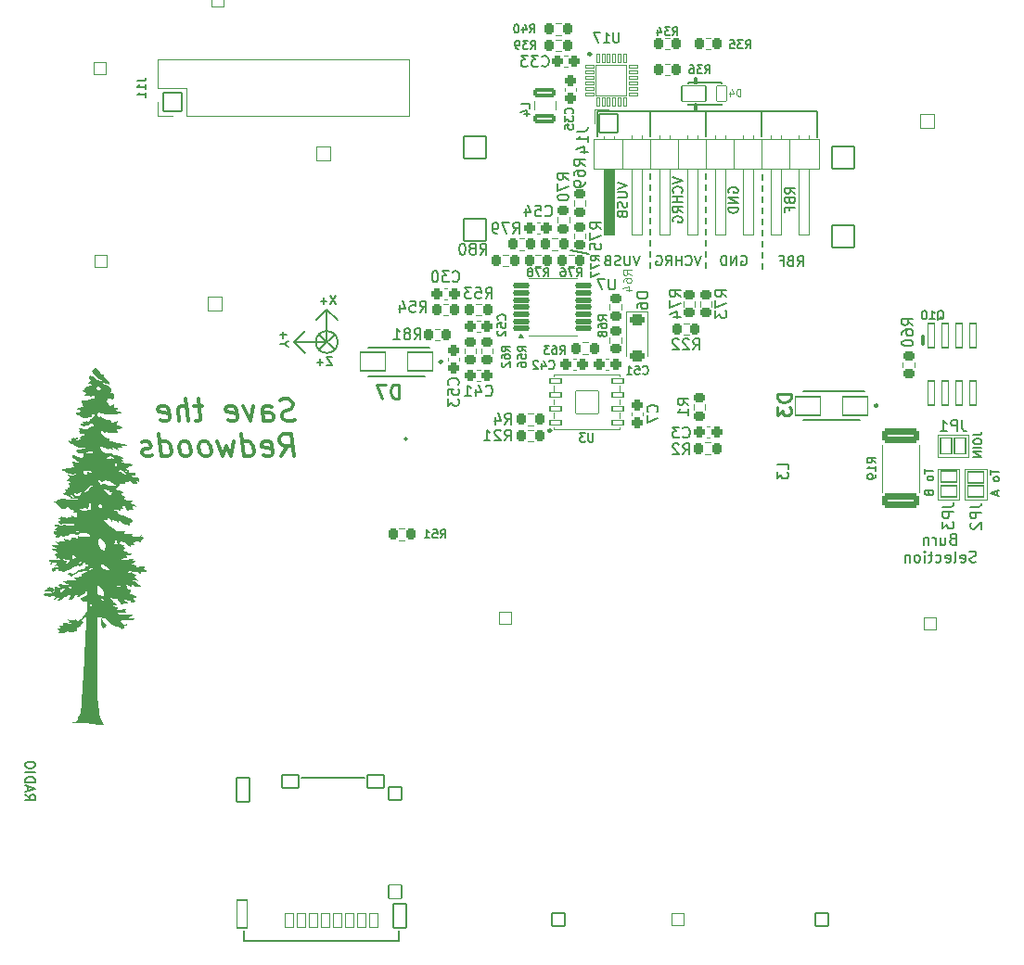
<source format=gbo>
%TF.GenerationSoftware,KiCad,Pcbnew,9.0.1*%
%TF.CreationDate,2025-04-05T16:28:44-07:00*%
%TF.ProjectId,mainboard,6d61696e-626f-4617-9264-2e6b69636164,6.4*%
%TF.SameCoordinates,Original*%
%TF.FileFunction,Legend,Bot*%
%TF.FilePolarity,Positive*%
%FSLAX45Y45*%
G04 Gerber Fmt 4.5, Leading zero omitted, Abs format (unit mm)*
G04 Created by KiCad (PCBNEW 9.0.1) date 2025-04-05 16:28:44*
%MOMM*%
%LPD*%
G01*
G04 APERTURE LIST*
G04 Aperture macros list*
%AMRoundRect*
0 Rectangle with rounded corners*
0 $1 Rounding radius*
0 $2 $3 $4 $5 $6 $7 $8 $9 X,Y pos of 4 corners*
0 Add a 4 corners polygon primitive as box body*
4,1,4,$2,$3,$4,$5,$6,$7,$8,$9,$2,$3,0*
0 Add four circle primitives for the rounded corners*
1,1,$1+$1,$2,$3*
1,1,$1+$1,$4,$5*
1,1,$1+$1,$6,$7*
1,1,$1+$1,$8,$9*
0 Add four rect primitives between the rounded corners*
20,1,$1+$1,$2,$3,$4,$5,0*
20,1,$1+$1,$4,$5,$6,$7,0*
20,1,$1+$1,$6,$7,$8,$9,0*
20,1,$1+$1,$8,$9,$2,$3,0*%
%AMFreePoly0*
4,1,35,1.110921,2.785921,1.125800,2.750000,1.125800,-2.750000,1.110921,-2.785921,1.075000,-2.800800,-0.537500,-2.800800,-0.543557,-2.800438,-0.670818,-2.785155,-0.683397,-2.781975,-0.819570,-2.728276,-0.831629,-2.721496,-0.948265,-2.633048,-0.958048,-2.623265,-1.046496,-2.506629,-1.053276,-2.494570,-1.106975,-2.358397,-1.110155,-2.345818,-1.125438,-2.218557,-1.125800,-2.212500,-1.125800,2.212500,
-1.125438,2.218557,-1.110155,2.345818,-1.106975,2.358397,-1.053276,2.494570,-1.046496,2.506629,-0.958048,2.623265,-0.948265,2.633048,-0.831629,2.721496,-0.819570,2.728276,-0.683397,2.781975,-0.670818,2.785155,-0.543557,2.800438,-0.537500,2.800800,1.075000,2.800800,1.110921,2.785921,1.110921,2.785921,$1*%
%AMFreePoly1*
4,1,35,0.543557,2.800438,0.670818,2.785155,0.683397,2.781975,0.819570,2.728276,0.831629,2.721496,0.948265,2.633048,0.958048,2.623265,1.046496,2.506629,1.053276,2.494570,1.106975,2.358397,1.110155,2.345818,1.125438,2.218557,1.125800,2.212500,1.125800,-2.212500,1.125438,-2.218557,1.110155,-2.345818,1.106975,-2.358397,1.053276,-2.494570,1.046496,-2.506629,0.958048,-2.623265,
0.948265,-2.633048,0.831629,-2.721496,0.819570,-2.728276,0.683397,-2.781975,0.670818,-2.785155,0.543557,-2.800438,0.537500,-2.800800,-1.075000,-2.800800,-1.110921,-2.785921,-1.125800,-2.750000,-1.125800,2.750000,-1.110921,2.785921,-1.075000,2.800800,0.537500,2.800800,0.543557,2.800438,0.543557,2.800438,$1*%
G04 Aperture macros list end*
%ADD10C,0.127000*%
%ADD11C,0.200000*%
%ADD12C,0.203200*%
%ADD13C,0.300000*%
%ADD14C,0.150000*%
%ADD15C,0.080000*%
%ADD16C,0.095250*%
%ADD17C,0.254000*%
%ADD18C,0.154432*%
%ADD19C,0.120000*%
%ADD20C,0.250000*%
%ADD21C,0.240278*%
%ADD22C,0.100000*%
%ADD23C,0.000000*%
%ADD24C,0.190500*%
%ADD25C,5.701600*%
%ADD26C,2.133600*%
%ADD27C,2.151600*%
%ADD28C,2.351600*%
%ADD29RoundRect,0.063500X-1.016000X1.016000X-1.016000X-1.016000X1.016000X-1.016000X1.016000X1.016000X0*%
%ADD30C,2.159000*%
%ADD31C,0.701600*%
%ADD32O,1.101600X2.201600*%
%ADD33O,1.101600X1.701600*%
%ADD34RoundRect,0.050800X0.575000X0.575000X-0.575000X0.575000X-0.575000X-0.575000X0.575000X-0.575000X0*%
%ADD35C,1.251600*%
%ADD36RoundRect,0.050800X0.575000X-0.575000X0.575000X0.575000X-0.575000X0.575000X-0.575000X-0.575000X0*%
%ADD37RoundRect,0.050800X0.654000X-0.654000X0.654000X0.654000X-0.654000X0.654000X-0.654000X-0.654000X0*%
%ADD38C,1.409600*%
%ADD39RoundRect,0.076200X-0.575000X-0.575000X0.575000X-0.575000X0.575000X0.575000X-0.575000X0.575000X0*%
%ADD40C,1.302400*%
%ADD41RoundRect,0.050800X-0.654000X0.654000X-0.654000X-0.654000X0.654000X-0.654000X0.654000X0.654000X0*%
%ADD42RoundRect,0.063500X-0.400000X-0.620000X0.400000X-0.620000X0.400000X0.620000X-0.400000X0.620000X0*%
%ADD43RoundRect,0.063500X-0.580000X-0.600000X0.580000X-0.600000X0.580000X0.600000X-0.580000X0.600000X0*%
%ADD44RoundRect,0.063500X-0.475000X-1.250000X0.475000X-1.250000X0.475000X1.250000X-0.475000X1.250000X0*%
%ADD45RoundRect,0.063500X-0.575000X-1.100000X0.575000X-1.100000X0.575000X1.100000X-0.575000X1.100000X0*%
%ADD46RoundRect,0.063500X-0.750000X-0.575000X0.750000X-0.575000X0.750000X0.575000X-0.750000X0.575000X0*%
%ADD47RoundRect,0.063500X-0.580000X-0.625000X0.580000X-0.625000X0.580000X0.625000X-0.580000X0.625000X0*%
%ADD48C,2.000000*%
%ADD49RoundRect,0.225400X-0.225400X-0.300400X0.225400X-0.300400X0.225400X0.300400X-0.225400X0.300400X0*%
%ADD50RoundRect,0.050800X0.150000X0.400000X-0.150000X0.400000X-0.150000X-0.400000X0.150000X-0.400000X0*%
%ADD51RoundRect,0.050800X-0.400000X0.150000X-0.400000X-0.150000X0.400000X-0.150000X0.400000X0.150000X0*%
%ADD52RoundRect,0.050800X-1.400000X1.400000X-1.400000X-1.400000X1.400000X-1.400000X1.400000X1.400000X0*%
%ADD53RoundRect,0.225400X0.225400X0.300400X-0.225400X0.300400X-0.225400X-0.300400X0.225400X-0.300400X0*%
%ADD54RoundRect,0.250400X0.275400X-0.250400X0.275400X0.250400X-0.275400X0.250400X-0.275400X-0.250400X0*%
%ADD55RoundRect,0.200155X-0.850645X0.250645X-0.850645X-0.250645X0.850645X-0.250645X0.850645X0.250645X0*%
%ADD56RoundRect,0.063500X-0.450000X-0.700000X0.450000X-0.700000X0.450000X0.700000X-0.450000X0.700000X0*%
%ADD57RoundRect,0.063500X-1.100000X-0.700000X1.100000X-0.700000X1.100000X0.700000X-1.100000X0.700000X0*%
%ADD58RoundRect,0.050800X-0.850000X0.850000X-0.850000X-0.850000X0.850000X-0.850000X0.850000X0.850000X0*%
%ADD59C,1.801600*%
%ADD60RoundRect,0.225400X0.300400X-0.225400X0.300400X0.225400X-0.300400X0.225400X-0.300400X-0.225400X0*%
%ADD61RoundRect,0.050800X-0.750000X0.500000X-0.750000X-0.500000X0.750000X-0.500000X0.750000X0.500000X0*%
%ADD62RoundRect,0.250400X-0.250400X-0.275400X0.250400X-0.275400X0.250400X0.275400X-0.250400X0.275400X0*%
%ADD63RoundRect,0.225400X-0.300400X0.225400X-0.300400X-0.225400X0.300400X-0.225400X0.300400X0.225400X0*%
%ADD64RoundRect,0.250400X0.250400X0.275400X-0.250400X0.275400X-0.250400X-0.275400X0.250400X-0.275400X0*%
%ADD65FreePoly0,270.000000*%
%ADD66FreePoly1,270.000000*%
%ADD67RoundRect,0.050800X1.175000X-0.850000X1.175000X0.850000X-1.175000X0.850000X-1.175000X-0.850000X0*%
%ADD68RoundRect,0.050800X-0.304800X-1.104900X0.304800X-1.104900X0.304800X1.104900X-0.304800X1.104900X0*%
%ADD69RoundRect,0.270735X-1.455065X0.392565X-1.455065X-0.392565X1.455065X-0.392565X1.455065X0.392565X0*%
%ADD70RoundRect,0.125400X-0.662900X-0.125400X0.662900X-0.125400X0.662900X0.125400X-0.662900X0.125400X0*%
%ADD71RoundRect,0.063500X-0.525000X-0.225000X0.525000X-0.225000X0.525000X0.225000X-0.525000X0.225000X0*%
%ADD72RoundRect,0.063500X-1.050000X1.050000X-1.050000X-1.050000X1.050000X-1.050000X1.050000X1.050000X0*%
%ADD73RoundRect,0.050800X0.500000X0.750000X-0.500000X0.750000X-0.500000X-0.750000X0.500000X-0.750000X0*%
%ADD74RoundRect,0.250400X-0.275400X0.250400X-0.275400X-0.250400X0.275400X-0.250400X0.275400X0.250400X0*%
%ADD75RoundRect,0.250400X-0.400400X0.250400X-0.400400X-0.250400X0.400400X-0.250400X0.400400X0.250400X0*%
G04 APERTURE END LIST*
D10*
X15113000Y-6908800D02*
X15113000Y-7137400D01*
X16611600Y-7137400D02*
X16611600Y-6908800D01*
X17120000Y-6910000D02*
X15113000Y-6913800D01*
X15595600Y-7988300D02*
X15595600Y-8039100D01*
X15595600Y-7937500D02*
X15595600Y-7886700D01*
X15595600Y-7785100D02*
X15595600Y-7835900D01*
X15595600Y-7683500D02*
X15595600Y-7734300D01*
X15595600Y-7480300D02*
X15595600Y-7531100D01*
X15595600Y-7632700D02*
X15595600Y-7581900D01*
X15595600Y-8140700D02*
X15595600Y-8089900D01*
X15595600Y-8242300D02*
X15595600Y-8191500D01*
X15595600Y-8343900D02*
X15595600Y-8293100D01*
X16103600Y-7137400D02*
X16103600Y-6908800D01*
X16103600Y-7785100D02*
X16103600Y-7835900D01*
X16103600Y-7937500D02*
X16103600Y-7886700D01*
X16103600Y-7988300D02*
X16103600Y-8039100D01*
X16103600Y-8343900D02*
X16103600Y-8293100D01*
X16103600Y-8242300D02*
X16103600Y-8191500D01*
X16103600Y-7480300D02*
X16103600Y-7531100D01*
X16103600Y-7683500D02*
X16103600Y-7734300D01*
X16103600Y-7632700D02*
X16103600Y-7581900D01*
X16103600Y-8140700D02*
X16103600Y-8089900D01*
X16619950Y-7636500D02*
X16619950Y-7585700D01*
X12440000Y-9119000D02*
X12340000Y-9019000D01*
X17120000Y-7144300D02*
X17120000Y-6910000D01*
X16619950Y-7687300D02*
X16619950Y-7738100D01*
X16619950Y-7484100D02*
X16619950Y-7534900D01*
X16619950Y-8347700D02*
X16619950Y-8296900D01*
X14860000Y-8185000D02*
X15030000Y-8215000D01*
X12740000Y-9019000D02*
G75*
G02*
X12540000Y-9019000I-100000J0D01*
G01*
X12540000Y-9019000D02*
G75*
G02*
X12740000Y-9019000I100000J0D01*
G01*
X12340000Y-9019000D02*
X12640000Y-9019000D01*
X12569000Y-8948000D02*
X12711000Y-9090000D01*
X12440000Y-8919000D02*
X12340000Y-9019000D01*
X16619950Y-8144500D02*
X16619950Y-8093700D01*
X12711000Y-8948000D02*
X12569000Y-9090000D01*
X16619950Y-7941300D02*
X16619950Y-7890500D01*
D11*
X13373100Y-9906000D02*
G75*
G02*
X13347700Y-9906000I-12700J0D01*
G01*
X13347700Y-9906000D02*
G75*
G02*
X13373100Y-9906000I12700J0D01*
G01*
D10*
X16619950Y-8246100D02*
X16619950Y-8195300D01*
X16619950Y-7788900D02*
X16619950Y-7839700D01*
X15595600Y-6908800D02*
X15595600Y-7137400D01*
X16619950Y-7992100D02*
X16619950Y-8042900D01*
X12640000Y-8719000D02*
X12640000Y-9019000D01*
X12540000Y-8819000D02*
X12640000Y-8719000D01*
X12740000Y-8819000D02*
X12640000Y-8719000D01*
X9885790Y-13152855D02*
X9928123Y-13182488D01*
X9885790Y-13203655D02*
X9974690Y-13203655D01*
X9974690Y-13203655D02*
X9974690Y-13169788D01*
X9974690Y-13169788D02*
X9970457Y-13161322D01*
X9970457Y-13161322D02*
X9966223Y-13157088D01*
X9966223Y-13157088D02*
X9957757Y-13152855D01*
X9957757Y-13152855D02*
X9945057Y-13152855D01*
X9945057Y-13152855D02*
X9936590Y-13157088D01*
X9936590Y-13157088D02*
X9932357Y-13161322D01*
X9932357Y-13161322D02*
X9928123Y-13169788D01*
X9928123Y-13169788D02*
X9928123Y-13203655D01*
X9911190Y-13118988D02*
X9911190Y-13076655D01*
X9885790Y-13127455D02*
X9974690Y-13097822D01*
X9974690Y-13097822D02*
X9885790Y-13068188D01*
X9885790Y-13038555D02*
X9974690Y-13038555D01*
X9974690Y-13038555D02*
X9974690Y-13017388D01*
X9974690Y-13017388D02*
X9970457Y-13004688D01*
X9970457Y-13004688D02*
X9961990Y-12996222D01*
X9961990Y-12996222D02*
X9953523Y-12991988D01*
X9953523Y-12991988D02*
X9936590Y-12987755D01*
X9936590Y-12987755D02*
X9923890Y-12987755D01*
X9923890Y-12987755D02*
X9906957Y-12991988D01*
X9906957Y-12991988D02*
X9898490Y-12996222D01*
X9898490Y-12996222D02*
X9890023Y-13004688D01*
X9890023Y-13004688D02*
X9885790Y-13017388D01*
X9885790Y-13017388D02*
X9885790Y-13038555D01*
X9885790Y-12949655D02*
X9974690Y-12949655D01*
X9974690Y-12890388D02*
X9974690Y-12873455D01*
X9974690Y-12873455D02*
X9970457Y-12864988D01*
X9970457Y-12864988D02*
X9961990Y-12856522D01*
X9961990Y-12856522D02*
X9945057Y-12852288D01*
X9945057Y-12852288D02*
X9915423Y-12852288D01*
X9915423Y-12852288D02*
X9898490Y-12856522D01*
X9898490Y-12856522D02*
X9890023Y-12864988D01*
X9890023Y-12864988D02*
X9885790Y-12873455D01*
X9885790Y-12873455D02*
X9885790Y-12890388D01*
X9885790Y-12890388D02*
X9890023Y-12898855D01*
X9890023Y-12898855D02*
X9898490Y-12907322D01*
X9898490Y-12907322D02*
X9915423Y-12911555D01*
X9915423Y-12911555D02*
X9945057Y-12911555D01*
X9945057Y-12911555D02*
X9961990Y-12907322D01*
X9961990Y-12907322D02*
X9970457Y-12898855D01*
X9970457Y-12898855D02*
X9974690Y-12890388D01*
D12*
X16056365Y-8230364D02*
X16026732Y-8319264D01*
X16026732Y-8319264D02*
X15997098Y-8230364D01*
X15916665Y-8310797D02*
X15920898Y-8315030D01*
X15920898Y-8315030D02*
X15933598Y-8319264D01*
X15933598Y-8319264D02*
X15942065Y-8319264D01*
X15942065Y-8319264D02*
X15954765Y-8315030D01*
X15954765Y-8315030D02*
X15963232Y-8306564D01*
X15963232Y-8306564D02*
X15967465Y-8298097D01*
X15967465Y-8298097D02*
X15971698Y-8281164D01*
X15971698Y-8281164D02*
X15971698Y-8268464D01*
X15971698Y-8268464D02*
X15967465Y-8251530D01*
X15967465Y-8251530D02*
X15963232Y-8243064D01*
X15963232Y-8243064D02*
X15954765Y-8234597D01*
X15954765Y-8234597D02*
X15942065Y-8230364D01*
X15942065Y-8230364D02*
X15933598Y-8230364D01*
X15933598Y-8230364D02*
X15920898Y-8234597D01*
X15920898Y-8234597D02*
X15916665Y-8238830D01*
X15878565Y-8319264D02*
X15878565Y-8230364D01*
X15878565Y-8272697D02*
X15827765Y-8272697D01*
X15827765Y-8319264D02*
X15827765Y-8230364D01*
X15734632Y-8319264D02*
X15764265Y-8276930D01*
X15785432Y-8319264D02*
X15785432Y-8230364D01*
X15785432Y-8230364D02*
X15751565Y-8230364D01*
X15751565Y-8230364D02*
X15743098Y-8234597D01*
X15743098Y-8234597D02*
X15738865Y-8238830D01*
X15738865Y-8238830D02*
X15734632Y-8247297D01*
X15734632Y-8247297D02*
X15734632Y-8259997D01*
X15734632Y-8259997D02*
X15738865Y-8268464D01*
X15738865Y-8268464D02*
X15743098Y-8272697D01*
X15743098Y-8272697D02*
X15751565Y-8276930D01*
X15751565Y-8276930D02*
X15785432Y-8276930D01*
X15649965Y-8234597D02*
X15658432Y-8230364D01*
X15658432Y-8230364D02*
X15671132Y-8230364D01*
X15671132Y-8230364D02*
X15683832Y-8234597D01*
X15683832Y-8234597D02*
X15692298Y-8243064D01*
X15692298Y-8243064D02*
X15696532Y-8251530D01*
X15696532Y-8251530D02*
X15700765Y-8268464D01*
X15700765Y-8268464D02*
X15700765Y-8281164D01*
X15700765Y-8281164D02*
X15696532Y-8298097D01*
X15696532Y-8298097D02*
X15692298Y-8306564D01*
X15692298Y-8306564D02*
X15683832Y-8315030D01*
X15683832Y-8315030D02*
X15671132Y-8319264D01*
X15671132Y-8319264D02*
X15662665Y-8319264D01*
X15662665Y-8319264D02*
X15649965Y-8315030D01*
X15649965Y-8315030D02*
X15645732Y-8310797D01*
X15645732Y-8310797D02*
X15645732Y-8281164D01*
X15645732Y-8281164D02*
X15662665Y-8281164D01*
X15497565Y-8230364D02*
X15467932Y-8319264D01*
X15467932Y-8319264D02*
X15438298Y-8230364D01*
X15408665Y-8230364D02*
X15408665Y-8302330D01*
X15408665Y-8302330D02*
X15404432Y-8310797D01*
X15404432Y-8310797D02*
X15400198Y-8315030D01*
X15400198Y-8315030D02*
X15391732Y-8319264D01*
X15391732Y-8319264D02*
X15374798Y-8319264D01*
X15374798Y-8319264D02*
X15366332Y-8315030D01*
X15366332Y-8315030D02*
X15362098Y-8310797D01*
X15362098Y-8310797D02*
X15357865Y-8302330D01*
X15357865Y-8302330D02*
X15357865Y-8230364D01*
X15319765Y-8315030D02*
X15307065Y-8319264D01*
X15307065Y-8319264D02*
X15285898Y-8319264D01*
X15285898Y-8319264D02*
X15277432Y-8315030D01*
X15277432Y-8315030D02*
X15273198Y-8310797D01*
X15273198Y-8310797D02*
X15268965Y-8302330D01*
X15268965Y-8302330D02*
X15268965Y-8293864D01*
X15268965Y-8293864D02*
X15273198Y-8285397D01*
X15273198Y-8285397D02*
X15277432Y-8281164D01*
X15277432Y-8281164D02*
X15285898Y-8276930D01*
X15285898Y-8276930D02*
X15302832Y-8272697D01*
X15302832Y-8272697D02*
X15311298Y-8268464D01*
X15311298Y-8268464D02*
X15315532Y-8264230D01*
X15315532Y-8264230D02*
X15319765Y-8255764D01*
X15319765Y-8255764D02*
X15319765Y-8247297D01*
X15319765Y-8247297D02*
X15315532Y-8238830D01*
X15315532Y-8238830D02*
X15311298Y-8234597D01*
X15311298Y-8234597D02*
X15302832Y-8230364D01*
X15302832Y-8230364D02*
X15281665Y-8230364D01*
X15281665Y-8230364D02*
X15268965Y-8234597D01*
X15201232Y-8272697D02*
X15188532Y-8276930D01*
X15188532Y-8276930D02*
X15184298Y-8281164D01*
X15184298Y-8281164D02*
X15180065Y-8289630D01*
X15180065Y-8289630D02*
X15180065Y-8302330D01*
X15180065Y-8302330D02*
X15184298Y-8310797D01*
X15184298Y-8310797D02*
X15188532Y-8315030D01*
X15188532Y-8315030D02*
X15196998Y-8319264D01*
X15196998Y-8319264D02*
X15230865Y-8319264D01*
X15230865Y-8319264D02*
X15230865Y-8230364D01*
X15230865Y-8230364D02*
X15201232Y-8230364D01*
X15201232Y-8230364D02*
X15192765Y-8234597D01*
X15192765Y-8234597D02*
X15188532Y-8238830D01*
X15188532Y-8238830D02*
X15184298Y-8247297D01*
X15184298Y-8247297D02*
X15184298Y-8255764D01*
X15184298Y-8255764D02*
X15188532Y-8264230D01*
X15188532Y-8264230D02*
X15192765Y-8268464D01*
X15192765Y-8268464D02*
X15201232Y-8272697D01*
X15201232Y-8272697D02*
X15230865Y-8272697D01*
X16307860Y-7654535D02*
X16303627Y-7646068D01*
X16303627Y-7646068D02*
X16303627Y-7633368D01*
X16303627Y-7633368D02*
X16307860Y-7620668D01*
X16307860Y-7620668D02*
X16316327Y-7612202D01*
X16316327Y-7612202D02*
X16324793Y-7607968D01*
X16324793Y-7607968D02*
X16341727Y-7603735D01*
X16341727Y-7603735D02*
X16354427Y-7603735D01*
X16354427Y-7603735D02*
X16371360Y-7607968D01*
X16371360Y-7607968D02*
X16379827Y-7612202D01*
X16379827Y-7612202D02*
X16388293Y-7620668D01*
X16388293Y-7620668D02*
X16392527Y-7633368D01*
X16392527Y-7633368D02*
X16392527Y-7641835D01*
X16392527Y-7641835D02*
X16388293Y-7654535D01*
X16388293Y-7654535D02*
X16384060Y-7658768D01*
X16384060Y-7658768D02*
X16354427Y-7658768D01*
X16354427Y-7658768D02*
X16354427Y-7641835D01*
X16392527Y-7696868D02*
X16303627Y-7696868D01*
X16303627Y-7696868D02*
X16392527Y-7747668D01*
X16392527Y-7747668D02*
X16303627Y-7747668D01*
X16392527Y-7790002D02*
X16303627Y-7790002D01*
X16303627Y-7790002D02*
X16303627Y-7811168D01*
X16303627Y-7811168D02*
X16307860Y-7823868D01*
X16307860Y-7823868D02*
X16316327Y-7832335D01*
X16316327Y-7832335D02*
X16324793Y-7836568D01*
X16324793Y-7836568D02*
X16341727Y-7840802D01*
X16341727Y-7840802D02*
X16354427Y-7840802D01*
X16354427Y-7840802D02*
X16371360Y-7836568D01*
X16371360Y-7836568D02*
X16379827Y-7832335D01*
X16379827Y-7832335D02*
X16388293Y-7823868D01*
X16388293Y-7823868D02*
X16392527Y-7811168D01*
X16392527Y-7811168D02*
X16392527Y-7790002D01*
X15795627Y-7512718D02*
X15884527Y-7542352D01*
X15884527Y-7542352D02*
X15795627Y-7571985D01*
X15876060Y-7652418D02*
X15880293Y-7648185D01*
X15880293Y-7648185D02*
X15884527Y-7635485D01*
X15884527Y-7635485D02*
X15884527Y-7627018D01*
X15884527Y-7627018D02*
X15880293Y-7614318D01*
X15880293Y-7614318D02*
X15871827Y-7605852D01*
X15871827Y-7605852D02*
X15863360Y-7601618D01*
X15863360Y-7601618D02*
X15846427Y-7597385D01*
X15846427Y-7597385D02*
X15833727Y-7597385D01*
X15833727Y-7597385D02*
X15816793Y-7601618D01*
X15816793Y-7601618D02*
X15808327Y-7605852D01*
X15808327Y-7605852D02*
X15799860Y-7614318D01*
X15799860Y-7614318D02*
X15795627Y-7627018D01*
X15795627Y-7627018D02*
X15795627Y-7635485D01*
X15795627Y-7635485D02*
X15799860Y-7648185D01*
X15799860Y-7648185D02*
X15804093Y-7652418D01*
X15884527Y-7690518D02*
X15795627Y-7690518D01*
X15837960Y-7690518D02*
X15837960Y-7741318D01*
X15884527Y-7741318D02*
X15795627Y-7741318D01*
X15884527Y-7834452D02*
X15842193Y-7804818D01*
X15884527Y-7783652D02*
X15795627Y-7783652D01*
X15795627Y-7783652D02*
X15795627Y-7817518D01*
X15795627Y-7817518D02*
X15799860Y-7825985D01*
X15799860Y-7825985D02*
X15804093Y-7830218D01*
X15804093Y-7830218D02*
X15812560Y-7834452D01*
X15812560Y-7834452D02*
X15825260Y-7834452D01*
X15825260Y-7834452D02*
X15833727Y-7830218D01*
X15833727Y-7830218D02*
X15837960Y-7825985D01*
X15837960Y-7825985D02*
X15842193Y-7817518D01*
X15842193Y-7817518D02*
X15842193Y-7783652D01*
X15799860Y-7919118D02*
X15795627Y-7910652D01*
X15795627Y-7910652D02*
X15795627Y-7897952D01*
X15795627Y-7897952D02*
X15799860Y-7885252D01*
X15799860Y-7885252D02*
X15808327Y-7876785D01*
X15808327Y-7876785D02*
X15816793Y-7872552D01*
X15816793Y-7872552D02*
X15833727Y-7868318D01*
X15833727Y-7868318D02*
X15846427Y-7868318D01*
X15846427Y-7868318D02*
X15863360Y-7872552D01*
X15863360Y-7872552D02*
X15871827Y-7876785D01*
X15871827Y-7876785D02*
X15880293Y-7885252D01*
X15880293Y-7885252D02*
X15884527Y-7897952D01*
X15884527Y-7897952D02*
X15884527Y-7906418D01*
X15884527Y-7906418D02*
X15880293Y-7919118D01*
X15880293Y-7919118D02*
X15876060Y-7923352D01*
X15876060Y-7923352D02*
X15846427Y-7923352D01*
X15846427Y-7923352D02*
X15846427Y-7906418D01*
X15294164Y-7559285D02*
X15383064Y-7588918D01*
X15383064Y-7588918D02*
X15294164Y-7618552D01*
X15294164Y-7648185D02*
X15366130Y-7648185D01*
X15366130Y-7648185D02*
X15374597Y-7652418D01*
X15374597Y-7652418D02*
X15378830Y-7656652D01*
X15378830Y-7656652D02*
X15383064Y-7665118D01*
X15383064Y-7665118D02*
X15383064Y-7682052D01*
X15383064Y-7682052D02*
X15378830Y-7690518D01*
X15378830Y-7690518D02*
X15374597Y-7694752D01*
X15374597Y-7694752D02*
X15366130Y-7698985D01*
X15366130Y-7698985D02*
X15294164Y-7698985D01*
X15378830Y-7737085D02*
X15383064Y-7749785D01*
X15383064Y-7749785D02*
X15383064Y-7770952D01*
X15383064Y-7770952D02*
X15378830Y-7779418D01*
X15378830Y-7779418D02*
X15374597Y-7783652D01*
X15374597Y-7783652D02*
X15366130Y-7787885D01*
X15366130Y-7787885D02*
X15357664Y-7787885D01*
X15357664Y-7787885D02*
X15349197Y-7783652D01*
X15349197Y-7783652D02*
X15344964Y-7779418D01*
X15344964Y-7779418D02*
X15340730Y-7770952D01*
X15340730Y-7770952D02*
X15336497Y-7754018D01*
X15336497Y-7754018D02*
X15332264Y-7745552D01*
X15332264Y-7745552D02*
X15328030Y-7741318D01*
X15328030Y-7741318D02*
X15319564Y-7737085D01*
X15319564Y-7737085D02*
X15311097Y-7737085D01*
X15311097Y-7737085D02*
X15302630Y-7741318D01*
X15302630Y-7741318D02*
X15298397Y-7745552D01*
X15298397Y-7745552D02*
X15294164Y-7754018D01*
X15294164Y-7754018D02*
X15294164Y-7775185D01*
X15294164Y-7775185D02*
X15298397Y-7787885D01*
X15336497Y-7855618D02*
X15340730Y-7868318D01*
X15340730Y-7868318D02*
X15344964Y-7872552D01*
X15344964Y-7872552D02*
X15353430Y-7876785D01*
X15353430Y-7876785D02*
X15366130Y-7876785D01*
X15366130Y-7876785D02*
X15374597Y-7872552D01*
X15374597Y-7872552D02*
X15378830Y-7868318D01*
X15378830Y-7868318D02*
X15383064Y-7859852D01*
X15383064Y-7859852D02*
X15383064Y-7825985D01*
X15383064Y-7825985D02*
X15294164Y-7825985D01*
X15294164Y-7825985D02*
X15294164Y-7855618D01*
X15294164Y-7855618D02*
X15298397Y-7864085D01*
X15298397Y-7864085D02*
X15302630Y-7868318D01*
X15302630Y-7868318D02*
X15311097Y-7872552D01*
X15311097Y-7872552D02*
X15319564Y-7872552D01*
X15319564Y-7872552D02*
X15328030Y-7868318D01*
X15328030Y-7868318D02*
X15332264Y-7864085D01*
X15332264Y-7864085D02*
X15336497Y-7855618D01*
X15336497Y-7855618D02*
X15336497Y-7825985D01*
X16422548Y-8234597D02*
X16431015Y-8230364D01*
X16431015Y-8230364D02*
X16443715Y-8230364D01*
X16443715Y-8230364D02*
X16456415Y-8234597D01*
X16456415Y-8234597D02*
X16464882Y-8243064D01*
X16464882Y-8243064D02*
X16469115Y-8251530D01*
X16469115Y-8251530D02*
X16473348Y-8268464D01*
X16473348Y-8268464D02*
X16473348Y-8281164D01*
X16473348Y-8281164D02*
X16469115Y-8298097D01*
X16469115Y-8298097D02*
X16464882Y-8306564D01*
X16464882Y-8306564D02*
X16456415Y-8315030D01*
X16456415Y-8315030D02*
X16443715Y-8319264D01*
X16443715Y-8319264D02*
X16435248Y-8319264D01*
X16435248Y-8319264D02*
X16422548Y-8315030D01*
X16422548Y-8315030D02*
X16418315Y-8310797D01*
X16418315Y-8310797D02*
X16418315Y-8281164D01*
X16418315Y-8281164D02*
X16435248Y-8281164D01*
X16380215Y-8319264D02*
X16380215Y-8230364D01*
X16380215Y-8230364D02*
X16329415Y-8319264D01*
X16329415Y-8319264D02*
X16329415Y-8230364D01*
X16287082Y-8319264D02*
X16287082Y-8230364D01*
X16287082Y-8230364D02*
X16265915Y-8230364D01*
X16265915Y-8230364D02*
X16253215Y-8234597D01*
X16253215Y-8234597D02*
X16244748Y-8243064D01*
X16244748Y-8243064D02*
X16240515Y-8251530D01*
X16240515Y-8251530D02*
X16236282Y-8268464D01*
X16236282Y-8268464D02*
X16236282Y-8281164D01*
X16236282Y-8281164D02*
X16240515Y-8298097D01*
X16240515Y-8298097D02*
X16244748Y-8306564D01*
X16244748Y-8306564D02*
X16253215Y-8315030D01*
X16253215Y-8315030D02*
X16265915Y-8319264D01*
X16265915Y-8319264D02*
X16287082Y-8319264D01*
D13*
X12348758Y-9729926D02*
X12321377Y-9739449D01*
X12321377Y-9739449D02*
X12273758Y-9739449D01*
X12273758Y-9739449D02*
X12253520Y-9729926D01*
X12253520Y-9729926D02*
X12242806Y-9720402D01*
X12242806Y-9720402D02*
X12230901Y-9701354D01*
X12230901Y-9701354D02*
X12228520Y-9682307D01*
X12228520Y-9682307D02*
X12235663Y-9663259D01*
X12235663Y-9663259D02*
X12243996Y-9653735D01*
X12243996Y-9653735D02*
X12261853Y-9644211D01*
X12261853Y-9644211D02*
X12298758Y-9634688D01*
X12298758Y-9634688D02*
X12316615Y-9625164D01*
X12316615Y-9625164D02*
X12324949Y-9615640D01*
X12324949Y-9615640D02*
X12332091Y-9596592D01*
X12332091Y-9596592D02*
X12329710Y-9577545D01*
X12329710Y-9577545D02*
X12317806Y-9558497D01*
X12317806Y-9558497D02*
X12307091Y-9548973D01*
X12307091Y-9548973D02*
X12286853Y-9539449D01*
X12286853Y-9539449D02*
X12239234Y-9539449D01*
X12239234Y-9539449D02*
X12211853Y-9548973D01*
X12064234Y-9739449D02*
X12051139Y-9634688D01*
X12051139Y-9634688D02*
X12058282Y-9615640D01*
X12058282Y-9615640D02*
X12076139Y-9606116D01*
X12076139Y-9606116D02*
X12114234Y-9606116D01*
X12114234Y-9606116D02*
X12134472Y-9615640D01*
X12063044Y-9729926D02*
X12083282Y-9739449D01*
X12083282Y-9739449D02*
X12130901Y-9739449D01*
X12130901Y-9739449D02*
X12148758Y-9729926D01*
X12148758Y-9729926D02*
X12155901Y-9710878D01*
X12155901Y-9710878D02*
X12153520Y-9691830D01*
X12153520Y-9691830D02*
X12141615Y-9672783D01*
X12141615Y-9672783D02*
X12121377Y-9663259D01*
X12121377Y-9663259D02*
X12073758Y-9663259D01*
X12073758Y-9663259D02*
X12053520Y-9653735D01*
X11971377Y-9606116D02*
X11940425Y-9739449D01*
X11940425Y-9739449D02*
X11876139Y-9606116D01*
X11739234Y-9729926D02*
X11759472Y-9739449D01*
X11759472Y-9739449D02*
X11797568Y-9739449D01*
X11797568Y-9739449D02*
X11815425Y-9729926D01*
X11815425Y-9729926D02*
X11822568Y-9710878D01*
X11822568Y-9710878D02*
X11813044Y-9634688D01*
X11813044Y-9634688D02*
X11801139Y-9615640D01*
X11801139Y-9615640D02*
X11780901Y-9606116D01*
X11780901Y-9606116D02*
X11742806Y-9606116D01*
X11742806Y-9606116D02*
X11724948Y-9615640D01*
X11724948Y-9615640D02*
X11717806Y-9634688D01*
X11717806Y-9634688D02*
X11720187Y-9653735D01*
X11720187Y-9653735D02*
X11817806Y-9672783D01*
X11504710Y-9606116D02*
X11428520Y-9606116D01*
X11467806Y-9539449D02*
X11489234Y-9710878D01*
X11489234Y-9710878D02*
X11482091Y-9729926D01*
X11482091Y-9729926D02*
X11464234Y-9739449D01*
X11464234Y-9739449D02*
X11445186Y-9739449D01*
X11378520Y-9739449D02*
X11353520Y-9539449D01*
X11292806Y-9739449D02*
X11279710Y-9634688D01*
X11279710Y-9634688D02*
X11286853Y-9615640D01*
X11286853Y-9615640D02*
X11304710Y-9606116D01*
X11304710Y-9606116D02*
X11333282Y-9606116D01*
X11333282Y-9606116D02*
X11353520Y-9615640D01*
X11353520Y-9615640D02*
X11364234Y-9625164D01*
X11120187Y-9729926D02*
X11140425Y-9739449D01*
X11140425Y-9739449D02*
X11178520Y-9739449D01*
X11178520Y-9739449D02*
X11196377Y-9729926D01*
X11196377Y-9729926D02*
X11203520Y-9710878D01*
X11203520Y-9710878D02*
X11193996Y-9634688D01*
X11193996Y-9634688D02*
X11182091Y-9615640D01*
X11182091Y-9615640D02*
X11161853Y-9606116D01*
X11161853Y-9606116D02*
X11123758Y-9606116D01*
X11123758Y-9606116D02*
X11105901Y-9615640D01*
X11105901Y-9615640D02*
X11098758Y-9634688D01*
X11098758Y-9634688D02*
X11101139Y-9653735D01*
X11101139Y-9653735D02*
X11198758Y-9672783D01*
X12226139Y-10061438D02*
X12280901Y-9966200D01*
X12340425Y-10061438D02*
X12315425Y-9861438D01*
X12315425Y-9861438D02*
X12239234Y-9861438D01*
X12239234Y-9861438D02*
X12221377Y-9870962D01*
X12221377Y-9870962D02*
X12213044Y-9880486D01*
X12213044Y-9880486D02*
X12205901Y-9899533D01*
X12205901Y-9899533D02*
X12209472Y-9928105D01*
X12209472Y-9928105D02*
X12221377Y-9947152D01*
X12221377Y-9947152D02*
X12232091Y-9956676D01*
X12232091Y-9956676D02*
X12252329Y-9966200D01*
X12252329Y-9966200D02*
X12328520Y-9966200D01*
X12063044Y-10051914D02*
X12083282Y-10061438D01*
X12083282Y-10061438D02*
X12121377Y-10061438D01*
X12121377Y-10061438D02*
X12139234Y-10051914D01*
X12139234Y-10051914D02*
X12146377Y-10032867D01*
X12146377Y-10032867D02*
X12136853Y-9956676D01*
X12136853Y-9956676D02*
X12124949Y-9937629D01*
X12124949Y-9937629D02*
X12104710Y-9928105D01*
X12104710Y-9928105D02*
X12066615Y-9928105D01*
X12066615Y-9928105D02*
X12048758Y-9937629D01*
X12048758Y-9937629D02*
X12041615Y-9956676D01*
X12041615Y-9956676D02*
X12043996Y-9975724D01*
X12043996Y-9975724D02*
X12141615Y-9994772D01*
X11883282Y-10061438D02*
X11858282Y-9861438D01*
X11882091Y-10051914D02*
X11902329Y-10061438D01*
X11902329Y-10061438D02*
X11940425Y-10061438D01*
X11940425Y-10061438D02*
X11958282Y-10051914D01*
X11958282Y-10051914D02*
X11966615Y-10042391D01*
X11966615Y-10042391D02*
X11973758Y-10023343D01*
X11973758Y-10023343D02*
X11966615Y-9966200D01*
X11966615Y-9966200D02*
X11954710Y-9947152D01*
X11954710Y-9947152D02*
X11943996Y-9937629D01*
X11943996Y-9937629D02*
X11923758Y-9928105D01*
X11923758Y-9928105D02*
X11885663Y-9928105D01*
X11885663Y-9928105D02*
X11867806Y-9937629D01*
X11790425Y-9928105D02*
X11768996Y-10061438D01*
X11768996Y-10061438D02*
X11718996Y-9966200D01*
X11718996Y-9966200D02*
X11692806Y-10061438D01*
X11692806Y-10061438D02*
X11638044Y-9928105D01*
X11549949Y-10061438D02*
X11567806Y-10051914D01*
X11567806Y-10051914D02*
X11576139Y-10042391D01*
X11576139Y-10042391D02*
X11583282Y-10023343D01*
X11583282Y-10023343D02*
X11576139Y-9966200D01*
X11576139Y-9966200D02*
X11564234Y-9947152D01*
X11564234Y-9947152D02*
X11553520Y-9937629D01*
X11553520Y-9937629D02*
X11533282Y-9928105D01*
X11533282Y-9928105D02*
X11504710Y-9928105D01*
X11504710Y-9928105D02*
X11486853Y-9937629D01*
X11486853Y-9937629D02*
X11478520Y-9947152D01*
X11478520Y-9947152D02*
X11471377Y-9966200D01*
X11471377Y-9966200D02*
X11478520Y-10023343D01*
X11478520Y-10023343D02*
X11490425Y-10042391D01*
X11490425Y-10042391D02*
X11501139Y-10051914D01*
X11501139Y-10051914D02*
X11521377Y-10061438D01*
X11521377Y-10061438D02*
X11549949Y-10061438D01*
X11368996Y-10061438D02*
X11386853Y-10051914D01*
X11386853Y-10051914D02*
X11395187Y-10042391D01*
X11395187Y-10042391D02*
X11402329Y-10023343D01*
X11402329Y-10023343D02*
X11395187Y-9966200D01*
X11395187Y-9966200D02*
X11383282Y-9947152D01*
X11383282Y-9947152D02*
X11372568Y-9937629D01*
X11372568Y-9937629D02*
X11352329Y-9928105D01*
X11352329Y-9928105D02*
X11323758Y-9928105D01*
X11323758Y-9928105D02*
X11305901Y-9937629D01*
X11305901Y-9937629D02*
X11297568Y-9947152D01*
X11297568Y-9947152D02*
X11290425Y-9966200D01*
X11290425Y-9966200D02*
X11297568Y-10023343D01*
X11297568Y-10023343D02*
X11309472Y-10042391D01*
X11309472Y-10042391D02*
X11320187Y-10051914D01*
X11320187Y-10051914D02*
X11340425Y-10061438D01*
X11340425Y-10061438D02*
X11368996Y-10061438D01*
X11130901Y-10061438D02*
X11105901Y-9861438D01*
X11129710Y-10051914D02*
X11149949Y-10061438D01*
X11149949Y-10061438D02*
X11188044Y-10061438D01*
X11188044Y-10061438D02*
X11205901Y-10051914D01*
X11205901Y-10051914D02*
X11214234Y-10042391D01*
X11214234Y-10042391D02*
X11221377Y-10023343D01*
X11221377Y-10023343D02*
X11214234Y-9966200D01*
X11214234Y-9966200D02*
X11202329Y-9947152D01*
X11202329Y-9947152D02*
X11191615Y-9937629D01*
X11191615Y-9937629D02*
X11171377Y-9928105D01*
X11171377Y-9928105D02*
X11133282Y-9928105D01*
X11133282Y-9928105D02*
X11115425Y-9937629D01*
X11043996Y-10051914D02*
X11026139Y-10061438D01*
X11026139Y-10061438D02*
X10988044Y-10061438D01*
X10988044Y-10061438D02*
X10967806Y-10051914D01*
X10967806Y-10051914D02*
X10955901Y-10032867D01*
X10955901Y-10032867D02*
X10954710Y-10023343D01*
X10954710Y-10023343D02*
X10961853Y-10004295D01*
X10961853Y-10004295D02*
X10979710Y-9994772D01*
X10979710Y-9994772D02*
X11008282Y-9994772D01*
X11008282Y-9994772D02*
X11026139Y-9985248D01*
X11026139Y-9985248D02*
X11033282Y-9966200D01*
X11033282Y-9966200D02*
X11032091Y-9956676D01*
X11032091Y-9956676D02*
X11020187Y-9937629D01*
X11020187Y-9937629D02*
X10999949Y-9928105D01*
X10999949Y-9928105D02*
X10971377Y-9928105D01*
X10971377Y-9928105D02*
X10953520Y-9937629D01*
D10*
X18699814Y-10184612D02*
X18699814Y-10228155D01*
X18776014Y-10206384D02*
X18699814Y-10206384D01*
X18776014Y-10264441D02*
X18772386Y-10257184D01*
X18772386Y-10257184D02*
X18768757Y-10253555D01*
X18768757Y-10253555D02*
X18761500Y-10249927D01*
X18761500Y-10249927D02*
X18739728Y-10249927D01*
X18739728Y-10249927D02*
X18732471Y-10253555D01*
X18732471Y-10253555D02*
X18728843Y-10257184D01*
X18728843Y-10257184D02*
X18725214Y-10264441D01*
X18725214Y-10264441D02*
X18725214Y-10275327D01*
X18725214Y-10275327D02*
X18728843Y-10282584D01*
X18728843Y-10282584D02*
X18732471Y-10286212D01*
X18732471Y-10286212D02*
X18739728Y-10289841D01*
X18739728Y-10289841D02*
X18761500Y-10289841D01*
X18761500Y-10289841D02*
X18768757Y-10286212D01*
X18768757Y-10286212D02*
X18772386Y-10282584D01*
X18772386Y-10282584D02*
X18776014Y-10275327D01*
X18776014Y-10275327D02*
X18776014Y-10264441D01*
X18754243Y-10376927D02*
X18754243Y-10413212D01*
X18776014Y-10369669D02*
X18699814Y-10395069D01*
X18699814Y-10395069D02*
X18776014Y-10420469D01*
X18541814Y-9869269D02*
X18596243Y-9869269D01*
X18596243Y-9869269D02*
X18607128Y-9865641D01*
X18607128Y-9865641D02*
X18614386Y-9858384D01*
X18614386Y-9858384D02*
X18618014Y-9847498D01*
X18618014Y-9847498D02*
X18618014Y-9840241D01*
X18541814Y-9920069D02*
X18541814Y-9934584D01*
X18541814Y-9934584D02*
X18545443Y-9941841D01*
X18545443Y-9941841D02*
X18552700Y-9949098D01*
X18552700Y-9949098D02*
X18567214Y-9952727D01*
X18567214Y-9952727D02*
X18592614Y-9952727D01*
X18592614Y-9952727D02*
X18607128Y-9949098D01*
X18607128Y-9949098D02*
X18614386Y-9941841D01*
X18614386Y-9941841D02*
X18618014Y-9934584D01*
X18618014Y-9934584D02*
X18618014Y-9920069D01*
X18618014Y-9920069D02*
X18614386Y-9912812D01*
X18614386Y-9912812D02*
X18607128Y-9905555D01*
X18607128Y-9905555D02*
X18592614Y-9901927D01*
X18592614Y-9901927D02*
X18567214Y-9901927D01*
X18567214Y-9901927D02*
X18552700Y-9905555D01*
X18552700Y-9905555D02*
X18545443Y-9912812D01*
X18545443Y-9912812D02*
X18541814Y-9920069D01*
X18618014Y-9985384D02*
X18541814Y-9985384D01*
X18618014Y-10021669D02*
X18541814Y-10021669D01*
X18541814Y-10021669D02*
X18618014Y-10065212D01*
X18618014Y-10065212D02*
X18541814Y-10065212D01*
X12249271Y-9033988D02*
X12212986Y-9033988D01*
X12289186Y-9059388D02*
X12249271Y-9033988D01*
X12249271Y-9033988D02*
X12289186Y-9008588D01*
X12242014Y-8983188D02*
X12242014Y-8925131D01*
X12212986Y-8954159D02*
X12271043Y-8954159D01*
D14*
X18353286Y-10817607D02*
X18339000Y-10822368D01*
X18339000Y-10822368D02*
X18334238Y-10827130D01*
X18334238Y-10827130D02*
X18329476Y-10836654D01*
X18329476Y-10836654D02*
X18329476Y-10850940D01*
X18329476Y-10850940D02*
X18334238Y-10860464D01*
X18334238Y-10860464D02*
X18339000Y-10865226D01*
X18339000Y-10865226D02*
X18348524Y-10869988D01*
X18348524Y-10869988D02*
X18386619Y-10869988D01*
X18386619Y-10869988D02*
X18386619Y-10769988D01*
X18386619Y-10769988D02*
X18353286Y-10769988D01*
X18353286Y-10769988D02*
X18343762Y-10774749D01*
X18343762Y-10774749D02*
X18339000Y-10779511D01*
X18339000Y-10779511D02*
X18334238Y-10789035D01*
X18334238Y-10789035D02*
X18334238Y-10798559D01*
X18334238Y-10798559D02*
X18339000Y-10808083D01*
X18339000Y-10808083D02*
X18343762Y-10812845D01*
X18343762Y-10812845D02*
X18353286Y-10817607D01*
X18353286Y-10817607D02*
X18386619Y-10817607D01*
X18243762Y-10803321D02*
X18243762Y-10869988D01*
X18286619Y-10803321D02*
X18286619Y-10855702D01*
X18286619Y-10855702D02*
X18281857Y-10865226D01*
X18281857Y-10865226D02*
X18272333Y-10869988D01*
X18272333Y-10869988D02*
X18258048Y-10869988D01*
X18258048Y-10869988D02*
X18248524Y-10865226D01*
X18248524Y-10865226D02*
X18243762Y-10860464D01*
X18196143Y-10869988D02*
X18196143Y-10803321D01*
X18196143Y-10822368D02*
X18191381Y-10812845D01*
X18191381Y-10812845D02*
X18186619Y-10808083D01*
X18186619Y-10808083D02*
X18177095Y-10803321D01*
X18177095Y-10803321D02*
X18167571Y-10803321D01*
X18134238Y-10803321D02*
X18134238Y-10869988D01*
X18134238Y-10812845D02*
X18129476Y-10808083D01*
X18129476Y-10808083D02*
X18119952Y-10803321D01*
X18119952Y-10803321D02*
X18105667Y-10803321D01*
X18105667Y-10803321D02*
X18096143Y-10808083D01*
X18096143Y-10808083D02*
X18091381Y-10817607D01*
X18091381Y-10817607D02*
X18091381Y-10869988D01*
X18565190Y-11026220D02*
X18550905Y-11030982D01*
X18550905Y-11030982D02*
X18527095Y-11030982D01*
X18527095Y-11030982D02*
X18517571Y-11026220D01*
X18517571Y-11026220D02*
X18512810Y-11021458D01*
X18512810Y-11021458D02*
X18508048Y-11011934D01*
X18508048Y-11011934D02*
X18508048Y-11002410D01*
X18508048Y-11002410D02*
X18512810Y-10992887D01*
X18512810Y-10992887D02*
X18517571Y-10988125D01*
X18517571Y-10988125D02*
X18527095Y-10983363D01*
X18527095Y-10983363D02*
X18546143Y-10978601D01*
X18546143Y-10978601D02*
X18555667Y-10973839D01*
X18555667Y-10973839D02*
X18560429Y-10969077D01*
X18560429Y-10969077D02*
X18565190Y-10959553D01*
X18565190Y-10959553D02*
X18565190Y-10950030D01*
X18565190Y-10950030D02*
X18560429Y-10940506D01*
X18560429Y-10940506D02*
X18555667Y-10935744D01*
X18555667Y-10935744D02*
X18546143Y-10930982D01*
X18546143Y-10930982D02*
X18522333Y-10930982D01*
X18522333Y-10930982D02*
X18508048Y-10935744D01*
X18427095Y-11026220D02*
X18436619Y-11030982D01*
X18436619Y-11030982D02*
X18455667Y-11030982D01*
X18455667Y-11030982D02*
X18465190Y-11026220D01*
X18465190Y-11026220D02*
X18469952Y-11016696D01*
X18469952Y-11016696D02*
X18469952Y-10978601D01*
X18469952Y-10978601D02*
X18465190Y-10969077D01*
X18465190Y-10969077D02*
X18455667Y-10964315D01*
X18455667Y-10964315D02*
X18436619Y-10964315D01*
X18436619Y-10964315D02*
X18427095Y-10969077D01*
X18427095Y-10969077D02*
X18422333Y-10978601D01*
X18422333Y-10978601D02*
X18422333Y-10988125D01*
X18422333Y-10988125D02*
X18469952Y-10997649D01*
X18365190Y-11030982D02*
X18374714Y-11026220D01*
X18374714Y-11026220D02*
X18379476Y-11016696D01*
X18379476Y-11016696D02*
X18379476Y-10930982D01*
X18289000Y-11026220D02*
X18298524Y-11030982D01*
X18298524Y-11030982D02*
X18317571Y-11030982D01*
X18317571Y-11030982D02*
X18327095Y-11026220D01*
X18327095Y-11026220D02*
X18331857Y-11016696D01*
X18331857Y-11016696D02*
X18331857Y-10978601D01*
X18331857Y-10978601D02*
X18327095Y-10969077D01*
X18327095Y-10969077D02*
X18317571Y-10964315D01*
X18317571Y-10964315D02*
X18298524Y-10964315D01*
X18298524Y-10964315D02*
X18289000Y-10969077D01*
X18289000Y-10969077D02*
X18284238Y-10978601D01*
X18284238Y-10978601D02*
X18284238Y-10988125D01*
X18284238Y-10988125D02*
X18331857Y-10997649D01*
X18198524Y-11026220D02*
X18208048Y-11030982D01*
X18208048Y-11030982D02*
X18227095Y-11030982D01*
X18227095Y-11030982D02*
X18236619Y-11026220D01*
X18236619Y-11026220D02*
X18241381Y-11021458D01*
X18241381Y-11021458D02*
X18246143Y-11011934D01*
X18246143Y-11011934D02*
X18246143Y-10983363D01*
X18246143Y-10983363D02*
X18241381Y-10973839D01*
X18241381Y-10973839D02*
X18236619Y-10969077D01*
X18236619Y-10969077D02*
X18227095Y-10964315D01*
X18227095Y-10964315D02*
X18208048Y-10964315D01*
X18208048Y-10964315D02*
X18198524Y-10969077D01*
X18169952Y-10964315D02*
X18131857Y-10964315D01*
X18155667Y-10930982D02*
X18155667Y-11016696D01*
X18155667Y-11016696D02*
X18150905Y-11026220D01*
X18150905Y-11026220D02*
X18141381Y-11030982D01*
X18141381Y-11030982D02*
X18131857Y-11030982D01*
X18098524Y-11030982D02*
X18098524Y-10964315D01*
X18098524Y-10930982D02*
X18103286Y-10935744D01*
X18103286Y-10935744D02*
X18098524Y-10940506D01*
X18098524Y-10940506D02*
X18093762Y-10935744D01*
X18093762Y-10935744D02*
X18098524Y-10930982D01*
X18098524Y-10930982D02*
X18098524Y-10940506D01*
X18036619Y-11030982D02*
X18046143Y-11026220D01*
X18046143Y-11026220D02*
X18050905Y-11021458D01*
X18050905Y-11021458D02*
X18055667Y-11011934D01*
X18055667Y-11011934D02*
X18055667Y-10983363D01*
X18055667Y-10983363D02*
X18050905Y-10973839D01*
X18050905Y-10973839D02*
X18046143Y-10969077D01*
X18046143Y-10969077D02*
X18036619Y-10964315D01*
X18036619Y-10964315D02*
X18022333Y-10964315D01*
X18022333Y-10964315D02*
X18012809Y-10969077D01*
X18012809Y-10969077D02*
X18008048Y-10973839D01*
X18008048Y-10973839D02*
X18003286Y-10983363D01*
X18003286Y-10983363D02*
X18003286Y-11011934D01*
X18003286Y-11011934D02*
X18008048Y-11021458D01*
X18008048Y-11021458D02*
X18012809Y-11026220D01*
X18012809Y-11026220D02*
X18022333Y-11030982D01*
X18022333Y-11030982D02*
X18036619Y-11030982D01*
X17960428Y-10964315D02*
X17960428Y-11030982D01*
X17960428Y-10973839D02*
X17955667Y-10969077D01*
X17955667Y-10969077D02*
X17946143Y-10964315D01*
X17946143Y-10964315D02*
X17931857Y-10964315D01*
X17931857Y-10964315D02*
X17922333Y-10969077D01*
X17922333Y-10969077D02*
X17917571Y-10978601D01*
X17917571Y-10978601D02*
X17917571Y-11030982D01*
D10*
X12720759Y-8597814D02*
X12669959Y-8674014D01*
X12669959Y-8597814D02*
X12720759Y-8674014D01*
X12640930Y-8644986D02*
X12582873Y-8644986D01*
X12611902Y-8674014D02*
X12611902Y-8615957D01*
X12686759Y-9154814D02*
X12635959Y-9154814D01*
X12635959Y-9154814D02*
X12686759Y-9231014D01*
X12686759Y-9231014D02*
X12635959Y-9231014D01*
X12606930Y-9201986D02*
X12548873Y-9201986D01*
X12577902Y-9231014D02*
X12577902Y-9172957D01*
D12*
X16934665Y-8323064D02*
X16964298Y-8280730D01*
X16985465Y-8323064D02*
X16985465Y-8234164D01*
X16985465Y-8234164D02*
X16951598Y-8234164D01*
X16951598Y-8234164D02*
X16943132Y-8238397D01*
X16943132Y-8238397D02*
X16938898Y-8242630D01*
X16938898Y-8242630D02*
X16934665Y-8251097D01*
X16934665Y-8251097D02*
X16934665Y-8263797D01*
X16934665Y-8263797D02*
X16938898Y-8272264D01*
X16938898Y-8272264D02*
X16943132Y-8276497D01*
X16943132Y-8276497D02*
X16951598Y-8280730D01*
X16951598Y-8280730D02*
X16985465Y-8280730D01*
X16866932Y-8276497D02*
X16854232Y-8280730D01*
X16854232Y-8280730D02*
X16849998Y-8284964D01*
X16849998Y-8284964D02*
X16845765Y-8293430D01*
X16845765Y-8293430D02*
X16845765Y-8306130D01*
X16845765Y-8306130D02*
X16849998Y-8314597D01*
X16849998Y-8314597D02*
X16854232Y-8318830D01*
X16854232Y-8318830D02*
X16862698Y-8323064D01*
X16862698Y-8323064D02*
X16896565Y-8323064D01*
X16896565Y-8323064D02*
X16896565Y-8234164D01*
X16896565Y-8234164D02*
X16866932Y-8234164D01*
X16866932Y-8234164D02*
X16858465Y-8238397D01*
X16858465Y-8238397D02*
X16854232Y-8242630D01*
X16854232Y-8242630D02*
X16849998Y-8251097D01*
X16849998Y-8251097D02*
X16849998Y-8259564D01*
X16849998Y-8259564D02*
X16854232Y-8268030D01*
X16854232Y-8268030D02*
X16858465Y-8272264D01*
X16858465Y-8272264D02*
X16866932Y-8276497D01*
X16866932Y-8276497D02*
X16896565Y-8276497D01*
X16778032Y-8276497D02*
X16807665Y-8276497D01*
X16807665Y-8323064D02*
X16807665Y-8234164D01*
X16807665Y-8234164D02*
X16765332Y-8234164D01*
X16908877Y-7662568D02*
X16866543Y-7632935D01*
X16908877Y-7611768D02*
X16819977Y-7611768D01*
X16819977Y-7611768D02*
X16819977Y-7645635D01*
X16819977Y-7645635D02*
X16824210Y-7654102D01*
X16824210Y-7654102D02*
X16828443Y-7658335D01*
X16828443Y-7658335D02*
X16836910Y-7662568D01*
X16836910Y-7662568D02*
X16849610Y-7662568D01*
X16849610Y-7662568D02*
X16858077Y-7658335D01*
X16858077Y-7658335D02*
X16862310Y-7654102D01*
X16862310Y-7654102D02*
X16866543Y-7645635D01*
X16866543Y-7645635D02*
X16866543Y-7611768D01*
X16862310Y-7730302D02*
X16866543Y-7743002D01*
X16866543Y-7743002D02*
X16870777Y-7747235D01*
X16870777Y-7747235D02*
X16879243Y-7751468D01*
X16879243Y-7751468D02*
X16891943Y-7751468D01*
X16891943Y-7751468D02*
X16900410Y-7747235D01*
X16900410Y-7747235D02*
X16904643Y-7743002D01*
X16904643Y-7743002D02*
X16908877Y-7734535D01*
X16908877Y-7734535D02*
X16908877Y-7700668D01*
X16908877Y-7700668D02*
X16819977Y-7700668D01*
X16819977Y-7700668D02*
X16819977Y-7730302D01*
X16819977Y-7730302D02*
X16824210Y-7738768D01*
X16824210Y-7738768D02*
X16828443Y-7743002D01*
X16828443Y-7743002D02*
X16836910Y-7747235D01*
X16836910Y-7747235D02*
X16845377Y-7747235D01*
X16845377Y-7747235D02*
X16853843Y-7743002D01*
X16853843Y-7743002D02*
X16858077Y-7738768D01*
X16858077Y-7738768D02*
X16862310Y-7730302D01*
X16862310Y-7730302D02*
X16862310Y-7700668D01*
X16862310Y-7819202D02*
X16862310Y-7789568D01*
X16908877Y-7789568D02*
X16819977Y-7789568D01*
X16819977Y-7789568D02*
X16819977Y-7831902D01*
D10*
X18097814Y-10177612D02*
X18097814Y-10221155D01*
X18174014Y-10199384D02*
X18097814Y-10199384D01*
X18174014Y-10257441D02*
X18170386Y-10250184D01*
X18170386Y-10250184D02*
X18166757Y-10246555D01*
X18166757Y-10246555D02*
X18159500Y-10242927D01*
X18159500Y-10242927D02*
X18137728Y-10242927D01*
X18137728Y-10242927D02*
X18130471Y-10246555D01*
X18130471Y-10246555D02*
X18126843Y-10250184D01*
X18126843Y-10250184D02*
X18123214Y-10257441D01*
X18123214Y-10257441D02*
X18123214Y-10268327D01*
X18123214Y-10268327D02*
X18126843Y-10275584D01*
X18126843Y-10275584D02*
X18130471Y-10279212D01*
X18130471Y-10279212D02*
X18137728Y-10282841D01*
X18137728Y-10282841D02*
X18159500Y-10282841D01*
X18159500Y-10282841D02*
X18166757Y-10279212D01*
X18166757Y-10279212D02*
X18170386Y-10275584D01*
X18170386Y-10275584D02*
X18174014Y-10268327D01*
X18174014Y-10268327D02*
X18174014Y-10257441D01*
X18134100Y-10398955D02*
X18137728Y-10409841D01*
X18137728Y-10409841D02*
X18141357Y-10413469D01*
X18141357Y-10413469D02*
X18148614Y-10417098D01*
X18148614Y-10417098D02*
X18159500Y-10417098D01*
X18159500Y-10417098D02*
X18166757Y-10413469D01*
X18166757Y-10413469D02*
X18170386Y-10409841D01*
X18170386Y-10409841D02*
X18174014Y-10402584D01*
X18174014Y-10402584D02*
X18174014Y-10373555D01*
X18174014Y-10373555D02*
X18097814Y-10373555D01*
X18097814Y-10373555D02*
X18097814Y-10398955D01*
X18097814Y-10398955D02*
X18101443Y-10406212D01*
X18101443Y-10406212D02*
X18105071Y-10409841D01*
X18105071Y-10409841D02*
X18112328Y-10413469D01*
X18112328Y-10413469D02*
X18119586Y-10413469D01*
X18119586Y-10413469D02*
X18126843Y-10409841D01*
X18126843Y-10409841D02*
X18130471Y-10406212D01*
X18130471Y-10406212D02*
X18134100Y-10398955D01*
X18134100Y-10398955D02*
X18134100Y-10373555D01*
X14494146Y-6195051D02*
X14519546Y-6158765D01*
X14537688Y-6195051D02*
X14537688Y-6118851D01*
X14537688Y-6118851D02*
X14508660Y-6118851D01*
X14508660Y-6118851D02*
X14501403Y-6122480D01*
X14501403Y-6122480D02*
X14497774Y-6126108D01*
X14497774Y-6126108D02*
X14494146Y-6133365D01*
X14494146Y-6133365D02*
X14494146Y-6144251D01*
X14494146Y-6144251D02*
X14497774Y-6151508D01*
X14497774Y-6151508D02*
X14501403Y-6155137D01*
X14501403Y-6155137D02*
X14508660Y-6158765D01*
X14508660Y-6158765D02*
X14537688Y-6158765D01*
X14428831Y-6144251D02*
X14428831Y-6195051D01*
X14446974Y-6115223D02*
X14465117Y-6169651D01*
X14465117Y-6169651D02*
X14417946Y-6169651D01*
X14374403Y-6118851D02*
X14367146Y-6118851D01*
X14367146Y-6118851D02*
X14359888Y-6122480D01*
X14359888Y-6122480D02*
X14356260Y-6126108D01*
X14356260Y-6126108D02*
X14352631Y-6133365D01*
X14352631Y-6133365D02*
X14349003Y-6147880D01*
X14349003Y-6147880D02*
X14349003Y-6166023D01*
X14349003Y-6166023D02*
X14352631Y-6180537D01*
X14352631Y-6180537D02*
X14356260Y-6187794D01*
X14356260Y-6187794D02*
X14359888Y-6191423D01*
X14359888Y-6191423D02*
X14367146Y-6195051D01*
X14367146Y-6195051D02*
X14374403Y-6195051D01*
X14374403Y-6195051D02*
X14381660Y-6191423D01*
X14381660Y-6191423D02*
X14385288Y-6187794D01*
X14385288Y-6187794D02*
X14388917Y-6180537D01*
X14388917Y-6180537D02*
X14392546Y-6166023D01*
X14392546Y-6166023D02*
X14392546Y-6147880D01*
X14392546Y-6147880D02*
X14388917Y-6133365D01*
X14388917Y-6133365D02*
X14385288Y-6126108D01*
X14385288Y-6126108D02*
X14381660Y-6122480D01*
X14381660Y-6122480D02*
X14374403Y-6118851D01*
X15307567Y-6194066D02*
X15307567Y-6266033D01*
X15307567Y-6266033D02*
X15303333Y-6274500D01*
X15303333Y-6274500D02*
X15299100Y-6278733D01*
X15299100Y-6278733D02*
X15290633Y-6282966D01*
X15290633Y-6282966D02*
X15273700Y-6282966D01*
X15273700Y-6282966D02*
X15265233Y-6278733D01*
X15265233Y-6278733D02*
X15261000Y-6274500D01*
X15261000Y-6274500D02*
X15256767Y-6266033D01*
X15256767Y-6266033D02*
X15256767Y-6194066D01*
X15167867Y-6282966D02*
X15218667Y-6282966D01*
X15193267Y-6282966D02*
X15193267Y-6194066D01*
X15193267Y-6194066D02*
X15201733Y-6206766D01*
X15201733Y-6206766D02*
X15210200Y-6215233D01*
X15210200Y-6215233D02*
X15218667Y-6219466D01*
X15138233Y-6194066D02*
X15078967Y-6194066D01*
X15078967Y-6194066D02*
X15117067Y-6282966D01*
X16094166Y-6567471D02*
X16119566Y-6531185D01*
X16137708Y-6567471D02*
X16137708Y-6491271D01*
X16137708Y-6491271D02*
X16108680Y-6491271D01*
X16108680Y-6491271D02*
X16101423Y-6494900D01*
X16101423Y-6494900D02*
X16097794Y-6498528D01*
X16097794Y-6498528D02*
X16094166Y-6505785D01*
X16094166Y-6505785D02*
X16094166Y-6516671D01*
X16094166Y-6516671D02*
X16097794Y-6523928D01*
X16097794Y-6523928D02*
X16101423Y-6527557D01*
X16101423Y-6527557D02*
X16108680Y-6531185D01*
X16108680Y-6531185D02*
X16137708Y-6531185D01*
X16068766Y-6491271D02*
X16021594Y-6491271D01*
X16021594Y-6491271D02*
X16046994Y-6520300D01*
X16046994Y-6520300D02*
X16036108Y-6520300D01*
X16036108Y-6520300D02*
X16028851Y-6523928D01*
X16028851Y-6523928D02*
X16025223Y-6527557D01*
X16025223Y-6527557D02*
X16021594Y-6534814D01*
X16021594Y-6534814D02*
X16021594Y-6552957D01*
X16021594Y-6552957D02*
X16025223Y-6560214D01*
X16025223Y-6560214D02*
X16028851Y-6563843D01*
X16028851Y-6563843D02*
X16036108Y-6567471D01*
X16036108Y-6567471D02*
X16057880Y-6567471D01*
X16057880Y-6567471D02*
X16065137Y-6563843D01*
X16065137Y-6563843D02*
X16068766Y-6560214D01*
X15956280Y-6491271D02*
X15970794Y-6491271D01*
X15970794Y-6491271D02*
X15978051Y-6494900D01*
X15978051Y-6494900D02*
X15981680Y-6498528D01*
X15981680Y-6498528D02*
X15988937Y-6509414D01*
X15988937Y-6509414D02*
X15992566Y-6523928D01*
X15992566Y-6523928D02*
X15992566Y-6552957D01*
X15992566Y-6552957D02*
X15988937Y-6560214D01*
X15988937Y-6560214D02*
X15985308Y-6563843D01*
X15985308Y-6563843D02*
X15978051Y-6567471D01*
X15978051Y-6567471D02*
X15963537Y-6567471D01*
X15963537Y-6567471D02*
X15956280Y-6563843D01*
X15956280Y-6563843D02*
X15952651Y-6560214D01*
X15952651Y-6560214D02*
X15949023Y-6552957D01*
X15949023Y-6552957D02*
X15949023Y-6534814D01*
X15949023Y-6534814D02*
X15952651Y-6527557D01*
X15952651Y-6527557D02*
X15956280Y-6523928D01*
X15956280Y-6523928D02*
X15963537Y-6520300D01*
X15963537Y-6520300D02*
X15978051Y-6520300D01*
X15978051Y-6520300D02*
X15985308Y-6523928D01*
X15985308Y-6523928D02*
X15988937Y-6527557D01*
X15988937Y-6527557D02*
X15992566Y-6534814D01*
X14882334Y-6931014D02*
X14885963Y-6927386D01*
X14885963Y-6927386D02*
X14889591Y-6916500D01*
X14889591Y-6916500D02*
X14889591Y-6909243D01*
X14889591Y-6909243D02*
X14885963Y-6898357D01*
X14885963Y-6898357D02*
X14878705Y-6891100D01*
X14878705Y-6891100D02*
X14871448Y-6887471D01*
X14871448Y-6887471D02*
X14856934Y-6883843D01*
X14856934Y-6883843D02*
X14846048Y-6883843D01*
X14846048Y-6883843D02*
X14831534Y-6887471D01*
X14831534Y-6887471D02*
X14824277Y-6891100D01*
X14824277Y-6891100D02*
X14817020Y-6898357D01*
X14817020Y-6898357D02*
X14813391Y-6909243D01*
X14813391Y-6909243D02*
X14813391Y-6916500D01*
X14813391Y-6916500D02*
X14817020Y-6927386D01*
X14817020Y-6927386D02*
X14820648Y-6931014D01*
X14813391Y-6956414D02*
X14813391Y-7003586D01*
X14813391Y-7003586D02*
X14842420Y-6978186D01*
X14842420Y-6978186D02*
X14842420Y-6989071D01*
X14842420Y-6989071D02*
X14846048Y-6996329D01*
X14846048Y-6996329D02*
X14849677Y-6999957D01*
X14849677Y-6999957D02*
X14856934Y-7003586D01*
X14856934Y-7003586D02*
X14875077Y-7003586D01*
X14875077Y-7003586D02*
X14882334Y-6999957D01*
X14882334Y-6999957D02*
X14885963Y-6996329D01*
X14885963Y-6996329D02*
X14889591Y-6989071D01*
X14889591Y-6989071D02*
X14889591Y-6967300D01*
X14889591Y-6967300D02*
X14885963Y-6960043D01*
X14885963Y-6960043D02*
X14882334Y-6956414D01*
X14813391Y-7072528D02*
X14813391Y-7036243D01*
X14813391Y-7036243D02*
X14849677Y-7032614D01*
X14849677Y-7032614D02*
X14846048Y-7036243D01*
X14846048Y-7036243D02*
X14842420Y-7043500D01*
X14842420Y-7043500D02*
X14842420Y-7061643D01*
X14842420Y-7061643D02*
X14846048Y-7068900D01*
X14846048Y-7068900D02*
X14849677Y-7072528D01*
X14849677Y-7072528D02*
X14856934Y-7076157D01*
X14856934Y-7076157D02*
X14875077Y-7076157D01*
X14875077Y-7076157D02*
X14882334Y-7072528D01*
X14882334Y-7072528D02*
X14885963Y-7068900D01*
X14885963Y-7068900D02*
X14889591Y-7061643D01*
X14889591Y-7061643D02*
X14889591Y-7043500D01*
X14889591Y-7043500D02*
X14885963Y-7036243D01*
X14885963Y-7036243D02*
X14882334Y-7032614D01*
X16462466Y-6338871D02*
X16487866Y-6302585D01*
X16506008Y-6338871D02*
X16506008Y-6262671D01*
X16506008Y-6262671D02*
X16476980Y-6262671D01*
X16476980Y-6262671D02*
X16469723Y-6266300D01*
X16469723Y-6266300D02*
X16466094Y-6269928D01*
X16466094Y-6269928D02*
X16462466Y-6277185D01*
X16462466Y-6277185D02*
X16462466Y-6288071D01*
X16462466Y-6288071D02*
X16466094Y-6295328D01*
X16466094Y-6295328D02*
X16469723Y-6298957D01*
X16469723Y-6298957D02*
X16476980Y-6302585D01*
X16476980Y-6302585D02*
X16506008Y-6302585D01*
X16437066Y-6262671D02*
X16389894Y-6262671D01*
X16389894Y-6262671D02*
X16415294Y-6291700D01*
X16415294Y-6291700D02*
X16404408Y-6291700D01*
X16404408Y-6291700D02*
X16397151Y-6295328D01*
X16397151Y-6295328D02*
X16393523Y-6298957D01*
X16393523Y-6298957D02*
X16389894Y-6306214D01*
X16389894Y-6306214D02*
X16389894Y-6324357D01*
X16389894Y-6324357D02*
X16393523Y-6331614D01*
X16393523Y-6331614D02*
X16397151Y-6335243D01*
X16397151Y-6335243D02*
X16404408Y-6338871D01*
X16404408Y-6338871D02*
X16426180Y-6338871D01*
X16426180Y-6338871D02*
X16433437Y-6335243D01*
X16433437Y-6335243D02*
X16437066Y-6331614D01*
X16320951Y-6262671D02*
X16357237Y-6262671D01*
X16357237Y-6262671D02*
X16360866Y-6298957D01*
X16360866Y-6298957D02*
X16357237Y-6295328D01*
X16357237Y-6295328D02*
X16349980Y-6291700D01*
X16349980Y-6291700D02*
X16331837Y-6291700D01*
X16331837Y-6291700D02*
X16324580Y-6295328D01*
X16324580Y-6295328D02*
X16320951Y-6298957D01*
X16320951Y-6298957D02*
X16317323Y-6306214D01*
X16317323Y-6306214D02*
X16317323Y-6324357D01*
X16317323Y-6324357D02*
X16320951Y-6331614D01*
X16320951Y-6331614D02*
X16324580Y-6335243D01*
X16324580Y-6335243D02*
X16331837Y-6338871D01*
X16331837Y-6338871D02*
X16349980Y-6338871D01*
X16349980Y-6338871D02*
X16357237Y-6335243D01*
X16357237Y-6335243D02*
X16360866Y-6331614D01*
X15796986Y-6219491D02*
X15822386Y-6183205D01*
X15840528Y-6219491D02*
X15840528Y-6143291D01*
X15840528Y-6143291D02*
X15811500Y-6143291D01*
X15811500Y-6143291D02*
X15804243Y-6146920D01*
X15804243Y-6146920D02*
X15800614Y-6150548D01*
X15800614Y-6150548D02*
X15796986Y-6157805D01*
X15796986Y-6157805D02*
X15796986Y-6168691D01*
X15796986Y-6168691D02*
X15800614Y-6175948D01*
X15800614Y-6175948D02*
X15804243Y-6179577D01*
X15804243Y-6179577D02*
X15811500Y-6183205D01*
X15811500Y-6183205D02*
X15840528Y-6183205D01*
X15771586Y-6143291D02*
X15724414Y-6143291D01*
X15724414Y-6143291D02*
X15749814Y-6172320D01*
X15749814Y-6172320D02*
X15738928Y-6172320D01*
X15738928Y-6172320D02*
X15731671Y-6175948D01*
X15731671Y-6175948D02*
X15728043Y-6179577D01*
X15728043Y-6179577D02*
X15724414Y-6186834D01*
X15724414Y-6186834D02*
X15724414Y-6204977D01*
X15724414Y-6204977D02*
X15728043Y-6212234D01*
X15728043Y-6212234D02*
X15731671Y-6215863D01*
X15731671Y-6215863D02*
X15738928Y-6219491D01*
X15738928Y-6219491D02*
X15760700Y-6219491D01*
X15760700Y-6219491D02*
X15767957Y-6215863D01*
X15767957Y-6215863D02*
X15771586Y-6212234D01*
X15659100Y-6168691D02*
X15659100Y-6219491D01*
X15677243Y-6139663D02*
X15695386Y-6194091D01*
X15695386Y-6194091D02*
X15648214Y-6194091D01*
X14501766Y-6342091D02*
X14527166Y-6305805D01*
X14545308Y-6342091D02*
X14545308Y-6265891D01*
X14545308Y-6265891D02*
X14516280Y-6265891D01*
X14516280Y-6265891D02*
X14509023Y-6269520D01*
X14509023Y-6269520D02*
X14505394Y-6273148D01*
X14505394Y-6273148D02*
X14501766Y-6280405D01*
X14501766Y-6280405D02*
X14501766Y-6291291D01*
X14501766Y-6291291D02*
X14505394Y-6298548D01*
X14505394Y-6298548D02*
X14509023Y-6302177D01*
X14509023Y-6302177D02*
X14516280Y-6305805D01*
X14516280Y-6305805D02*
X14545308Y-6305805D01*
X14476366Y-6265891D02*
X14429194Y-6265891D01*
X14429194Y-6265891D02*
X14454594Y-6294920D01*
X14454594Y-6294920D02*
X14443708Y-6294920D01*
X14443708Y-6294920D02*
X14436451Y-6298548D01*
X14436451Y-6298548D02*
X14432823Y-6302177D01*
X14432823Y-6302177D02*
X14429194Y-6309434D01*
X14429194Y-6309434D02*
X14429194Y-6327577D01*
X14429194Y-6327577D02*
X14432823Y-6334834D01*
X14432823Y-6334834D02*
X14436451Y-6338463D01*
X14436451Y-6338463D02*
X14443708Y-6342091D01*
X14443708Y-6342091D02*
X14465480Y-6342091D01*
X14465480Y-6342091D02*
X14472737Y-6338463D01*
X14472737Y-6338463D02*
X14476366Y-6334834D01*
X14392908Y-6342091D02*
X14378394Y-6342091D01*
X14378394Y-6342091D02*
X14371137Y-6338463D01*
X14371137Y-6338463D02*
X14367508Y-6334834D01*
X14367508Y-6334834D02*
X14360251Y-6323948D01*
X14360251Y-6323948D02*
X14356623Y-6309434D01*
X14356623Y-6309434D02*
X14356623Y-6280405D01*
X14356623Y-6280405D02*
X14360251Y-6273148D01*
X14360251Y-6273148D02*
X14363880Y-6269520D01*
X14363880Y-6269520D02*
X14371137Y-6265891D01*
X14371137Y-6265891D02*
X14385651Y-6265891D01*
X14385651Y-6265891D02*
X14392908Y-6269520D01*
X14392908Y-6269520D02*
X14396537Y-6273148D01*
X14396537Y-6273148D02*
X14400166Y-6280405D01*
X14400166Y-6280405D02*
X14400166Y-6298548D01*
X14400166Y-6298548D02*
X14396537Y-6305805D01*
X14396537Y-6305805D02*
X14392908Y-6309434D01*
X14392908Y-6309434D02*
X14385651Y-6313063D01*
X14385651Y-6313063D02*
X14371137Y-6313063D01*
X14371137Y-6313063D02*
X14363880Y-6309434D01*
X14363880Y-6309434D02*
X14360251Y-6305805D01*
X14360251Y-6305805D02*
X14356623Y-6298548D01*
X14489591Y-6882300D02*
X14489591Y-6846014D01*
X14489591Y-6846014D02*
X14413391Y-6846014D01*
X14438791Y-6940357D02*
X14489591Y-6940357D01*
X14409763Y-6922214D02*
X14464191Y-6904071D01*
X14464191Y-6904071D02*
X14464191Y-6951243D01*
D15*
X16416403Y-6773946D02*
X16416403Y-6707446D01*
X16416403Y-6707446D02*
X16400570Y-6707446D01*
X16400570Y-6707446D02*
X16391070Y-6710612D01*
X16391070Y-6710612D02*
X16384737Y-6716946D01*
X16384737Y-6716946D02*
X16381570Y-6723279D01*
X16381570Y-6723279D02*
X16378403Y-6735946D01*
X16378403Y-6735946D02*
X16378403Y-6745446D01*
X16378403Y-6745446D02*
X16381570Y-6758112D01*
X16381570Y-6758112D02*
X16384737Y-6764446D01*
X16384737Y-6764446D02*
X16391070Y-6770779D01*
X16391070Y-6770779D02*
X16400570Y-6773946D01*
X16400570Y-6773946D02*
X16416403Y-6773946D01*
X16321403Y-6729612D02*
X16321403Y-6773946D01*
X16337237Y-6704279D02*
X16353070Y-6751779D01*
X16353070Y-6751779D02*
X16311903Y-6751779D01*
D14*
X14920482Y-7094048D02*
X14991910Y-7094048D01*
X14991910Y-7094048D02*
X15006196Y-7089286D01*
X15006196Y-7089286D02*
X15015720Y-7079762D01*
X15015720Y-7079762D02*
X15020482Y-7065476D01*
X15020482Y-7065476D02*
X15020482Y-7055952D01*
X15020482Y-7194048D02*
X15020482Y-7136905D01*
X15020482Y-7165476D02*
X14920482Y-7165476D01*
X14920482Y-7165476D02*
X14934768Y-7155952D01*
X14934768Y-7155952D02*
X14944291Y-7146429D01*
X14944291Y-7146429D02*
X14949053Y-7136905D01*
X14953815Y-7279762D02*
X15020482Y-7279762D01*
X14915720Y-7255952D02*
X14987148Y-7232143D01*
X14987148Y-7232143D02*
X14987148Y-7294048D01*
D10*
X13678786Y-10809591D02*
X13704186Y-10773305D01*
X13722328Y-10809591D02*
X13722328Y-10733391D01*
X13722328Y-10733391D02*
X13693300Y-10733391D01*
X13693300Y-10733391D02*
X13686043Y-10737020D01*
X13686043Y-10737020D02*
X13682414Y-10740648D01*
X13682414Y-10740648D02*
X13678786Y-10747905D01*
X13678786Y-10747905D02*
X13678786Y-10758791D01*
X13678786Y-10758791D02*
X13682414Y-10766048D01*
X13682414Y-10766048D02*
X13686043Y-10769677D01*
X13686043Y-10769677D02*
X13693300Y-10773305D01*
X13693300Y-10773305D02*
X13722328Y-10773305D01*
X13609843Y-10733391D02*
X13646128Y-10733391D01*
X13646128Y-10733391D02*
X13649757Y-10769677D01*
X13649757Y-10769677D02*
X13646128Y-10766048D01*
X13646128Y-10766048D02*
X13638871Y-10762420D01*
X13638871Y-10762420D02*
X13620728Y-10762420D01*
X13620728Y-10762420D02*
X13613471Y-10766048D01*
X13613471Y-10766048D02*
X13609843Y-10769677D01*
X13609843Y-10769677D02*
X13606214Y-10776934D01*
X13606214Y-10776934D02*
X13606214Y-10795077D01*
X13606214Y-10795077D02*
X13609843Y-10802334D01*
X13609843Y-10802334D02*
X13613471Y-10805963D01*
X13613471Y-10805963D02*
X13620728Y-10809591D01*
X13620728Y-10809591D02*
X13638871Y-10809591D01*
X13638871Y-10809591D02*
X13646128Y-10805963D01*
X13646128Y-10805963D02*
X13649757Y-10802334D01*
X13533643Y-10809591D02*
X13577186Y-10809591D01*
X13555414Y-10809591D02*
X13555414Y-10733391D01*
X13555414Y-10733391D02*
X13562671Y-10744277D01*
X13562671Y-10744277D02*
X13569928Y-10751534D01*
X13569928Y-10751534D02*
X13577186Y-10755163D01*
D14*
X16288482Y-8605714D02*
X16240863Y-8572381D01*
X16288482Y-8548571D02*
X16188482Y-8548571D01*
X16188482Y-8548571D02*
X16188482Y-8586667D01*
X16188482Y-8586667D02*
X16193244Y-8596190D01*
X16193244Y-8596190D02*
X16198006Y-8600952D01*
X16198006Y-8600952D02*
X16207529Y-8605714D01*
X16207529Y-8605714D02*
X16221815Y-8605714D01*
X16221815Y-8605714D02*
X16231339Y-8600952D01*
X16231339Y-8600952D02*
X16236101Y-8596190D01*
X16236101Y-8596190D02*
X16240863Y-8586667D01*
X16240863Y-8586667D02*
X16240863Y-8548571D01*
X16188482Y-8639048D02*
X16188482Y-8705714D01*
X16188482Y-8705714D02*
X16288482Y-8662857D01*
X16188482Y-8734286D02*
X16188482Y-8796190D01*
X16188482Y-8796190D02*
X16226577Y-8762857D01*
X16226577Y-8762857D02*
X16226577Y-8777143D01*
X16226577Y-8777143D02*
X16231339Y-8786667D01*
X16231339Y-8786667D02*
X16236101Y-8791429D01*
X16236101Y-8791429D02*
X16245625Y-8796190D01*
X16245625Y-8796190D02*
X16269434Y-8796190D01*
X16269434Y-8796190D02*
X16278958Y-8791429D01*
X16278958Y-8791429D02*
X16283720Y-8786667D01*
X16283720Y-8786667D02*
X16288482Y-8777143D01*
X16288482Y-8777143D02*
X16288482Y-8748571D01*
X16288482Y-8748571D02*
X16283720Y-8739048D01*
X16283720Y-8739048D02*
X16278958Y-8734286D01*
X15870482Y-8605714D02*
X15822863Y-8572381D01*
X15870482Y-8548571D02*
X15770482Y-8548571D01*
X15770482Y-8548571D02*
X15770482Y-8586667D01*
X15770482Y-8586667D02*
X15775244Y-8596190D01*
X15775244Y-8596190D02*
X15780006Y-8600952D01*
X15780006Y-8600952D02*
X15789529Y-8605714D01*
X15789529Y-8605714D02*
X15803815Y-8605714D01*
X15803815Y-8605714D02*
X15813339Y-8600952D01*
X15813339Y-8600952D02*
X15818101Y-8596190D01*
X15818101Y-8596190D02*
X15822863Y-8586667D01*
X15822863Y-8586667D02*
X15822863Y-8548571D01*
X15770482Y-8639048D02*
X15770482Y-8705714D01*
X15770482Y-8705714D02*
X15870482Y-8662857D01*
X15803815Y-8786667D02*
X15870482Y-8786667D01*
X15765720Y-8762857D02*
X15837148Y-8739048D01*
X15837148Y-8739048D02*
X15837148Y-8800952D01*
D16*
X15419756Y-8406014D02*
X15383470Y-8380614D01*
X15419756Y-8362471D02*
X15343556Y-8362471D01*
X15343556Y-8362471D02*
X15343556Y-8391500D01*
X15343556Y-8391500D02*
X15347185Y-8398757D01*
X15347185Y-8398757D02*
X15350813Y-8402386D01*
X15350813Y-8402386D02*
X15358070Y-8406014D01*
X15358070Y-8406014D02*
X15368956Y-8406014D01*
X15368956Y-8406014D02*
X15376213Y-8402386D01*
X15376213Y-8402386D02*
X15379842Y-8398757D01*
X15379842Y-8398757D02*
X15383470Y-8391500D01*
X15383470Y-8391500D02*
X15383470Y-8362471D01*
X15343556Y-8471329D02*
X15343556Y-8456814D01*
X15343556Y-8456814D02*
X15347185Y-8449557D01*
X15347185Y-8449557D02*
X15350813Y-8445929D01*
X15350813Y-8445929D02*
X15361699Y-8438671D01*
X15361699Y-8438671D02*
X15376213Y-8435043D01*
X15376213Y-8435043D02*
X15405242Y-8435043D01*
X15405242Y-8435043D02*
X15412499Y-8438671D01*
X15412499Y-8438671D02*
X15416128Y-8442300D01*
X15416128Y-8442300D02*
X15419756Y-8449557D01*
X15419756Y-8449557D02*
X15419756Y-8464071D01*
X15419756Y-8464071D02*
X15416128Y-8471329D01*
X15416128Y-8471329D02*
X15412499Y-8474957D01*
X15412499Y-8474957D02*
X15405242Y-8478586D01*
X15405242Y-8478586D02*
X15387099Y-8478586D01*
X15387099Y-8478586D02*
X15379842Y-8474957D01*
X15379842Y-8474957D02*
X15376213Y-8471329D01*
X15376213Y-8471329D02*
X15372585Y-8464071D01*
X15372585Y-8464071D02*
X15372585Y-8449557D01*
X15372585Y-8449557D02*
X15376213Y-8442300D01*
X15376213Y-8442300D02*
X15379842Y-8438671D01*
X15379842Y-8438671D02*
X15387099Y-8435043D01*
X15368956Y-8543900D02*
X15419756Y-8543900D01*
X15339928Y-8525757D02*
X15394356Y-8507614D01*
X15394356Y-8507614D02*
X15394356Y-8554786D01*
D10*
X14768986Y-9129591D02*
X14794386Y-9093305D01*
X14812528Y-9129591D02*
X14812528Y-9053391D01*
X14812528Y-9053391D02*
X14783500Y-9053391D01*
X14783500Y-9053391D02*
X14776243Y-9057020D01*
X14776243Y-9057020D02*
X14772614Y-9060648D01*
X14772614Y-9060648D02*
X14768986Y-9067905D01*
X14768986Y-9067905D02*
X14768986Y-9078791D01*
X14768986Y-9078791D02*
X14772614Y-9086048D01*
X14772614Y-9086048D02*
X14776243Y-9089677D01*
X14776243Y-9089677D02*
X14783500Y-9093305D01*
X14783500Y-9093305D02*
X14812528Y-9093305D01*
X14703671Y-9053391D02*
X14718186Y-9053391D01*
X14718186Y-9053391D02*
X14725443Y-9057020D01*
X14725443Y-9057020D02*
X14729071Y-9060648D01*
X14729071Y-9060648D02*
X14736328Y-9071534D01*
X14736328Y-9071534D02*
X14739957Y-9086048D01*
X14739957Y-9086048D02*
X14739957Y-9115077D01*
X14739957Y-9115077D02*
X14736328Y-9122334D01*
X14736328Y-9122334D02*
X14732700Y-9125963D01*
X14732700Y-9125963D02*
X14725443Y-9129591D01*
X14725443Y-9129591D02*
X14710928Y-9129591D01*
X14710928Y-9129591D02*
X14703671Y-9125963D01*
X14703671Y-9125963D02*
X14700043Y-9122334D01*
X14700043Y-9122334D02*
X14696414Y-9115077D01*
X14696414Y-9115077D02*
X14696414Y-9096934D01*
X14696414Y-9096934D02*
X14700043Y-9089677D01*
X14700043Y-9089677D02*
X14703671Y-9086048D01*
X14703671Y-9086048D02*
X14710928Y-9082420D01*
X14710928Y-9082420D02*
X14725443Y-9082420D01*
X14725443Y-9082420D02*
X14732700Y-9086048D01*
X14732700Y-9086048D02*
X14736328Y-9089677D01*
X14736328Y-9089677D02*
X14739957Y-9096934D01*
X14671014Y-9053391D02*
X14623843Y-9053391D01*
X14623843Y-9053391D02*
X14649243Y-9082420D01*
X14649243Y-9082420D02*
X14638357Y-9082420D01*
X14638357Y-9082420D02*
X14631100Y-9086048D01*
X14631100Y-9086048D02*
X14627471Y-9089677D01*
X14627471Y-9089677D02*
X14623843Y-9096934D01*
X14623843Y-9096934D02*
X14623843Y-9115077D01*
X14623843Y-9115077D02*
X14627471Y-9122334D01*
X14627471Y-9122334D02*
X14631100Y-9125963D01*
X14631100Y-9125963D02*
X14638357Y-9129591D01*
X14638357Y-9129591D02*
X14660128Y-9129591D01*
X14660128Y-9129591D02*
X14667386Y-9125963D01*
X14667386Y-9125963D02*
X14671014Y-9122334D01*
X14918986Y-8419591D02*
X14944386Y-8383305D01*
X14962528Y-8419591D02*
X14962528Y-8343391D01*
X14962528Y-8343391D02*
X14933500Y-8343391D01*
X14933500Y-8343391D02*
X14926243Y-8347020D01*
X14926243Y-8347020D02*
X14922614Y-8350648D01*
X14922614Y-8350648D02*
X14918986Y-8357905D01*
X14918986Y-8357905D02*
X14918986Y-8368791D01*
X14918986Y-8368791D02*
X14922614Y-8376048D01*
X14922614Y-8376048D02*
X14926243Y-8379677D01*
X14926243Y-8379677D02*
X14933500Y-8383305D01*
X14933500Y-8383305D02*
X14962528Y-8383305D01*
X14893586Y-8343391D02*
X14842786Y-8343391D01*
X14842786Y-8343391D02*
X14875443Y-8419591D01*
X14781100Y-8343391D02*
X14795614Y-8343391D01*
X14795614Y-8343391D02*
X14802871Y-8347020D01*
X14802871Y-8347020D02*
X14806500Y-8350648D01*
X14806500Y-8350648D02*
X14813757Y-8361534D01*
X14813757Y-8361534D02*
X14817386Y-8376048D01*
X14817386Y-8376048D02*
X14817386Y-8405077D01*
X14817386Y-8405077D02*
X14813757Y-8412334D01*
X14813757Y-8412334D02*
X14810128Y-8415963D01*
X14810128Y-8415963D02*
X14802871Y-8419591D01*
X14802871Y-8419591D02*
X14788357Y-8419591D01*
X14788357Y-8419591D02*
X14781100Y-8415963D01*
X14781100Y-8415963D02*
X14777471Y-8412334D01*
X14777471Y-8412334D02*
X14773843Y-8405077D01*
X14773843Y-8405077D02*
X14773843Y-8386934D01*
X14773843Y-8386934D02*
X14777471Y-8379677D01*
X14777471Y-8379677D02*
X14781100Y-8376048D01*
X14781100Y-8376048D02*
X14788357Y-8372420D01*
X14788357Y-8372420D02*
X14802871Y-8372420D01*
X14802871Y-8372420D02*
X14810128Y-8376048D01*
X14810128Y-8376048D02*
X14813757Y-8379677D01*
X14813757Y-8379677D02*
X14817386Y-8386934D01*
X14618986Y-8419591D02*
X14644386Y-8383305D01*
X14662528Y-8419591D02*
X14662528Y-8343391D01*
X14662528Y-8343391D02*
X14633500Y-8343391D01*
X14633500Y-8343391D02*
X14626243Y-8347020D01*
X14626243Y-8347020D02*
X14622614Y-8350648D01*
X14622614Y-8350648D02*
X14618986Y-8357905D01*
X14618986Y-8357905D02*
X14618986Y-8368791D01*
X14618986Y-8368791D02*
X14622614Y-8376048D01*
X14622614Y-8376048D02*
X14626243Y-8379677D01*
X14626243Y-8379677D02*
X14633500Y-8383305D01*
X14633500Y-8383305D02*
X14662528Y-8383305D01*
X14593586Y-8343391D02*
X14542786Y-8343391D01*
X14542786Y-8343391D02*
X14575443Y-8419591D01*
X14502871Y-8376048D02*
X14510128Y-8372420D01*
X14510128Y-8372420D02*
X14513757Y-8368791D01*
X14513757Y-8368791D02*
X14517386Y-8361534D01*
X14517386Y-8361534D02*
X14517386Y-8357905D01*
X14517386Y-8357905D02*
X14513757Y-8350648D01*
X14513757Y-8350648D02*
X14510128Y-8347020D01*
X14510128Y-8347020D02*
X14502871Y-8343391D01*
X14502871Y-8343391D02*
X14488357Y-8343391D01*
X14488357Y-8343391D02*
X14481100Y-8347020D01*
X14481100Y-8347020D02*
X14477471Y-8350648D01*
X14477471Y-8350648D02*
X14473843Y-8357905D01*
X14473843Y-8357905D02*
X14473843Y-8361534D01*
X14473843Y-8361534D02*
X14477471Y-8368791D01*
X14477471Y-8368791D02*
X14481100Y-8372420D01*
X14481100Y-8372420D02*
X14488357Y-8376048D01*
X14488357Y-8376048D02*
X14502871Y-8376048D01*
X14502871Y-8376048D02*
X14510128Y-8379677D01*
X14510128Y-8379677D02*
X14513757Y-8383305D01*
X14513757Y-8383305D02*
X14517386Y-8390563D01*
X14517386Y-8390563D02*
X14517386Y-8405077D01*
X14517386Y-8405077D02*
X14513757Y-8412334D01*
X14513757Y-8412334D02*
X14510128Y-8415963D01*
X14510128Y-8415963D02*
X14502871Y-8419591D01*
X14502871Y-8419591D02*
X14488357Y-8419591D01*
X14488357Y-8419591D02*
X14481100Y-8415963D01*
X14481100Y-8415963D02*
X14477471Y-8412334D01*
X14477471Y-8412334D02*
X14473843Y-8405077D01*
X14473843Y-8405077D02*
X14473843Y-8390563D01*
X14473843Y-8390563D02*
X14477471Y-8383305D01*
X14477471Y-8383305D02*
X14481100Y-8379677D01*
X14481100Y-8379677D02*
X14488357Y-8376048D01*
D14*
X17990482Y-8865714D02*
X17942863Y-8832381D01*
X17990482Y-8808571D02*
X17890482Y-8808571D01*
X17890482Y-8808571D02*
X17890482Y-8846667D01*
X17890482Y-8846667D02*
X17895244Y-8856190D01*
X17895244Y-8856190D02*
X17900006Y-8860952D01*
X17900006Y-8860952D02*
X17909530Y-8865714D01*
X17909530Y-8865714D02*
X17923815Y-8865714D01*
X17923815Y-8865714D02*
X17933339Y-8860952D01*
X17933339Y-8860952D02*
X17938101Y-8856190D01*
X17938101Y-8856190D02*
X17942863Y-8846667D01*
X17942863Y-8846667D02*
X17942863Y-8808571D01*
X17890482Y-8951429D02*
X17890482Y-8932381D01*
X17890482Y-8932381D02*
X17895244Y-8922857D01*
X17895244Y-8922857D02*
X17900006Y-8918095D01*
X17900006Y-8918095D02*
X17914291Y-8908571D01*
X17914291Y-8908571D02*
X17933339Y-8903810D01*
X17933339Y-8903810D02*
X17971434Y-8903810D01*
X17971434Y-8903810D02*
X17980958Y-8908571D01*
X17980958Y-8908571D02*
X17985720Y-8913333D01*
X17985720Y-8913333D02*
X17990482Y-8922857D01*
X17990482Y-8922857D02*
X17990482Y-8941905D01*
X17990482Y-8941905D02*
X17985720Y-8951429D01*
X17985720Y-8951429D02*
X17980958Y-8956190D01*
X17980958Y-8956190D02*
X17971434Y-8960952D01*
X17971434Y-8960952D02*
X17947625Y-8960952D01*
X17947625Y-8960952D02*
X17938101Y-8956190D01*
X17938101Y-8956190D02*
X17933339Y-8951429D01*
X17933339Y-8951429D02*
X17928577Y-8941905D01*
X17928577Y-8941905D02*
X17928577Y-8922857D01*
X17928577Y-8922857D02*
X17933339Y-8913333D01*
X17933339Y-8913333D02*
X17938101Y-8908571D01*
X17938101Y-8908571D02*
X17947625Y-8903810D01*
X17890482Y-9022857D02*
X17890482Y-9032381D01*
X17890482Y-9032381D02*
X17895244Y-9041905D01*
X17895244Y-9041905D02*
X17900006Y-9046667D01*
X17900006Y-9046667D02*
X17909530Y-9051429D01*
X17909530Y-9051429D02*
X17928577Y-9056190D01*
X17928577Y-9056190D02*
X17952387Y-9056190D01*
X17952387Y-9056190D02*
X17971434Y-9051429D01*
X17971434Y-9051429D02*
X17980958Y-9046667D01*
X17980958Y-9046667D02*
X17985720Y-9041905D01*
X17985720Y-9041905D02*
X17990482Y-9032381D01*
X17990482Y-9032381D02*
X17990482Y-9022857D01*
X17990482Y-9022857D02*
X17985720Y-9013333D01*
X17985720Y-9013333D02*
X17980958Y-9008571D01*
X17980958Y-9008571D02*
X17971434Y-9003810D01*
X17971434Y-9003810D02*
X17952387Y-8999048D01*
X17952387Y-8999048D02*
X17928577Y-8999048D01*
X17928577Y-8999048D02*
X17909530Y-9003810D01*
X17909530Y-9003810D02*
X17900006Y-9008571D01*
X17900006Y-9008571D02*
X17895244Y-9013333D01*
X17895244Y-9013333D02*
X17890482Y-9022857D01*
X18262982Y-10524167D02*
X18334410Y-10524167D01*
X18334410Y-10524167D02*
X18348696Y-10519405D01*
X18348696Y-10519405D02*
X18358220Y-10509881D01*
X18358220Y-10509881D02*
X18362982Y-10495595D01*
X18362982Y-10495595D02*
X18362982Y-10486071D01*
X18362982Y-10571786D02*
X18262982Y-10571786D01*
X18262982Y-10571786D02*
X18262982Y-10609881D01*
X18262982Y-10609881D02*
X18267744Y-10619405D01*
X18267744Y-10619405D02*
X18272506Y-10624167D01*
X18272506Y-10624167D02*
X18282030Y-10628929D01*
X18282030Y-10628929D02*
X18296315Y-10628929D01*
X18296315Y-10628929D02*
X18305839Y-10624167D01*
X18305839Y-10624167D02*
X18310601Y-10619405D01*
X18310601Y-10619405D02*
X18315363Y-10609881D01*
X18315363Y-10609881D02*
X18315363Y-10571786D01*
X18262982Y-10662262D02*
X18262982Y-10724167D01*
X18262982Y-10724167D02*
X18301077Y-10690833D01*
X18301077Y-10690833D02*
X18301077Y-10705119D01*
X18301077Y-10705119D02*
X18305839Y-10714643D01*
X18305839Y-10714643D02*
X18310601Y-10719405D01*
X18310601Y-10719405D02*
X18320125Y-10724167D01*
X18320125Y-10724167D02*
X18343934Y-10724167D01*
X18343934Y-10724167D02*
X18353458Y-10719405D01*
X18353458Y-10719405D02*
X18358220Y-10714643D01*
X18358220Y-10714643D02*
X18362982Y-10705119D01*
X18362982Y-10705119D02*
X18362982Y-10676548D01*
X18362982Y-10676548D02*
X18358220Y-10667024D01*
X18358220Y-10667024D02*
X18353458Y-10662262D01*
X14039286Y-8220482D02*
X14072619Y-8172863D01*
X14096428Y-8220482D02*
X14096428Y-8120482D01*
X14096428Y-8120482D02*
X14058333Y-8120482D01*
X14058333Y-8120482D02*
X14048809Y-8125244D01*
X14048809Y-8125244D02*
X14044048Y-8130006D01*
X14044048Y-8130006D02*
X14039286Y-8139529D01*
X14039286Y-8139529D02*
X14039286Y-8153815D01*
X14039286Y-8153815D02*
X14044048Y-8163339D01*
X14044048Y-8163339D02*
X14048809Y-8168101D01*
X14048809Y-8168101D02*
X14058333Y-8172863D01*
X14058333Y-8172863D02*
X14096428Y-8172863D01*
X13982143Y-8163339D02*
X13991667Y-8158577D01*
X13991667Y-8158577D02*
X13996428Y-8153815D01*
X13996428Y-8153815D02*
X14001190Y-8144291D01*
X14001190Y-8144291D02*
X14001190Y-8139529D01*
X14001190Y-8139529D02*
X13996428Y-8130006D01*
X13996428Y-8130006D02*
X13991667Y-8125244D01*
X13991667Y-8125244D02*
X13982143Y-8120482D01*
X13982143Y-8120482D02*
X13963095Y-8120482D01*
X13963095Y-8120482D02*
X13953571Y-8125244D01*
X13953571Y-8125244D02*
X13948809Y-8130006D01*
X13948809Y-8130006D02*
X13944048Y-8139529D01*
X13944048Y-8139529D02*
X13944048Y-8144291D01*
X13944048Y-8144291D02*
X13948809Y-8153815D01*
X13948809Y-8153815D02*
X13953571Y-8158577D01*
X13953571Y-8158577D02*
X13963095Y-8163339D01*
X13963095Y-8163339D02*
X13982143Y-8163339D01*
X13982143Y-8163339D02*
X13991667Y-8168101D01*
X13991667Y-8168101D02*
X13996428Y-8172863D01*
X13996428Y-8172863D02*
X14001190Y-8182387D01*
X14001190Y-8182387D02*
X14001190Y-8201434D01*
X14001190Y-8201434D02*
X13996428Y-8210958D01*
X13996428Y-8210958D02*
X13991667Y-8215720D01*
X13991667Y-8215720D02*
X13982143Y-8220482D01*
X13982143Y-8220482D02*
X13963095Y-8220482D01*
X13963095Y-8220482D02*
X13953571Y-8215720D01*
X13953571Y-8215720D02*
X13948809Y-8210958D01*
X13948809Y-8210958D02*
X13944048Y-8201434D01*
X13944048Y-8201434D02*
X13944048Y-8182387D01*
X13944048Y-8182387D02*
X13948809Y-8172863D01*
X13948809Y-8172863D02*
X13953571Y-8168101D01*
X13953571Y-8168101D02*
X13963095Y-8163339D01*
X13882143Y-8120482D02*
X13872619Y-8120482D01*
X13872619Y-8120482D02*
X13863095Y-8125244D01*
X13863095Y-8125244D02*
X13858333Y-8130006D01*
X13858333Y-8130006D02*
X13853571Y-8139529D01*
X13853571Y-8139529D02*
X13848809Y-8158577D01*
X13848809Y-8158577D02*
X13848809Y-8182387D01*
X13848809Y-8182387D02*
X13853571Y-8201434D01*
X13853571Y-8201434D02*
X13858333Y-8210958D01*
X13858333Y-8210958D02*
X13863095Y-8215720D01*
X13863095Y-8215720D02*
X13872619Y-8220482D01*
X13872619Y-8220482D02*
X13882143Y-8220482D01*
X13882143Y-8220482D02*
X13891667Y-8215720D01*
X13891667Y-8215720D02*
X13896428Y-8210958D01*
X13896428Y-8210958D02*
X13901190Y-8201434D01*
X13901190Y-8201434D02*
X13905952Y-8182387D01*
X13905952Y-8182387D02*
X13905952Y-8158577D01*
X13905952Y-8158577D02*
X13901190Y-8139529D01*
X13901190Y-8139529D02*
X13896428Y-8130006D01*
X13896428Y-8130006D02*
X13891667Y-8125244D01*
X13891667Y-8125244D02*
X13882143Y-8120482D01*
X14634286Y-7860958D02*
X14639048Y-7865720D01*
X14639048Y-7865720D02*
X14653333Y-7870482D01*
X14653333Y-7870482D02*
X14662857Y-7870482D01*
X14662857Y-7870482D02*
X14677143Y-7865720D01*
X14677143Y-7865720D02*
X14686667Y-7856196D01*
X14686667Y-7856196D02*
X14691428Y-7846672D01*
X14691428Y-7846672D02*
X14696190Y-7827625D01*
X14696190Y-7827625D02*
X14696190Y-7813339D01*
X14696190Y-7813339D02*
X14691428Y-7794291D01*
X14691428Y-7794291D02*
X14686667Y-7784768D01*
X14686667Y-7784768D02*
X14677143Y-7775244D01*
X14677143Y-7775244D02*
X14662857Y-7770482D01*
X14662857Y-7770482D02*
X14653333Y-7770482D01*
X14653333Y-7770482D02*
X14639048Y-7775244D01*
X14639048Y-7775244D02*
X14634286Y-7780006D01*
X14543809Y-7770482D02*
X14591428Y-7770482D01*
X14591428Y-7770482D02*
X14596190Y-7818101D01*
X14596190Y-7818101D02*
X14591428Y-7813339D01*
X14591428Y-7813339D02*
X14581905Y-7808577D01*
X14581905Y-7808577D02*
X14558095Y-7808577D01*
X14558095Y-7808577D02*
X14548571Y-7813339D01*
X14548571Y-7813339D02*
X14543809Y-7818101D01*
X14543809Y-7818101D02*
X14539048Y-7827625D01*
X14539048Y-7827625D02*
X14539048Y-7851434D01*
X14539048Y-7851434D02*
X14543809Y-7860958D01*
X14543809Y-7860958D02*
X14548571Y-7865720D01*
X14548571Y-7865720D02*
X14558095Y-7870482D01*
X14558095Y-7870482D02*
X14581905Y-7870482D01*
X14581905Y-7870482D02*
X14591428Y-7865720D01*
X14591428Y-7865720D02*
X14596190Y-7860958D01*
X14453333Y-7803815D02*
X14453333Y-7870482D01*
X14477143Y-7765720D02*
X14500952Y-7837148D01*
X14500952Y-7837148D02*
X14439048Y-7837148D01*
X14266667Y-9770482D02*
X14300000Y-9722863D01*
X14323809Y-9770482D02*
X14323809Y-9670482D01*
X14323809Y-9670482D02*
X14285714Y-9670482D01*
X14285714Y-9670482D02*
X14276190Y-9675244D01*
X14276190Y-9675244D02*
X14271428Y-9680006D01*
X14271428Y-9680006D02*
X14266667Y-9689530D01*
X14266667Y-9689530D02*
X14266667Y-9703815D01*
X14266667Y-9703815D02*
X14271428Y-9713339D01*
X14271428Y-9713339D02*
X14276190Y-9718101D01*
X14276190Y-9718101D02*
X14285714Y-9722863D01*
X14285714Y-9722863D02*
X14323809Y-9722863D01*
X14180952Y-9703815D02*
X14180952Y-9770482D01*
X14204762Y-9665720D02*
X14228571Y-9737149D01*
X14228571Y-9737149D02*
X14166667Y-9737149D01*
X15145482Y-7985714D02*
X15097863Y-7952381D01*
X15145482Y-7928571D02*
X15045482Y-7928571D01*
X15045482Y-7928571D02*
X15045482Y-7966667D01*
X15045482Y-7966667D02*
X15050244Y-7976190D01*
X15050244Y-7976190D02*
X15055006Y-7980952D01*
X15055006Y-7980952D02*
X15064529Y-7985714D01*
X15064529Y-7985714D02*
X15078815Y-7985714D01*
X15078815Y-7985714D02*
X15088339Y-7980952D01*
X15088339Y-7980952D02*
X15093101Y-7976190D01*
X15093101Y-7976190D02*
X15097863Y-7966667D01*
X15097863Y-7966667D02*
X15097863Y-7928571D01*
X15045482Y-8019048D02*
X15045482Y-8085714D01*
X15045482Y-8085714D02*
X15145482Y-8042857D01*
X15045482Y-8171428D02*
X15045482Y-8123809D01*
X15045482Y-8123809D02*
X15093101Y-8119048D01*
X15093101Y-8119048D02*
X15088339Y-8123809D01*
X15088339Y-8123809D02*
X15083577Y-8133333D01*
X15083577Y-8133333D02*
X15083577Y-8157143D01*
X15083577Y-8157143D02*
X15088339Y-8166667D01*
X15088339Y-8166667D02*
X15093101Y-8171428D01*
X15093101Y-8171428D02*
X15102625Y-8176190D01*
X15102625Y-8176190D02*
X15126434Y-8176190D01*
X15126434Y-8176190D02*
X15135958Y-8171428D01*
X15135958Y-8171428D02*
X15140720Y-8166667D01*
X15140720Y-8166667D02*
X15145482Y-8157143D01*
X15145482Y-8157143D02*
X15145482Y-8133333D01*
X15145482Y-8133333D02*
X15140720Y-8123809D01*
X15140720Y-8123809D02*
X15135958Y-8119048D01*
X15942482Y-9593333D02*
X15894863Y-9560000D01*
X15942482Y-9536191D02*
X15842482Y-9536191D01*
X15842482Y-9536191D02*
X15842482Y-9574286D01*
X15842482Y-9574286D02*
X15847244Y-9583810D01*
X15847244Y-9583810D02*
X15852006Y-9588571D01*
X15852006Y-9588571D02*
X15861529Y-9593333D01*
X15861529Y-9593333D02*
X15875815Y-9593333D01*
X15875815Y-9593333D02*
X15885339Y-9588571D01*
X15885339Y-9588571D02*
X15890101Y-9583810D01*
X15890101Y-9583810D02*
X15894863Y-9574286D01*
X15894863Y-9574286D02*
X15894863Y-9536191D01*
X15942482Y-9688571D02*
X15942482Y-9631429D01*
X15942482Y-9660000D02*
X15842482Y-9660000D01*
X15842482Y-9660000D02*
X15856768Y-9650476D01*
X15856768Y-9650476D02*
X15866291Y-9640952D01*
X15866291Y-9640952D02*
X15871053Y-9631429D01*
D10*
X14459591Y-9101014D02*
X14423305Y-9075614D01*
X14459591Y-9057471D02*
X14383391Y-9057471D01*
X14383391Y-9057471D02*
X14383391Y-9086500D01*
X14383391Y-9086500D02*
X14387020Y-9093757D01*
X14387020Y-9093757D02*
X14390648Y-9097386D01*
X14390648Y-9097386D02*
X14397905Y-9101014D01*
X14397905Y-9101014D02*
X14408791Y-9101014D01*
X14408791Y-9101014D02*
X14416048Y-9097386D01*
X14416048Y-9097386D02*
X14419677Y-9093757D01*
X14419677Y-9093757D02*
X14423305Y-9086500D01*
X14423305Y-9086500D02*
X14423305Y-9057471D01*
X14383391Y-9169957D02*
X14383391Y-9133671D01*
X14383391Y-9133671D02*
X14419677Y-9130043D01*
X14419677Y-9130043D02*
X14416048Y-9133671D01*
X14416048Y-9133671D02*
X14412420Y-9140929D01*
X14412420Y-9140929D02*
X14412420Y-9159071D01*
X14412420Y-9159071D02*
X14416048Y-9166329D01*
X14416048Y-9166329D02*
X14419677Y-9169957D01*
X14419677Y-9169957D02*
X14426934Y-9173586D01*
X14426934Y-9173586D02*
X14445077Y-9173586D01*
X14445077Y-9173586D02*
X14452334Y-9169957D01*
X14452334Y-9169957D02*
X14455963Y-9166329D01*
X14455963Y-9166329D02*
X14459591Y-9159071D01*
X14459591Y-9159071D02*
X14459591Y-9140929D01*
X14459591Y-9140929D02*
X14455963Y-9133671D01*
X14455963Y-9133671D02*
X14452334Y-9130043D01*
X14383391Y-9238900D02*
X14383391Y-9224386D01*
X14383391Y-9224386D02*
X14387020Y-9217129D01*
X14387020Y-9217129D02*
X14390648Y-9213500D01*
X14390648Y-9213500D02*
X14401534Y-9206243D01*
X14401534Y-9206243D02*
X14416048Y-9202614D01*
X14416048Y-9202614D02*
X14445077Y-9202614D01*
X14445077Y-9202614D02*
X14452334Y-9206243D01*
X14452334Y-9206243D02*
X14455963Y-9209871D01*
X14455963Y-9209871D02*
X14459591Y-9217129D01*
X14459591Y-9217129D02*
X14459591Y-9231643D01*
X14459591Y-9231643D02*
X14455963Y-9238900D01*
X14455963Y-9238900D02*
X14452334Y-9242529D01*
X14452334Y-9242529D02*
X14445077Y-9246157D01*
X14445077Y-9246157D02*
X14426934Y-9246157D01*
X14426934Y-9246157D02*
X14419677Y-9242529D01*
X14419677Y-9242529D02*
X14416048Y-9238900D01*
X14416048Y-9238900D02*
X14412420Y-9231643D01*
X14412420Y-9231643D02*
X14412420Y-9217129D01*
X14412420Y-9217129D02*
X14416048Y-9209871D01*
X14416048Y-9209871D02*
X14419677Y-9206243D01*
X14419677Y-9206243D02*
X14426934Y-9202614D01*
D14*
X15891667Y-10045482D02*
X15925000Y-9997863D01*
X15948809Y-10045482D02*
X15948809Y-9945482D01*
X15948809Y-9945482D02*
X15910714Y-9945482D01*
X15910714Y-9945482D02*
X15901190Y-9950244D01*
X15901190Y-9950244D02*
X15896428Y-9955006D01*
X15896428Y-9955006D02*
X15891667Y-9964530D01*
X15891667Y-9964530D02*
X15891667Y-9978815D01*
X15891667Y-9978815D02*
X15896428Y-9988339D01*
X15896428Y-9988339D02*
X15901190Y-9993101D01*
X15901190Y-9993101D02*
X15910714Y-9997863D01*
X15910714Y-9997863D02*
X15948809Y-9997863D01*
X15853571Y-9955006D02*
X15848809Y-9950244D01*
X15848809Y-9950244D02*
X15839286Y-9945482D01*
X15839286Y-9945482D02*
X15815476Y-9945482D01*
X15815476Y-9945482D02*
X15805952Y-9950244D01*
X15805952Y-9950244D02*
X15801190Y-9955006D01*
X15801190Y-9955006D02*
X15796428Y-9964530D01*
X15796428Y-9964530D02*
X15796428Y-9974053D01*
X15796428Y-9974053D02*
X15801190Y-9988339D01*
X15801190Y-9988339D02*
X15858333Y-10045482D01*
X15858333Y-10045482D02*
X15796428Y-10045482D01*
D10*
X14668986Y-9257334D02*
X14672614Y-9260963D01*
X14672614Y-9260963D02*
X14683500Y-9264591D01*
X14683500Y-9264591D02*
X14690757Y-9264591D01*
X14690757Y-9264591D02*
X14701643Y-9260963D01*
X14701643Y-9260963D02*
X14708900Y-9253705D01*
X14708900Y-9253705D02*
X14712528Y-9246448D01*
X14712528Y-9246448D02*
X14716157Y-9231934D01*
X14716157Y-9231934D02*
X14716157Y-9221048D01*
X14716157Y-9221048D02*
X14712528Y-9206534D01*
X14712528Y-9206534D02*
X14708900Y-9199277D01*
X14708900Y-9199277D02*
X14701643Y-9192020D01*
X14701643Y-9192020D02*
X14690757Y-9188391D01*
X14690757Y-9188391D02*
X14683500Y-9188391D01*
X14683500Y-9188391D02*
X14672614Y-9192020D01*
X14672614Y-9192020D02*
X14668986Y-9195648D01*
X14603671Y-9213791D02*
X14603671Y-9264591D01*
X14621814Y-9184763D02*
X14639957Y-9239191D01*
X14639957Y-9239191D02*
X14592786Y-9239191D01*
X14567386Y-9195648D02*
X14563757Y-9192020D01*
X14563757Y-9192020D02*
X14556500Y-9188391D01*
X14556500Y-9188391D02*
X14538357Y-9188391D01*
X14538357Y-9188391D02*
X14531100Y-9192020D01*
X14531100Y-9192020D02*
X14527471Y-9195648D01*
X14527471Y-9195648D02*
X14523843Y-9202905D01*
X14523843Y-9202905D02*
X14523843Y-9210163D01*
X14523843Y-9210163D02*
X14527471Y-9221048D01*
X14527471Y-9221048D02*
X14571014Y-9264591D01*
X14571014Y-9264591D02*
X14523843Y-9264591D01*
D14*
X15984286Y-9088482D02*
X16017619Y-9040863D01*
X16041428Y-9088482D02*
X16041428Y-8988482D01*
X16041428Y-8988482D02*
X16003333Y-8988482D01*
X16003333Y-8988482D02*
X15993809Y-8993244D01*
X15993809Y-8993244D02*
X15989048Y-8998006D01*
X15989048Y-8998006D02*
X15984286Y-9007530D01*
X15984286Y-9007530D02*
X15984286Y-9021815D01*
X15984286Y-9021815D02*
X15989048Y-9031339D01*
X15989048Y-9031339D02*
X15993809Y-9036101D01*
X15993809Y-9036101D02*
X16003333Y-9040863D01*
X16003333Y-9040863D02*
X16041428Y-9040863D01*
X15946190Y-8998006D02*
X15941428Y-8993244D01*
X15941428Y-8993244D02*
X15931905Y-8988482D01*
X15931905Y-8988482D02*
X15908095Y-8988482D01*
X15908095Y-8988482D02*
X15898571Y-8993244D01*
X15898571Y-8993244D02*
X15893809Y-8998006D01*
X15893809Y-8998006D02*
X15889048Y-9007530D01*
X15889048Y-9007530D02*
X15889048Y-9017053D01*
X15889048Y-9017053D02*
X15893809Y-9031339D01*
X15893809Y-9031339D02*
X15950952Y-9088482D01*
X15950952Y-9088482D02*
X15889048Y-9088482D01*
X15850952Y-8998006D02*
X15846190Y-8993244D01*
X15846190Y-8993244D02*
X15836667Y-8988482D01*
X15836667Y-8988482D02*
X15812857Y-8988482D01*
X15812857Y-8988482D02*
X15803333Y-8993244D01*
X15803333Y-8993244D02*
X15798571Y-8998006D01*
X15798571Y-8998006D02*
X15793809Y-9007530D01*
X15793809Y-9007530D02*
X15793809Y-9017053D01*
X15793809Y-9017053D02*
X15798571Y-9031339D01*
X15798571Y-9031339D02*
X15855714Y-9088482D01*
X15855714Y-9088482D02*
X15793809Y-9088482D01*
D10*
X15523986Y-9307334D02*
X15527614Y-9310963D01*
X15527614Y-9310963D02*
X15538500Y-9314591D01*
X15538500Y-9314591D02*
X15545757Y-9314591D01*
X15545757Y-9314591D02*
X15556643Y-9310963D01*
X15556643Y-9310963D02*
X15563900Y-9303705D01*
X15563900Y-9303705D02*
X15567528Y-9296448D01*
X15567528Y-9296448D02*
X15571157Y-9281934D01*
X15571157Y-9281934D02*
X15571157Y-9271048D01*
X15571157Y-9271048D02*
X15567528Y-9256534D01*
X15567528Y-9256534D02*
X15563900Y-9249277D01*
X15563900Y-9249277D02*
X15556643Y-9242020D01*
X15556643Y-9242020D02*
X15545757Y-9238391D01*
X15545757Y-9238391D02*
X15538500Y-9238391D01*
X15538500Y-9238391D02*
X15527614Y-9242020D01*
X15527614Y-9242020D02*
X15523986Y-9245648D01*
X15455043Y-9238391D02*
X15491328Y-9238391D01*
X15491328Y-9238391D02*
X15494957Y-9274677D01*
X15494957Y-9274677D02*
X15491328Y-9271048D01*
X15491328Y-9271048D02*
X15484071Y-9267420D01*
X15484071Y-9267420D02*
X15465928Y-9267420D01*
X15465928Y-9267420D02*
X15458671Y-9271048D01*
X15458671Y-9271048D02*
X15455043Y-9274677D01*
X15455043Y-9274677D02*
X15451414Y-9281934D01*
X15451414Y-9281934D02*
X15451414Y-9300077D01*
X15451414Y-9300077D02*
X15455043Y-9307334D01*
X15455043Y-9307334D02*
X15458671Y-9310963D01*
X15458671Y-9310963D02*
X15465928Y-9314591D01*
X15465928Y-9314591D02*
X15484071Y-9314591D01*
X15484071Y-9314591D02*
X15491328Y-9310963D01*
X15491328Y-9310963D02*
X15494957Y-9307334D01*
X15378843Y-9314591D02*
X15422386Y-9314591D01*
X15400614Y-9314591D02*
X15400614Y-9238391D01*
X15400614Y-9238391D02*
X15407871Y-9249277D01*
X15407871Y-9249277D02*
X15415128Y-9256534D01*
X15415128Y-9256534D02*
X15422386Y-9260163D01*
D14*
X13789286Y-8460958D02*
X13794048Y-8465720D01*
X13794048Y-8465720D02*
X13808333Y-8470482D01*
X13808333Y-8470482D02*
X13817857Y-8470482D01*
X13817857Y-8470482D02*
X13832143Y-8465720D01*
X13832143Y-8465720D02*
X13841667Y-8456196D01*
X13841667Y-8456196D02*
X13846428Y-8446672D01*
X13846428Y-8446672D02*
X13851190Y-8427625D01*
X13851190Y-8427625D02*
X13851190Y-8413339D01*
X13851190Y-8413339D02*
X13846428Y-8394291D01*
X13846428Y-8394291D02*
X13841667Y-8384768D01*
X13841667Y-8384768D02*
X13832143Y-8375244D01*
X13832143Y-8375244D02*
X13817857Y-8370482D01*
X13817857Y-8370482D02*
X13808333Y-8370482D01*
X13808333Y-8370482D02*
X13794048Y-8375244D01*
X13794048Y-8375244D02*
X13789286Y-8380006D01*
X13755952Y-8370482D02*
X13694048Y-8370482D01*
X13694048Y-8370482D02*
X13727381Y-8408577D01*
X13727381Y-8408577D02*
X13713095Y-8408577D01*
X13713095Y-8408577D02*
X13703571Y-8413339D01*
X13703571Y-8413339D02*
X13698809Y-8418101D01*
X13698809Y-8418101D02*
X13694048Y-8427625D01*
X13694048Y-8427625D02*
X13694048Y-8451434D01*
X13694048Y-8451434D02*
X13698809Y-8460958D01*
X13698809Y-8460958D02*
X13703571Y-8465720D01*
X13703571Y-8465720D02*
X13713095Y-8470482D01*
X13713095Y-8470482D02*
X13741667Y-8470482D01*
X13741667Y-8470482D02*
X13751190Y-8465720D01*
X13751190Y-8465720D02*
X13755952Y-8460958D01*
X13632143Y-8370482D02*
X13622619Y-8370482D01*
X13622619Y-8370482D02*
X13613095Y-8375244D01*
X13613095Y-8375244D02*
X13608333Y-8380006D01*
X13608333Y-8380006D02*
X13603571Y-8389530D01*
X13603571Y-8389530D02*
X13598809Y-8408577D01*
X13598809Y-8408577D02*
X13598809Y-8432387D01*
X13598809Y-8432387D02*
X13603571Y-8451434D01*
X13603571Y-8451434D02*
X13608333Y-8460958D01*
X13608333Y-8460958D02*
X13613095Y-8465720D01*
X13613095Y-8465720D02*
X13622619Y-8470482D01*
X13622619Y-8470482D02*
X13632143Y-8470482D01*
X13632143Y-8470482D02*
X13641667Y-8465720D01*
X13641667Y-8465720D02*
X13646428Y-8460958D01*
X13646428Y-8460958D02*
X13651190Y-8451434D01*
X13651190Y-8451434D02*
X13655952Y-8432387D01*
X13655952Y-8432387D02*
X13655952Y-8408577D01*
X13655952Y-8408577D02*
X13651190Y-8389530D01*
X13651190Y-8389530D02*
X13646428Y-8380006D01*
X13646428Y-8380006D02*
X13641667Y-8375244D01*
X13641667Y-8375244D02*
X13632143Y-8370482D01*
X13439286Y-8995482D02*
X13472619Y-8947863D01*
X13496428Y-8995482D02*
X13496428Y-8895482D01*
X13496428Y-8895482D02*
X13458333Y-8895482D01*
X13458333Y-8895482D02*
X13448809Y-8900244D01*
X13448809Y-8900244D02*
X13444048Y-8905006D01*
X13444048Y-8905006D02*
X13439286Y-8914530D01*
X13439286Y-8914530D02*
X13439286Y-8928815D01*
X13439286Y-8928815D02*
X13444048Y-8938339D01*
X13444048Y-8938339D02*
X13448809Y-8943101D01*
X13448809Y-8943101D02*
X13458333Y-8947863D01*
X13458333Y-8947863D02*
X13496428Y-8947863D01*
X13382143Y-8938339D02*
X13391667Y-8933577D01*
X13391667Y-8933577D02*
X13396428Y-8928815D01*
X13396428Y-8928815D02*
X13401190Y-8919291D01*
X13401190Y-8919291D02*
X13401190Y-8914530D01*
X13401190Y-8914530D02*
X13396428Y-8905006D01*
X13396428Y-8905006D02*
X13391667Y-8900244D01*
X13391667Y-8900244D02*
X13382143Y-8895482D01*
X13382143Y-8895482D02*
X13363095Y-8895482D01*
X13363095Y-8895482D02*
X13353571Y-8900244D01*
X13353571Y-8900244D02*
X13348809Y-8905006D01*
X13348809Y-8905006D02*
X13344048Y-8914530D01*
X13344048Y-8914530D02*
X13344048Y-8919291D01*
X13344048Y-8919291D02*
X13348809Y-8928815D01*
X13348809Y-8928815D02*
X13353571Y-8933577D01*
X13353571Y-8933577D02*
X13363095Y-8938339D01*
X13363095Y-8938339D02*
X13382143Y-8938339D01*
X13382143Y-8938339D02*
X13391667Y-8943101D01*
X13391667Y-8943101D02*
X13396428Y-8947863D01*
X13396428Y-8947863D02*
X13401190Y-8957387D01*
X13401190Y-8957387D02*
X13401190Y-8976434D01*
X13401190Y-8976434D02*
X13396428Y-8985958D01*
X13396428Y-8985958D02*
X13391667Y-8990720D01*
X13391667Y-8990720D02*
X13382143Y-8995482D01*
X13382143Y-8995482D02*
X13363095Y-8995482D01*
X13363095Y-8995482D02*
X13353571Y-8990720D01*
X13353571Y-8990720D02*
X13348809Y-8985958D01*
X13348809Y-8985958D02*
X13344048Y-8976434D01*
X13344048Y-8976434D02*
X13344048Y-8957387D01*
X13344048Y-8957387D02*
X13348809Y-8947863D01*
X13348809Y-8947863D02*
X13353571Y-8943101D01*
X13353571Y-8943101D02*
X13363095Y-8938339D01*
X13248809Y-8995482D02*
X13305952Y-8995482D01*
X13277381Y-8995482D02*
X13277381Y-8895482D01*
X13277381Y-8895482D02*
X13286905Y-8909768D01*
X13286905Y-8909768D02*
X13296428Y-8919291D01*
X13296428Y-8919291D02*
X13305952Y-8924053D01*
D10*
X14267334Y-8816014D02*
X14270963Y-8812386D01*
X14270963Y-8812386D02*
X14274591Y-8801500D01*
X14274591Y-8801500D02*
X14274591Y-8794243D01*
X14274591Y-8794243D02*
X14270963Y-8783357D01*
X14270963Y-8783357D02*
X14263705Y-8776100D01*
X14263705Y-8776100D02*
X14256448Y-8772471D01*
X14256448Y-8772471D02*
X14241934Y-8768843D01*
X14241934Y-8768843D02*
X14231048Y-8768843D01*
X14231048Y-8768843D02*
X14216534Y-8772471D01*
X14216534Y-8772471D02*
X14209277Y-8776100D01*
X14209277Y-8776100D02*
X14202020Y-8783357D01*
X14202020Y-8783357D02*
X14198391Y-8794243D01*
X14198391Y-8794243D02*
X14198391Y-8801500D01*
X14198391Y-8801500D02*
X14202020Y-8812386D01*
X14202020Y-8812386D02*
X14205648Y-8816014D01*
X14198391Y-8884957D02*
X14198391Y-8848671D01*
X14198391Y-8848671D02*
X14234677Y-8845043D01*
X14234677Y-8845043D02*
X14231048Y-8848671D01*
X14231048Y-8848671D02*
X14227420Y-8855929D01*
X14227420Y-8855929D02*
X14227420Y-8874071D01*
X14227420Y-8874071D02*
X14231048Y-8881329D01*
X14231048Y-8881329D02*
X14234677Y-8884957D01*
X14234677Y-8884957D02*
X14241934Y-8888586D01*
X14241934Y-8888586D02*
X14260077Y-8888586D01*
X14260077Y-8888586D02*
X14267334Y-8884957D01*
X14267334Y-8884957D02*
X14270963Y-8881329D01*
X14270963Y-8881329D02*
X14274591Y-8874071D01*
X14274591Y-8874071D02*
X14274591Y-8855929D01*
X14274591Y-8855929D02*
X14270963Y-8848671D01*
X14270963Y-8848671D02*
X14267334Y-8845043D01*
X14205648Y-8917614D02*
X14202020Y-8921243D01*
X14202020Y-8921243D02*
X14198391Y-8928500D01*
X14198391Y-8928500D02*
X14198391Y-8946643D01*
X14198391Y-8946643D02*
X14202020Y-8953900D01*
X14202020Y-8953900D02*
X14205648Y-8957529D01*
X14205648Y-8957529D02*
X14212905Y-8961157D01*
X14212905Y-8961157D02*
X14220163Y-8961157D01*
X14220163Y-8961157D02*
X14231048Y-8957529D01*
X14231048Y-8957529D02*
X14274591Y-8913986D01*
X14274591Y-8913986D02*
X14274591Y-8961157D01*
D14*
X16850482Y-10180833D02*
X16850482Y-10133214D01*
X16850482Y-10133214D02*
X16750482Y-10133214D01*
X16750482Y-10204643D02*
X16750482Y-10266548D01*
X16750482Y-10266548D02*
X16788577Y-10233214D01*
X16788577Y-10233214D02*
X16788577Y-10247500D01*
X16788577Y-10247500D02*
X16793339Y-10257024D01*
X16793339Y-10257024D02*
X16798101Y-10261786D01*
X16798101Y-10261786D02*
X16807625Y-10266548D01*
X16807625Y-10266548D02*
X16831434Y-10266548D01*
X16831434Y-10266548D02*
X16840958Y-10261786D01*
X16840958Y-10261786D02*
X16845720Y-10257024D01*
X16845720Y-10257024D02*
X16850482Y-10247500D01*
X16850482Y-10247500D02*
X16850482Y-10218929D01*
X16850482Y-10218929D02*
X16845720Y-10209405D01*
X16845720Y-10209405D02*
X16840958Y-10204643D01*
X13489286Y-8745482D02*
X13522619Y-8697863D01*
X13546428Y-8745482D02*
X13546428Y-8645482D01*
X13546428Y-8645482D02*
X13508333Y-8645482D01*
X13508333Y-8645482D02*
X13498809Y-8650244D01*
X13498809Y-8650244D02*
X13494048Y-8655006D01*
X13494048Y-8655006D02*
X13489286Y-8664530D01*
X13489286Y-8664530D02*
X13489286Y-8678815D01*
X13489286Y-8678815D02*
X13494048Y-8688339D01*
X13494048Y-8688339D02*
X13498809Y-8693101D01*
X13498809Y-8693101D02*
X13508333Y-8697863D01*
X13508333Y-8697863D02*
X13546428Y-8697863D01*
X13398809Y-8645482D02*
X13446428Y-8645482D01*
X13446428Y-8645482D02*
X13451190Y-8693101D01*
X13451190Y-8693101D02*
X13446428Y-8688339D01*
X13446428Y-8688339D02*
X13436905Y-8683577D01*
X13436905Y-8683577D02*
X13413095Y-8683577D01*
X13413095Y-8683577D02*
X13403571Y-8688339D01*
X13403571Y-8688339D02*
X13398809Y-8693101D01*
X13398809Y-8693101D02*
X13394048Y-8702625D01*
X13394048Y-8702625D02*
X13394048Y-8726434D01*
X13394048Y-8726434D02*
X13398809Y-8735958D01*
X13398809Y-8735958D02*
X13403571Y-8740720D01*
X13403571Y-8740720D02*
X13413095Y-8745482D01*
X13413095Y-8745482D02*
X13436905Y-8745482D01*
X13436905Y-8745482D02*
X13446428Y-8740720D01*
X13446428Y-8740720D02*
X13451190Y-8735958D01*
X13308333Y-8678815D02*
X13308333Y-8745482D01*
X13332143Y-8640720D02*
X13355952Y-8712149D01*
X13355952Y-8712149D02*
X13294048Y-8712149D01*
X18515482Y-10526667D02*
X18586910Y-10526667D01*
X18586910Y-10526667D02*
X18601196Y-10521905D01*
X18601196Y-10521905D02*
X18610720Y-10512381D01*
X18610720Y-10512381D02*
X18615482Y-10498095D01*
X18615482Y-10498095D02*
X18615482Y-10488571D01*
X18615482Y-10574286D02*
X18515482Y-10574286D01*
X18515482Y-10574286D02*
X18515482Y-10612381D01*
X18515482Y-10612381D02*
X18520244Y-10621905D01*
X18520244Y-10621905D02*
X18525006Y-10626667D01*
X18525006Y-10626667D02*
X18534530Y-10631429D01*
X18534530Y-10631429D02*
X18548815Y-10631429D01*
X18548815Y-10631429D02*
X18558339Y-10626667D01*
X18558339Y-10626667D02*
X18563101Y-10621905D01*
X18563101Y-10621905D02*
X18567863Y-10612381D01*
X18567863Y-10612381D02*
X18567863Y-10574286D01*
X18525006Y-10669524D02*
X18520244Y-10674286D01*
X18520244Y-10674286D02*
X18515482Y-10683810D01*
X18515482Y-10683810D02*
X18515482Y-10707619D01*
X18515482Y-10707619D02*
X18520244Y-10717143D01*
X18520244Y-10717143D02*
X18525006Y-10721905D01*
X18525006Y-10721905D02*
X18534530Y-10726667D01*
X18534530Y-10726667D02*
X18544053Y-10726667D01*
X18544053Y-10726667D02*
X18558339Y-10721905D01*
X18558339Y-10721905D02*
X18615482Y-10664762D01*
X18615482Y-10664762D02*
X18615482Y-10726667D01*
D17*
X16877432Y-9496262D02*
X16750432Y-9496262D01*
X16750432Y-9496262D02*
X16750432Y-9526500D01*
X16750432Y-9526500D02*
X16756479Y-9544643D01*
X16756479Y-9544643D02*
X16768575Y-9556738D01*
X16768575Y-9556738D02*
X16780670Y-9562786D01*
X16780670Y-9562786D02*
X16804860Y-9568833D01*
X16804860Y-9568833D02*
X16823003Y-9568833D01*
X16823003Y-9568833D02*
X16847194Y-9562786D01*
X16847194Y-9562786D02*
X16859289Y-9556738D01*
X16859289Y-9556738D02*
X16871384Y-9544643D01*
X16871384Y-9544643D02*
X16877432Y-9526500D01*
X16877432Y-9526500D02*
X16877432Y-9496262D01*
X16750432Y-9611167D02*
X16750432Y-9689786D01*
X16750432Y-9689786D02*
X16798813Y-9647452D01*
X16798813Y-9647452D02*
X16798813Y-9665595D01*
X16798813Y-9665595D02*
X16804860Y-9677690D01*
X16804860Y-9677690D02*
X16810908Y-9683738D01*
X16810908Y-9683738D02*
X16823003Y-9689786D01*
X16823003Y-9689786D02*
X16853241Y-9689786D01*
X16853241Y-9689786D02*
X16865337Y-9683738D01*
X16865337Y-9683738D02*
X16871384Y-9677690D01*
X16871384Y-9677690D02*
X16877432Y-9665595D01*
X16877432Y-9665595D02*
X16877432Y-9629310D01*
X16877432Y-9629310D02*
X16871384Y-9617214D01*
X16871384Y-9617214D02*
X16865337Y-9611167D01*
D10*
X14309591Y-9101014D02*
X14273305Y-9075614D01*
X14309591Y-9057471D02*
X14233391Y-9057471D01*
X14233391Y-9057471D02*
X14233391Y-9086500D01*
X14233391Y-9086500D02*
X14237020Y-9093757D01*
X14237020Y-9093757D02*
X14240648Y-9097386D01*
X14240648Y-9097386D02*
X14247905Y-9101014D01*
X14247905Y-9101014D02*
X14258791Y-9101014D01*
X14258791Y-9101014D02*
X14266048Y-9097386D01*
X14266048Y-9097386D02*
X14269677Y-9093757D01*
X14269677Y-9093757D02*
X14273305Y-9086500D01*
X14273305Y-9086500D02*
X14273305Y-9057471D01*
X14233391Y-9166329D02*
X14233391Y-9151814D01*
X14233391Y-9151814D02*
X14237020Y-9144557D01*
X14237020Y-9144557D02*
X14240648Y-9140929D01*
X14240648Y-9140929D02*
X14251534Y-9133671D01*
X14251534Y-9133671D02*
X14266048Y-9130043D01*
X14266048Y-9130043D02*
X14295077Y-9130043D01*
X14295077Y-9130043D02*
X14302334Y-9133671D01*
X14302334Y-9133671D02*
X14305963Y-9137300D01*
X14305963Y-9137300D02*
X14309591Y-9144557D01*
X14309591Y-9144557D02*
X14309591Y-9159071D01*
X14309591Y-9159071D02*
X14305963Y-9166329D01*
X14305963Y-9166329D02*
X14302334Y-9169957D01*
X14302334Y-9169957D02*
X14295077Y-9173586D01*
X14295077Y-9173586D02*
X14276934Y-9173586D01*
X14276934Y-9173586D02*
X14269677Y-9169957D01*
X14269677Y-9169957D02*
X14266048Y-9166329D01*
X14266048Y-9166329D02*
X14262420Y-9159071D01*
X14262420Y-9159071D02*
X14262420Y-9144557D01*
X14262420Y-9144557D02*
X14266048Y-9137300D01*
X14266048Y-9137300D02*
X14269677Y-9133671D01*
X14269677Y-9133671D02*
X14276934Y-9130043D01*
X14240648Y-9202614D02*
X14237020Y-9206243D01*
X14237020Y-9206243D02*
X14233391Y-9213500D01*
X14233391Y-9213500D02*
X14233391Y-9231643D01*
X14233391Y-9231643D02*
X14237020Y-9238900D01*
X14237020Y-9238900D02*
X14240648Y-9242529D01*
X14240648Y-9242529D02*
X14247905Y-9246157D01*
X14247905Y-9246157D02*
X14255163Y-9246157D01*
X14255163Y-9246157D02*
X14266048Y-9242529D01*
X14266048Y-9242529D02*
X14309591Y-9198986D01*
X14309591Y-9198986D02*
X14309591Y-9246157D01*
D14*
X14089286Y-8620482D02*
X14122619Y-8572863D01*
X14146428Y-8620482D02*
X14146428Y-8520482D01*
X14146428Y-8520482D02*
X14108333Y-8520482D01*
X14108333Y-8520482D02*
X14098809Y-8525244D01*
X14098809Y-8525244D02*
X14094048Y-8530006D01*
X14094048Y-8530006D02*
X14089286Y-8539530D01*
X14089286Y-8539530D02*
X14089286Y-8553815D01*
X14089286Y-8553815D02*
X14094048Y-8563339D01*
X14094048Y-8563339D02*
X14098809Y-8568101D01*
X14098809Y-8568101D02*
X14108333Y-8572863D01*
X14108333Y-8572863D02*
X14146428Y-8572863D01*
X13998809Y-8520482D02*
X14046428Y-8520482D01*
X14046428Y-8520482D02*
X14051190Y-8568101D01*
X14051190Y-8568101D02*
X14046428Y-8563339D01*
X14046428Y-8563339D02*
X14036905Y-8558577D01*
X14036905Y-8558577D02*
X14013095Y-8558577D01*
X14013095Y-8558577D02*
X14003571Y-8563339D01*
X14003571Y-8563339D02*
X13998809Y-8568101D01*
X13998809Y-8568101D02*
X13994048Y-8577625D01*
X13994048Y-8577625D02*
X13994048Y-8601434D01*
X13994048Y-8601434D02*
X13998809Y-8610958D01*
X13998809Y-8610958D02*
X14003571Y-8615720D01*
X14003571Y-8615720D02*
X14013095Y-8620482D01*
X14013095Y-8620482D02*
X14036905Y-8620482D01*
X14036905Y-8620482D02*
X14046428Y-8615720D01*
X14046428Y-8615720D02*
X14051190Y-8610958D01*
X13960714Y-8520482D02*
X13898809Y-8520482D01*
X13898809Y-8520482D02*
X13932143Y-8558577D01*
X13932143Y-8558577D02*
X13917857Y-8558577D01*
X13917857Y-8558577D02*
X13908333Y-8563339D01*
X13908333Y-8563339D02*
X13903571Y-8568101D01*
X13903571Y-8568101D02*
X13898809Y-8577625D01*
X13898809Y-8577625D02*
X13898809Y-8601434D01*
X13898809Y-8601434D02*
X13903571Y-8610958D01*
X13903571Y-8610958D02*
X13908333Y-8615720D01*
X13908333Y-8615720D02*
X13917857Y-8620482D01*
X13917857Y-8620482D02*
X13946428Y-8620482D01*
X13946428Y-8620482D02*
X13955952Y-8615720D01*
X13955952Y-8615720D02*
X13960714Y-8610958D01*
X14089286Y-9503958D02*
X14094048Y-9508720D01*
X14094048Y-9508720D02*
X14108333Y-9513482D01*
X14108333Y-9513482D02*
X14117857Y-9513482D01*
X14117857Y-9513482D02*
X14132143Y-9508720D01*
X14132143Y-9508720D02*
X14141667Y-9499196D01*
X14141667Y-9499196D02*
X14146428Y-9489672D01*
X14146428Y-9489672D02*
X14151190Y-9470625D01*
X14151190Y-9470625D02*
X14151190Y-9456339D01*
X14151190Y-9456339D02*
X14146428Y-9437291D01*
X14146428Y-9437291D02*
X14141667Y-9427768D01*
X14141667Y-9427768D02*
X14132143Y-9418244D01*
X14132143Y-9418244D02*
X14117857Y-9413482D01*
X14117857Y-9413482D02*
X14108333Y-9413482D01*
X14108333Y-9413482D02*
X14094048Y-9418244D01*
X14094048Y-9418244D02*
X14089286Y-9423006D01*
X14003571Y-9446815D02*
X14003571Y-9513482D01*
X14027381Y-9408720D02*
X14051190Y-9480149D01*
X14051190Y-9480149D02*
X13989286Y-9480149D01*
X13898809Y-9513482D02*
X13955952Y-9513482D01*
X13927381Y-9513482D02*
X13927381Y-9413482D01*
X13927381Y-9413482D02*
X13936905Y-9427768D01*
X13936905Y-9427768D02*
X13946428Y-9437291D01*
X13946428Y-9437291D02*
X13955952Y-9442053D01*
X14339286Y-8027482D02*
X14372619Y-7979863D01*
X14396428Y-8027482D02*
X14396428Y-7927482D01*
X14396428Y-7927482D02*
X14358333Y-7927482D01*
X14358333Y-7927482D02*
X14348809Y-7932244D01*
X14348809Y-7932244D02*
X14344048Y-7937006D01*
X14344048Y-7937006D02*
X14339286Y-7946529D01*
X14339286Y-7946529D02*
X14339286Y-7960815D01*
X14339286Y-7960815D02*
X14344048Y-7970339D01*
X14344048Y-7970339D02*
X14348809Y-7975101D01*
X14348809Y-7975101D02*
X14358333Y-7979863D01*
X14358333Y-7979863D02*
X14396428Y-7979863D01*
X14305952Y-7927482D02*
X14239286Y-7927482D01*
X14239286Y-7927482D02*
X14282143Y-8027482D01*
X14196428Y-8027482D02*
X14177381Y-8027482D01*
X14177381Y-8027482D02*
X14167857Y-8022720D01*
X14167857Y-8022720D02*
X14163095Y-8017958D01*
X14163095Y-8017958D02*
X14153571Y-8003672D01*
X14153571Y-8003672D02*
X14148809Y-7984625D01*
X14148809Y-7984625D02*
X14148809Y-7946529D01*
X14148809Y-7946529D02*
X14153571Y-7937006D01*
X14153571Y-7937006D02*
X14158333Y-7932244D01*
X14158333Y-7932244D02*
X14167857Y-7927482D01*
X14167857Y-7927482D02*
X14186905Y-7927482D01*
X14186905Y-7927482D02*
X14196428Y-7932244D01*
X14196428Y-7932244D02*
X14201190Y-7937006D01*
X14201190Y-7937006D02*
X14205952Y-7946529D01*
X14205952Y-7946529D02*
X14205952Y-7970339D01*
X14205952Y-7970339D02*
X14201190Y-7979863D01*
X14201190Y-7979863D02*
X14196428Y-7984625D01*
X14196428Y-7984625D02*
X14186905Y-7989387D01*
X14186905Y-7989387D02*
X14167857Y-7989387D01*
X14167857Y-7989387D02*
X14158333Y-7984625D01*
X14158333Y-7984625D02*
X14153571Y-7979863D01*
X14153571Y-7979863D02*
X14148809Y-7970339D01*
D10*
X18213543Y-8816848D02*
X18220800Y-8813220D01*
X18220800Y-8813220D02*
X18228057Y-8805963D01*
X18228057Y-8805963D02*
X18238943Y-8795077D01*
X18238943Y-8795077D02*
X18246200Y-8791448D01*
X18246200Y-8791448D02*
X18253457Y-8791448D01*
X18249829Y-8809591D02*
X18257086Y-8805963D01*
X18257086Y-8805963D02*
X18264343Y-8798705D01*
X18264343Y-8798705D02*
X18267971Y-8784191D01*
X18267971Y-8784191D02*
X18267971Y-8758791D01*
X18267971Y-8758791D02*
X18264343Y-8744277D01*
X18264343Y-8744277D02*
X18257086Y-8737020D01*
X18257086Y-8737020D02*
X18249829Y-8733391D01*
X18249829Y-8733391D02*
X18235314Y-8733391D01*
X18235314Y-8733391D02*
X18228057Y-8737020D01*
X18228057Y-8737020D02*
X18220800Y-8744277D01*
X18220800Y-8744277D02*
X18217171Y-8758791D01*
X18217171Y-8758791D02*
X18217171Y-8784191D01*
X18217171Y-8784191D02*
X18220800Y-8798705D01*
X18220800Y-8798705D02*
X18228057Y-8805963D01*
X18228057Y-8805963D02*
X18235314Y-8809591D01*
X18235314Y-8809591D02*
X18249829Y-8809591D01*
X18144600Y-8809591D02*
X18188143Y-8809591D01*
X18166371Y-8809591D02*
X18166371Y-8733391D01*
X18166371Y-8733391D02*
X18173629Y-8744277D01*
X18173629Y-8744277D02*
X18180886Y-8751534D01*
X18180886Y-8751534D02*
X18188143Y-8755163D01*
X18097429Y-8733391D02*
X18090171Y-8733391D01*
X18090171Y-8733391D02*
X18082914Y-8737020D01*
X18082914Y-8737020D02*
X18079286Y-8740648D01*
X18079286Y-8740648D02*
X18075657Y-8747905D01*
X18075657Y-8747905D02*
X18072029Y-8762420D01*
X18072029Y-8762420D02*
X18072029Y-8780563D01*
X18072029Y-8780563D02*
X18075657Y-8795077D01*
X18075657Y-8795077D02*
X18079286Y-8802334D01*
X18079286Y-8802334D02*
X18082914Y-8805963D01*
X18082914Y-8805963D02*
X18090171Y-8809591D01*
X18090171Y-8809591D02*
X18097429Y-8809591D01*
X18097429Y-8809591D02*
X18104686Y-8805963D01*
X18104686Y-8805963D02*
X18108314Y-8802334D01*
X18108314Y-8802334D02*
X18111943Y-8795077D01*
X18111943Y-8795077D02*
X18115571Y-8780563D01*
X18115571Y-8780563D02*
X18115571Y-8762420D01*
X18115571Y-8762420D02*
X18111943Y-8747905D01*
X18111943Y-8747905D02*
X18108314Y-8740648D01*
X18108314Y-8740648D02*
X18104686Y-8737020D01*
X18104686Y-8737020D02*
X18097429Y-8733391D01*
D14*
X14995482Y-7410714D02*
X14947863Y-7377381D01*
X14995482Y-7353571D02*
X14895482Y-7353571D01*
X14895482Y-7353571D02*
X14895482Y-7391667D01*
X14895482Y-7391667D02*
X14900244Y-7401190D01*
X14900244Y-7401190D02*
X14905006Y-7405952D01*
X14905006Y-7405952D02*
X14914529Y-7410714D01*
X14914529Y-7410714D02*
X14928815Y-7410714D01*
X14928815Y-7410714D02*
X14938339Y-7405952D01*
X14938339Y-7405952D02*
X14943101Y-7401190D01*
X14943101Y-7401190D02*
X14947863Y-7391667D01*
X14947863Y-7391667D02*
X14947863Y-7353571D01*
X14895482Y-7496428D02*
X14895482Y-7477381D01*
X14895482Y-7477381D02*
X14900244Y-7467857D01*
X14900244Y-7467857D02*
X14905006Y-7463095D01*
X14905006Y-7463095D02*
X14919291Y-7453571D01*
X14919291Y-7453571D02*
X14938339Y-7448809D01*
X14938339Y-7448809D02*
X14976434Y-7448809D01*
X14976434Y-7448809D02*
X14985958Y-7453571D01*
X14985958Y-7453571D02*
X14990720Y-7458333D01*
X14990720Y-7458333D02*
X14995482Y-7467857D01*
X14995482Y-7467857D02*
X14995482Y-7486905D01*
X14995482Y-7486905D02*
X14990720Y-7496428D01*
X14990720Y-7496428D02*
X14985958Y-7501190D01*
X14985958Y-7501190D02*
X14976434Y-7505952D01*
X14976434Y-7505952D02*
X14952625Y-7505952D01*
X14952625Y-7505952D02*
X14943101Y-7501190D01*
X14943101Y-7501190D02*
X14938339Y-7496428D01*
X14938339Y-7496428D02*
X14933577Y-7486905D01*
X14933577Y-7486905D02*
X14933577Y-7467857D01*
X14933577Y-7467857D02*
X14938339Y-7458333D01*
X14938339Y-7458333D02*
X14943101Y-7453571D01*
X14943101Y-7453571D02*
X14952625Y-7448809D01*
X14995482Y-7553571D02*
X14995482Y-7572619D01*
X14995482Y-7572619D02*
X14990720Y-7582143D01*
X14990720Y-7582143D02*
X14985958Y-7586905D01*
X14985958Y-7586905D02*
X14971672Y-7596428D01*
X14971672Y-7596428D02*
X14952625Y-7601190D01*
X14952625Y-7601190D02*
X14914529Y-7601190D01*
X14914529Y-7601190D02*
X14905006Y-7596428D01*
X14905006Y-7596428D02*
X14900244Y-7591667D01*
X14900244Y-7591667D02*
X14895482Y-7582143D01*
X14895482Y-7582143D02*
X14895482Y-7563095D01*
X14895482Y-7563095D02*
X14900244Y-7553571D01*
X14900244Y-7553571D02*
X14905006Y-7548809D01*
X14905006Y-7548809D02*
X14914529Y-7544048D01*
X14914529Y-7544048D02*
X14938339Y-7544048D01*
X14938339Y-7544048D02*
X14947863Y-7548809D01*
X14947863Y-7548809D02*
X14952625Y-7553571D01*
X14952625Y-7553571D02*
X14957387Y-7563095D01*
X14957387Y-7563095D02*
X14957387Y-7582143D01*
X14957387Y-7582143D02*
X14952625Y-7591667D01*
X14952625Y-7591667D02*
X14947863Y-7596428D01*
X14947863Y-7596428D02*
X14938339Y-7601190D01*
X14604286Y-6493458D02*
X14609048Y-6498220D01*
X14609048Y-6498220D02*
X14623333Y-6502982D01*
X14623333Y-6502982D02*
X14632857Y-6502982D01*
X14632857Y-6502982D02*
X14647143Y-6498220D01*
X14647143Y-6498220D02*
X14656667Y-6488696D01*
X14656667Y-6488696D02*
X14661428Y-6479172D01*
X14661428Y-6479172D02*
X14666190Y-6460125D01*
X14666190Y-6460125D02*
X14666190Y-6445839D01*
X14666190Y-6445839D02*
X14661428Y-6426791D01*
X14661428Y-6426791D02*
X14656667Y-6417268D01*
X14656667Y-6417268D02*
X14647143Y-6407744D01*
X14647143Y-6407744D02*
X14632857Y-6402982D01*
X14632857Y-6402982D02*
X14623333Y-6402982D01*
X14623333Y-6402982D02*
X14609048Y-6407744D01*
X14609048Y-6407744D02*
X14604286Y-6412506D01*
X14570952Y-6402982D02*
X14509048Y-6402982D01*
X14509048Y-6402982D02*
X14542381Y-6441077D01*
X14542381Y-6441077D02*
X14528095Y-6441077D01*
X14528095Y-6441077D02*
X14518571Y-6445839D01*
X14518571Y-6445839D02*
X14513809Y-6450601D01*
X14513809Y-6450601D02*
X14509048Y-6460125D01*
X14509048Y-6460125D02*
X14509048Y-6483934D01*
X14509048Y-6483934D02*
X14513809Y-6493458D01*
X14513809Y-6493458D02*
X14518571Y-6498220D01*
X14518571Y-6498220D02*
X14528095Y-6502982D01*
X14528095Y-6502982D02*
X14556667Y-6502982D01*
X14556667Y-6502982D02*
X14566190Y-6498220D01*
X14566190Y-6498220D02*
X14570952Y-6493458D01*
X14475714Y-6402982D02*
X14413809Y-6402982D01*
X14413809Y-6402982D02*
X14447143Y-6441077D01*
X14447143Y-6441077D02*
X14432857Y-6441077D01*
X14432857Y-6441077D02*
X14423333Y-6445839D01*
X14423333Y-6445839D02*
X14418571Y-6450601D01*
X14418571Y-6450601D02*
X14413809Y-6460125D01*
X14413809Y-6460125D02*
X14413809Y-6483934D01*
X14413809Y-6483934D02*
X14418571Y-6493458D01*
X14418571Y-6493458D02*
X14423333Y-6498220D01*
X14423333Y-6498220D02*
X14432857Y-6502982D01*
X14432857Y-6502982D02*
X14461428Y-6502982D01*
X14461428Y-6502982D02*
X14470952Y-6498220D01*
X14470952Y-6498220D02*
X14475714Y-6493458D01*
D10*
X17649111Y-10123714D02*
X17612825Y-10098314D01*
X17649111Y-10080171D02*
X17572911Y-10080171D01*
X17572911Y-10080171D02*
X17572911Y-10109200D01*
X17572911Y-10109200D02*
X17576540Y-10116457D01*
X17576540Y-10116457D02*
X17580168Y-10120086D01*
X17580168Y-10120086D02*
X17587425Y-10123714D01*
X17587425Y-10123714D02*
X17598311Y-10123714D01*
X17598311Y-10123714D02*
X17605568Y-10120086D01*
X17605568Y-10120086D02*
X17609197Y-10116457D01*
X17609197Y-10116457D02*
X17612825Y-10109200D01*
X17612825Y-10109200D02*
X17612825Y-10080171D01*
X17649111Y-10196286D02*
X17649111Y-10152743D01*
X17649111Y-10174514D02*
X17572911Y-10174514D01*
X17572911Y-10174514D02*
X17583797Y-10167257D01*
X17583797Y-10167257D02*
X17591054Y-10160000D01*
X17591054Y-10160000D02*
X17594683Y-10152743D01*
X17649111Y-10232571D02*
X17649111Y-10247086D01*
X17649111Y-10247086D02*
X17645483Y-10254343D01*
X17645483Y-10254343D02*
X17641854Y-10257971D01*
X17641854Y-10257971D02*
X17630968Y-10265229D01*
X17630968Y-10265229D02*
X17616454Y-10268857D01*
X17616454Y-10268857D02*
X17587425Y-10268857D01*
X17587425Y-10268857D02*
X17580168Y-10265229D01*
X17580168Y-10265229D02*
X17576540Y-10261600D01*
X17576540Y-10261600D02*
X17572911Y-10254343D01*
X17572911Y-10254343D02*
X17572911Y-10239829D01*
X17572911Y-10239829D02*
X17576540Y-10232571D01*
X17576540Y-10232571D02*
X17580168Y-10228943D01*
X17580168Y-10228943D02*
X17587425Y-10225314D01*
X17587425Y-10225314D02*
X17605568Y-10225314D01*
X17605568Y-10225314D02*
X17612825Y-10228943D01*
X17612825Y-10228943D02*
X17616454Y-10232571D01*
X17616454Y-10232571D02*
X17620083Y-10239829D01*
X17620083Y-10239829D02*
X17620083Y-10254343D01*
X17620083Y-10254343D02*
X17616454Y-10261600D01*
X17616454Y-10261600D02*
X17612825Y-10265229D01*
X17612825Y-10265229D02*
X17605568Y-10268857D01*
D14*
X15271190Y-8440482D02*
X15271190Y-8521434D01*
X15271190Y-8521434D02*
X15266428Y-8530958D01*
X15266428Y-8530958D02*
X15261667Y-8535720D01*
X15261667Y-8535720D02*
X15252143Y-8540482D01*
X15252143Y-8540482D02*
X15233095Y-8540482D01*
X15233095Y-8540482D02*
X15223571Y-8535720D01*
X15223571Y-8535720D02*
X15218809Y-8530958D01*
X15218809Y-8530958D02*
X15214048Y-8521434D01*
X15214048Y-8521434D02*
X15214048Y-8440482D01*
X15175952Y-8440482D02*
X15109286Y-8440482D01*
X15109286Y-8440482D02*
X15152143Y-8540482D01*
D18*
X15071207Y-9852874D02*
X15071207Y-9915382D01*
X15071207Y-9915382D02*
X15067530Y-9922736D01*
X15067530Y-9922736D02*
X15063853Y-9926413D01*
X15063853Y-9926413D02*
X15056499Y-9930090D01*
X15056499Y-9930090D02*
X15041792Y-9930090D01*
X15041792Y-9930090D02*
X15034438Y-9926413D01*
X15034438Y-9926413D02*
X15030761Y-9922736D01*
X15030761Y-9922736D02*
X15027084Y-9915382D01*
X15027084Y-9915382D02*
X15027084Y-9852874D01*
X14997668Y-9852874D02*
X14949868Y-9852874D01*
X14949868Y-9852874D02*
X14975606Y-9882289D01*
X14975606Y-9882289D02*
X14964575Y-9882289D01*
X14964575Y-9882289D02*
X14957222Y-9885966D01*
X14957222Y-9885966D02*
X14953545Y-9889643D01*
X14953545Y-9889643D02*
X14949868Y-9896997D01*
X14949868Y-9896997D02*
X14949868Y-9915382D01*
X14949868Y-9915382D02*
X14953545Y-9922736D01*
X14953545Y-9922736D02*
X14957222Y-9926413D01*
X14957222Y-9926413D02*
X14964575Y-9930090D01*
X14964575Y-9930090D02*
X14986637Y-9930090D01*
X14986637Y-9930090D02*
X14993991Y-9926413D01*
X14993991Y-9926413D02*
X14997668Y-9922736D01*
D17*
X13293738Y-9532432D02*
X13293738Y-9405432D01*
X13293738Y-9405432D02*
X13263500Y-9405432D01*
X13263500Y-9405432D02*
X13245357Y-9411479D01*
X13245357Y-9411479D02*
X13233262Y-9423575D01*
X13233262Y-9423575D02*
X13227214Y-9435670D01*
X13227214Y-9435670D02*
X13221167Y-9459860D01*
X13221167Y-9459860D02*
X13221167Y-9478003D01*
X13221167Y-9478003D02*
X13227214Y-9502194D01*
X13227214Y-9502194D02*
X13233262Y-9514289D01*
X13233262Y-9514289D02*
X13245357Y-9526384D01*
X13245357Y-9526384D02*
X13263500Y-9532432D01*
X13263500Y-9532432D02*
X13293738Y-9532432D01*
X13178833Y-9405432D02*
X13094167Y-9405432D01*
X13094167Y-9405432D02*
X13148595Y-9532432D01*
D10*
X15129591Y-8276014D02*
X15093305Y-8250614D01*
X15129591Y-8232471D02*
X15053391Y-8232471D01*
X15053391Y-8232471D02*
X15053391Y-8261500D01*
X15053391Y-8261500D02*
X15057020Y-8268757D01*
X15057020Y-8268757D02*
X15060648Y-8272386D01*
X15060648Y-8272386D02*
X15067905Y-8276014D01*
X15067905Y-8276014D02*
X15078791Y-8276014D01*
X15078791Y-8276014D02*
X15086048Y-8272386D01*
X15086048Y-8272386D02*
X15089677Y-8268757D01*
X15089677Y-8268757D02*
X15093305Y-8261500D01*
X15093305Y-8261500D02*
X15093305Y-8232471D01*
X15053391Y-8301414D02*
X15053391Y-8352214D01*
X15053391Y-8352214D02*
X15129591Y-8319557D01*
X15053391Y-8373986D02*
X15053391Y-8424786D01*
X15053391Y-8424786D02*
X15129591Y-8392129D01*
D14*
X18440833Y-9732982D02*
X18440833Y-9804410D01*
X18440833Y-9804410D02*
X18445595Y-9818696D01*
X18445595Y-9818696D02*
X18455119Y-9828220D01*
X18455119Y-9828220D02*
X18469405Y-9832982D01*
X18469405Y-9832982D02*
X18478929Y-9832982D01*
X18393214Y-9832982D02*
X18393214Y-9732982D01*
X18393214Y-9732982D02*
X18355119Y-9732982D01*
X18355119Y-9732982D02*
X18345595Y-9737744D01*
X18345595Y-9737744D02*
X18340833Y-9742506D01*
X18340833Y-9742506D02*
X18336071Y-9752030D01*
X18336071Y-9752030D02*
X18336071Y-9766315D01*
X18336071Y-9766315D02*
X18340833Y-9775839D01*
X18340833Y-9775839D02*
X18345595Y-9780601D01*
X18345595Y-9780601D02*
X18355119Y-9785363D01*
X18355119Y-9785363D02*
X18393214Y-9785363D01*
X18240833Y-9832982D02*
X18297976Y-9832982D01*
X18269405Y-9832982D02*
X18269405Y-9732982D01*
X18269405Y-9732982D02*
X18278929Y-9747268D01*
X18278929Y-9747268D02*
X18288452Y-9756791D01*
X18288452Y-9756791D02*
X18297976Y-9761553D01*
X13835958Y-9410714D02*
X13840720Y-9405952D01*
X13840720Y-9405952D02*
X13845482Y-9391667D01*
X13845482Y-9391667D02*
X13845482Y-9382143D01*
X13845482Y-9382143D02*
X13840720Y-9367857D01*
X13840720Y-9367857D02*
X13831196Y-9358333D01*
X13831196Y-9358333D02*
X13821672Y-9353571D01*
X13821672Y-9353571D02*
X13802625Y-9348810D01*
X13802625Y-9348810D02*
X13788339Y-9348810D01*
X13788339Y-9348810D02*
X13769291Y-9353571D01*
X13769291Y-9353571D02*
X13759768Y-9358333D01*
X13759768Y-9358333D02*
X13750244Y-9367857D01*
X13750244Y-9367857D02*
X13745482Y-9382143D01*
X13745482Y-9382143D02*
X13745482Y-9391667D01*
X13745482Y-9391667D02*
X13750244Y-9405952D01*
X13750244Y-9405952D02*
X13755006Y-9410714D01*
X13745482Y-9501190D02*
X13745482Y-9453571D01*
X13745482Y-9453571D02*
X13793101Y-9448810D01*
X13793101Y-9448810D02*
X13788339Y-9453571D01*
X13788339Y-9453571D02*
X13783577Y-9463095D01*
X13783577Y-9463095D02*
X13783577Y-9486905D01*
X13783577Y-9486905D02*
X13788339Y-9496429D01*
X13788339Y-9496429D02*
X13793101Y-9501190D01*
X13793101Y-9501190D02*
X13802625Y-9505952D01*
X13802625Y-9505952D02*
X13826434Y-9505952D01*
X13826434Y-9505952D02*
X13835958Y-9501190D01*
X13835958Y-9501190D02*
X13840720Y-9496429D01*
X13840720Y-9496429D02*
X13845482Y-9486905D01*
X13845482Y-9486905D02*
X13845482Y-9463095D01*
X13845482Y-9463095D02*
X13840720Y-9453571D01*
X13840720Y-9453571D02*
X13835958Y-9448810D01*
X13745482Y-9539286D02*
X13745482Y-9601190D01*
X13745482Y-9601190D02*
X13783577Y-9567857D01*
X13783577Y-9567857D02*
X13783577Y-9582143D01*
X13783577Y-9582143D02*
X13788339Y-9591667D01*
X13788339Y-9591667D02*
X13793101Y-9596429D01*
X13793101Y-9596429D02*
X13802625Y-9601190D01*
X13802625Y-9601190D02*
X13826434Y-9601190D01*
X13826434Y-9601190D02*
X13835958Y-9596429D01*
X13835958Y-9596429D02*
X13840720Y-9591667D01*
X13840720Y-9591667D02*
X13845482Y-9582143D01*
X13845482Y-9582143D02*
X13845482Y-9553571D01*
X13845482Y-9553571D02*
X13840720Y-9544048D01*
X13840720Y-9544048D02*
X13835958Y-9539286D01*
D10*
X15194591Y-8821014D02*
X15158305Y-8795614D01*
X15194591Y-8777471D02*
X15118391Y-8777471D01*
X15118391Y-8777471D02*
X15118391Y-8806500D01*
X15118391Y-8806500D02*
X15122020Y-8813757D01*
X15122020Y-8813757D02*
X15125648Y-8817386D01*
X15125648Y-8817386D02*
X15132905Y-8821014D01*
X15132905Y-8821014D02*
X15143791Y-8821014D01*
X15143791Y-8821014D02*
X15151048Y-8817386D01*
X15151048Y-8817386D02*
X15154677Y-8813757D01*
X15154677Y-8813757D02*
X15158305Y-8806500D01*
X15158305Y-8806500D02*
X15158305Y-8777471D01*
X15118391Y-8886329D02*
X15118391Y-8871814D01*
X15118391Y-8871814D02*
X15122020Y-8864557D01*
X15122020Y-8864557D02*
X15125648Y-8860929D01*
X15125648Y-8860929D02*
X15136534Y-8853671D01*
X15136534Y-8853671D02*
X15151048Y-8850043D01*
X15151048Y-8850043D02*
X15180077Y-8850043D01*
X15180077Y-8850043D02*
X15187334Y-8853671D01*
X15187334Y-8853671D02*
X15190963Y-8857300D01*
X15190963Y-8857300D02*
X15194591Y-8864557D01*
X15194591Y-8864557D02*
X15194591Y-8879071D01*
X15194591Y-8879071D02*
X15190963Y-8886329D01*
X15190963Y-8886329D02*
X15187334Y-8889957D01*
X15187334Y-8889957D02*
X15180077Y-8893586D01*
X15180077Y-8893586D02*
X15161934Y-8893586D01*
X15161934Y-8893586D02*
X15154677Y-8889957D01*
X15154677Y-8889957D02*
X15151048Y-8886329D01*
X15151048Y-8886329D02*
X15147420Y-8879071D01*
X15147420Y-8879071D02*
X15147420Y-8864557D01*
X15147420Y-8864557D02*
X15151048Y-8857300D01*
X15151048Y-8857300D02*
X15154677Y-8853671D01*
X15154677Y-8853671D02*
X15161934Y-8850043D01*
X15151048Y-8937129D02*
X15147420Y-8929871D01*
X15147420Y-8929871D02*
X15143791Y-8926243D01*
X15143791Y-8926243D02*
X15136534Y-8922614D01*
X15136534Y-8922614D02*
X15132905Y-8922614D01*
X15132905Y-8922614D02*
X15125648Y-8926243D01*
X15125648Y-8926243D02*
X15122020Y-8929871D01*
X15122020Y-8929871D02*
X15118391Y-8937129D01*
X15118391Y-8937129D02*
X15118391Y-8951643D01*
X15118391Y-8951643D02*
X15122020Y-8958900D01*
X15122020Y-8958900D02*
X15125648Y-8962529D01*
X15125648Y-8962529D02*
X15132905Y-8966157D01*
X15132905Y-8966157D02*
X15136534Y-8966157D01*
X15136534Y-8966157D02*
X15143791Y-8962529D01*
X15143791Y-8962529D02*
X15147420Y-8958900D01*
X15147420Y-8958900D02*
X15151048Y-8951643D01*
X15151048Y-8951643D02*
X15151048Y-8937129D01*
X15151048Y-8937129D02*
X15154677Y-8929871D01*
X15154677Y-8929871D02*
X15158305Y-8926243D01*
X15158305Y-8926243D02*
X15165563Y-8922614D01*
X15165563Y-8922614D02*
X15180077Y-8922614D01*
X15180077Y-8922614D02*
X15187334Y-8926243D01*
X15187334Y-8926243D02*
X15190963Y-8929871D01*
X15190963Y-8929871D02*
X15194591Y-8937129D01*
X15194591Y-8937129D02*
X15194591Y-8951643D01*
X15194591Y-8951643D02*
X15190963Y-8958900D01*
X15190963Y-8958900D02*
X15187334Y-8962529D01*
X15187334Y-8962529D02*
X15180077Y-8966157D01*
X15180077Y-8966157D02*
X15165563Y-8966157D01*
X15165563Y-8966157D02*
X15158305Y-8962529D01*
X15158305Y-8962529D02*
X15154677Y-8958900D01*
X15154677Y-8958900D02*
X15151048Y-8951643D01*
D14*
X14845482Y-7535714D02*
X14797863Y-7502381D01*
X14845482Y-7478571D02*
X14745482Y-7478571D01*
X14745482Y-7478571D02*
X14745482Y-7516667D01*
X14745482Y-7516667D02*
X14750244Y-7526190D01*
X14750244Y-7526190D02*
X14755006Y-7530952D01*
X14755006Y-7530952D02*
X14764529Y-7535714D01*
X14764529Y-7535714D02*
X14778815Y-7535714D01*
X14778815Y-7535714D02*
X14788339Y-7530952D01*
X14788339Y-7530952D02*
X14793101Y-7526190D01*
X14793101Y-7526190D02*
X14797863Y-7516667D01*
X14797863Y-7516667D02*
X14797863Y-7478571D01*
X14745482Y-7569048D02*
X14745482Y-7635714D01*
X14745482Y-7635714D02*
X14845482Y-7592857D01*
X14745482Y-7692857D02*
X14745482Y-7702381D01*
X14745482Y-7702381D02*
X14750244Y-7711905D01*
X14750244Y-7711905D02*
X14755006Y-7716667D01*
X14755006Y-7716667D02*
X14764529Y-7721428D01*
X14764529Y-7721428D02*
X14783577Y-7726190D01*
X14783577Y-7726190D02*
X14807387Y-7726190D01*
X14807387Y-7726190D02*
X14826434Y-7721428D01*
X14826434Y-7721428D02*
X14835958Y-7716667D01*
X14835958Y-7716667D02*
X14840720Y-7711905D01*
X14840720Y-7711905D02*
X14845482Y-7702381D01*
X14845482Y-7702381D02*
X14845482Y-7692857D01*
X14845482Y-7692857D02*
X14840720Y-7683333D01*
X14840720Y-7683333D02*
X14835958Y-7678571D01*
X14835958Y-7678571D02*
X14826434Y-7673809D01*
X14826434Y-7673809D02*
X14807387Y-7669048D01*
X14807387Y-7669048D02*
X14783577Y-7669048D01*
X14783577Y-7669048D02*
X14764529Y-7673809D01*
X14764529Y-7673809D02*
X14755006Y-7678571D01*
X14755006Y-7678571D02*
X14750244Y-7683333D01*
X14750244Y-7683333D02*
X14745482Y-7692857D01*
D10*
X10909391Y-6635314D02*
X10963820Y-6635314D01*
X10963820Y-6635314D02*
X10974705Y-6631686D01*
X10974705Y-6631686D02*
X10981963Y-6624429D01*
X10981963Y-6624429D02*
X10985591Y-6613543D01*
X10985591Y-6613543D02*
X10985591Y-6606286D01*
X10985591Y-6711514D02*
X10985591Y-6667971D01*
X10985591Y-6689743D02*
X10909391Y-6689743D01*
X10909391Y-6689743D02*
X10920277Y-6682486D01*
X10920277Y-6682486D02*
X10927534Y-6675229D01*
X10927534Y-6675229D02*
X10931163Y-6667971D01*
X10985591Y-6784086D02*
X10985591Y-6740543D01*
X10985591Y-6762314D02*
X10909391Y-6762314D01*
X10909391Y-6762314D02*
X10920277Y-6755057D01*
X10920277Y-6755057D02*
X10927534Y-6747800D01*
X10927534Y-6747800D02*
X10931163Y-6740543D01*
D14*
X14264286Y-9920482D02*
X14297619Y-9872863D01*
X14321428Y-9920482D02*
X14321428Y-9820482D01*
X14321428Y-9820482D02*
X14283333Y-9820482D01*
X14283333Y-9820482D02*
X14273809Y-9825244D01*
X14273809Y-9825244D02*
X14269048Y-9830006D01*
X14269048Y-9830006D02*
X14264286Y-9839530D01*
X14264286Y-9839530D02*
X14264286Y-9853815D01*
X14264286Y-9853815D02*
X14269048Y-9863339D01*
X14269048Y-9863339D02*
X14273809Y-9868101D01*
X14273809Y-9868101D02*
X14283333Y-9872863D01*
X14283333Y-9872863D02*
X14321428Y-9872863D01*
X14226190Y-9830006D02*
X14221428Y-9825244D01*
X14221428Y-9825244D02*
X14211905Y-9820482D01*
X14211905Y-9820482D02*
X14188095Y-9820482D01*
X14188095Y-9820482D02*
X14178571Y-9825244D01*
X14178571Y-9825244D02*
X14173809Y-9830006D01*
X14173809Y-9830006D02*
X14169048Y-9839530D01*
X14169048Y-9839530D02*
X14169048Y-9849053D01*
X14169048Y-9849053D02*
X14173809Y-9863339D01*
X14173809Y-9863339D02*
X14230952Y-9920482D01*
X14230952Y-9920482D02*
X14169048Y-9920482D01*
X14073809Y-9920482D02*
X14130952Y-9920482D01*
X14102381Y-9920482D02*
X14102381Y-9820482D01*
X14102381Y-9820482D02*
X14111905Y-9834768D01*
X14111905Y-9834768D02*
X14121428Y-9844291D01*
X14121428Y-9844291D02*
X14130952Y-9849053D01*
X15570482Y-8566191D02*
X15470482Y-8566191D01*
X15470482Y-8566191D02*
X15470482Y-8590000D01*
X15470482Y-8590000D02*
X15475244Y-8604286D01*
X15475244Y-8604286D02*
X15484768Y-8613810D01*
X15484768Y-8613810D02*
X15494291Y-8618571D01*
X15494291Y-8618571D02*
X15513339Y-8623333D01*
X15513339Y-8623333D02*
X15527625Y-8623333D01*
X15527625Y-8623333D02*
X15546672Y-8618571D01*
X15546672Y-8618571D02*
X15556196Y-8613810D01*
X15556196Y-8613810D02*
X15565720Y-8604286D01*
X15565720Y-8604286D02*
X15570482Y-8590000D01*
X15570482Y-8590000D02*
X15570482Y-8566191D01*
X15470482Y-8709048D02*
X15470482Y-8690000D01*
X15470482Y-8690000D02*
X15475244Y-8680476D01*
X15475244Y-8680476D02*
X15480006Y-8675714D01*
X15480006Y-8675714D02*
X15494291Y-8666191D01*
X15494291Y-8666191D02*
X15513339Y-8661429D01*
X15513339Y-8661429D02*
X15551434Y-8661429D01*
X15551434Y-8661429D02*
X15560958Y-8666191D01*
X15560958Y-8666191D02*
X15565720Y-8670952D01*
X15565720Y-8670952D02*
X15570482Y-8680476D01*
X15570482Y-8680476D02*
X15570482Y-8699524D01*
X15570482Y-8699524D02*
X15565720Y-8709048D01*
X15565720Y-8709048D02*
X15560958Y-8713810D01*
X15560958Y-8713810D02*
X15551434Y-8718571D01*
X15551434Y-8718571D02*
X15527625Y-8718571D01*
X15527625Y-8718571D02*
X15518101Y-8713810D01*
X15518101Y-8713810D02*
X15513339Y-8709048D01*
X15513339Y-8709048D02*
X15508577Y-8699524D01*
X15508577Y-8699524D02*
X15508577Y-8680476D01*
X15508577Y-8680476D02*
X15513339Y-8670952D01*
X15513339Y-8670952D02*
X15518101Y-8666191D01*
X15518101Y-8666191D02*
X15527625Y-8661429D01*
X15653958Y-9658333D02*
X15658720Y-9653571D01*
X15658720Y-9653571D02*
X15663482Y-9639286D01*
X15663482Y-9639286D02*
X15663482Y-9629762D01*
X15663482Y-9629762D02*
X15658720Y-9615476D01*
X15658720Y-9615476D02*
X15649196Y-9605952D01*
X15649196Y-9605952D02*
X15639672Y-9601191D01*
X15639672Y-9601191D02*
X15620625Y-9596429D01*
X15620625Y-9596429D02*
X15606339Y-9596429D01*
X15606339Y-9596429D02*
X15587291Y-9601191D01*
X15587291Y-9601191D02*
X15577768Y-9605952D01*
X15577768Y-9605952D02*
X15568244Y-9615476D01*
X15568244Y-9615476D02*
X15563482Y-9629762D01*
X15563482Y-9629762D02*
X15563482Y-9639286D01*
X15563482Y-9639286D02*
X15568244Y-9653571D01*
X15568244Y-9653571D02*
X15573006Y-9658333D01*
X15563482Y-9691667D02*
X15563482Y-9758333D01*
X15563482Y-9758333D02*
X15663482Y-9715476D01*
X15891667Y-9885958D02*
X15896428Y-9890720D01*
X15896428Y-9890720D02*
X15910714Y-9895482D01*
X15910714Y-9895482D02*
X15920238Y-9895482D01*
X15920238Y-9895482D02*
X15934524Y-9890720D01*
X15934524Y-9890720D02*
X15944047Y-9881196D01*
X15944047Y-9881196D02*
X15948809Y-9871672D01*
X15948809Y-9871672D02*
X15953571Y-9852625D01*
X15953571Y-9852625D02*
X15953571Y-9838339D01*
X15953571Y-9838339D02*
X15948809Y-9819291D01*
X15948809Y-9819291D02*
X15944047Y-9809768D01*
X15944047Y-9809768D02*
X15934524Y-9800244D01*
X15934524Y-9800244D02*
X15920238Y-9795482D01*
X15920238Y-9795482D02*
X15910714Y-9795482D01*
X15910714Y-9795482D02*
X15896428Y-9800244D01*
X15896428Y-9800244D02*
X15891667Y-9805006D01*
X15858333Y-9795482D02*
X15796428Y-9795482D01*
X15796428Y-9795482D02*
X15829762Y-9833577D01*
X15829762Y-9833577D02*
X15815476Y-9833577D01*
X15815476Y-9833577D02*
X15805952Y-9838339D01*
X15805952Y-9838339D02*
X15801190Y-9843101D01*
X15801190Y-9843101D02*
X15796428Y-9852625D01*
X15796428Y-9852625D02*
X15796428Y-9876434D01*
X15796428Y-9876434D02*
X15801190Y-9885958D01*
X15801190Y-9885958D02*
X15805952Y-9890720D01*
X15805952Y-9890720D02*
X15815476Y-9895482D01*
X15815476Y-9895482D02*
X15844047Y-9895482D01*
X15844047Y-9895482D02*
X15853571Y-9890720D01*
X15853571Y-9890720D02*
X15858333Y-9885958D01*
D10*
%TO.C,J1*%
X11884000Y-14398000D02*
X11884000Y-14492500D01*
X11884000Y-14492500D02*
X13298000Y-14492500D01*
X12411000Y-12997500D02*
X12981000Y-12997500D01*
X13298000Y-14492500D02*
X13298000Y-14398000D01*
D19*
%TO.C,R40*%
X14728774Y-6108210D02*
X14776226Y-6108210D01*
X14728774Y-6212710D02*
X14776226Y-6212710D01*
D20*
%TO.C,U17*%
X15052500Y-6389400D02*
G75*
G02*
X15027500Y-6389400I-12500J0D01*
G01*
X15027500Y-6389400D02*
G75*
G02*
X15052500Y-6389400I12500J0D01*
G01*
D19*
%TO.C,R36*%
X15771726Y-6475550D02*
X15724274Y-6475550D01*
X15771726Y-6580050D02*
X15724274Y-6580050D01*
%TO.C,C35*%
X14815620Y-6726558D02*
X14815620Y-6698442D01*
X14917620Y-6726558D02*
X14917620Y-6698442D01*
%TO.C,R35*%
X16145106Y-6241870D02*
X16097654Y-6241870D01*
X16145106Y-6346370D02*
X16097654Y-6346370D01*
%TO.C,R34*%
X15724274Y-6241870D02*
X15771726Y-6241870D01*
X15724274Y-6346370D02*
X15771726Y-6346370D01*
%TO.C,R39*%
X14776226Y-6255250D02*
X14728774Y-6255250D01*
X14776226Y-6359750D02*
X14728774Y-6359750D01*
%TO.C,L4*%
X14530000Y-6821900D02*
X14530000Y-6898100D01*
X14730000Y-6821900D02*
X14730000Y-6898100D01*
D10*
%TO.C,D4*%
X15941100Y-6650050D02*
X15941100Y-6660050D01*
X15941100Y-6840050D02*
X15941100Y-6850050D01*
X15941100Y-6850050D02*
X16001100Y-6850050D01*
X16001100Y-6610050D02*
X16011100Y-6610050D01*
X16001100Y-6650050D02*
X15941100Y-6650050D01*
X16001100Y-6650050D02*
X16011100Y-6650050D01*
X16001100Y-6660050D02*
X16001100Y-6610050D01*
X16001100Y-6660050D02*
X16011100Y-6660050D01*
X16001100Y-6850050D02*
X16011100Y-6850050D01*
X16001100Y-6890050D02*
X16001100Y-6840050D01*
X16011100Y-6610050D02*
X16011100Y-6660050D01*
X16011100Y-6840050D02*
X16001100Y-6840050D01*
X16011100Y-6840050D02*
X16011100Y-6890050D01*
X16011100Y-6850050D02*
X16241100Y-6850050D01*
X16011100Y-6890050D02*
X16001100Y-6890050D01*
X16241100Y-6650050D02*
X16011100Y-6650050D01*
X16241100Y-6660050D02*
X16241100Y-6650050D01*
X16241100Y-6850050D02*
X16241100Y-6840050D01*
D19*
%TO.C,J14*%
X15076600Y-7162100D02*
X17130600Y-7162100D01*
X15076600Y-7438100D02*
X15076600Y-7162100D01*
X15087600Y-6896100D02*
X15087600Y-7023100D01*
X15171600Y-7139100D02*
X15171600Y-7162100D01*
X15214600Y-6896100D02*
X15087600Y-6896100D01*
X15257600Y-7139100D02*
X15257600Y-7162100D01*
X15341600Y-7162100D02*
X15341600Y-7438100D01*
X15425600Y-7130836D02*
X15425600Y-7162100D01*
X15425600Y-7438100D02*
X15425600Y-8038100D01*
X15425600Y-8038100D02*
X15511600Y-8038100D01*
X15511600Y-7130836D02*
X15511600Y-7162100D01*
X15511600Y-8038100D02*
X15511600Y-7438100D01*
X15595600Y-7162100D02*
X15595600Y-7438100D01*
X15679600Y-7130836D02*
X15679600Y-7162100D01*
X15679600Y-7438100D02*
X15679600Y-8038100D01*
X15679600Y-8038100D02*
X15765600Y-8038100D01*
X15765600Y-7130836D02*
X15765600Y-7162100D01*
X15765600Y-8038100D02*
X15765600Y-7438100D01*
X15849600Y-7162100D02*
X15849600Y-7438100D01*
X15933600Y-7130836D02*
X15933600Y-7162100D01*
X15933600Y-7438100D02*
X15933600Y-8038100D01*
X15933600Y-8038100D02*
X16019600Y-8038100D01*
X16019600Y-7130836D02*
X16019600Y-7162100D01*
X16019600Y-8038100D02*
X16019600Y-7438100D01*
X16103600Y-7162100D02*
X16103600Y-7438100D01*
X16187600Y-7130836D02*
X16187600Y-7162100D01*
X16187600Y-7438100D02*
X16187600Y-8038100D01*
X16187600Y-8038100D02*
X16273600Y-8038100D01*
X16273600Y-7130836D02*
X16273600Y-7162100D01*
X16273600Y-8038100D02*
X16273600Y-7438100D01*
X16357600Y-7162100D02*
X16357600Y-7438100D01*
X16441600Y-7130836D02*
X16441600Y-7162100D01*
X16441600Y-7438100D02*
X16441600Y-8038100D01*
X16441600Y-8038100D02*
X16527600Y-8038100D01*
X16527600Y-7130836D02*
X16527600Y-7162100D01*
X16527600Y-8038100D02*
X16527600Y-7438100D01*
X16611600Y-7162100D02*
X16611600Y-7438100D01*
X16695600Y-7130836D02*
X16695600Y-7162100D01*
X16695600Y-7438100D02*
X16695600Y-8038100D01*
X16695600Y-8038100D02*
X16781600Y-8038100D01*
X16781600Y-7130836D02*
X16781600Y-7162100D01*
X16781600Y-8038100D02*
X16781600Y-7438100D01*
X16865600Y-7162100D02*
X16865600Y-7438100D01*
X16949600Y-7130836D02*
X16949600Y-7162100D01*
X16949600Y-7438100D02*
X16949600Y-8038100D01*
X16949600Y-8038100D02*
X17035600Y-8038100D01*
X17035600Y-7130836D02*
X17035600Y-7162100D01*
X17035600Y-8038100D02*
X17035600Y-7438100D01*
X17130600Y-7162100D02*
X17130600Y-7438100D01*
X17130600Y-7438100D02*
X15076600Y-7438100D01*
X15171600Y-7438100D02*
X15257600Y-7438100D01*
X15257600Y-8038100D01*
X15171600Y-8038100D01*
X15171600Y-7438100D01*
G36*
X15171600Y-7438100D02*
G01*
X15257600Y-7438100D01*
X15257600Y-8038100D01*
X15171600Y-8038100D01*
X15171600Y-7438100D01*
G37*
%TO.C,R51*%
X13348726Y-10722750D02*
X13301274Y-10722750D01*
X13348726Y-10827250D02*
X13301274Y-10827250D01*
%TO.C,R73*%
X16047750Y-8693726D02*
X16047750Y-8646274D01*
X16152250Y-8693726D02*
X16152250Y-8646274D01*
%TO.C,R74*%
X15897750Y-8693726D02*
X15897750Y-8646274D01*
X16002250Y-8693726D02*
X16002250Y-8646274D01*
%TO.C,R64*%
X15222750Y-8723726D02*
X15222750Y-8676274D01*
X15327250Y-8723726D02*
X15327250Y-8676274D01*
%TO.C,R63*%
X14976274Y-9022750D02*
X15023726Y-9022750D01*
X14976274Y-9127250D02*
X15023726Y-9127250D01*
%TO.C,R76*%
X14893726Y-8222750D02*
X14846274Y-8222750D01*
X14893726Y-8327250D02*
X14846274Y-8327250D01*
%TO.C,R78*%
X14593726Y-8222750D02*
X14546274Y-8222750D01*
X14593726Y-8327250D02*
X14546274Y-8327250D01*
%TO.C,R60*%
X17897750Y-9248726D02*
X17897750Y-9201274D01*
X18002250Y-9248726D02*
X18002250Y-9201274D01*
%TO.C,JP3*%
X18215000Y-10175000D02*
X18215000Y-10455000D01*
X18215000Y-10455000D02*
X18415000Y-10455000D01*
X18415000Y-10175000D02*
X18215000Y-10175000D01*
X18415000Y-10455000D02*
X18415000Y-10175000D01*
%TO.C,R80*%
X14293726Y-8222750D02*
X14246274Y-8222750D01*
X14293726Y-8327250D02*
X14246274Y-8327250D01*
%TO.C,C54*%
X14555942Y-7924000D02*
X14584058Y-7924000D01*
X14555942Y-8026000D02*
X14584058Y-8026000D01*
%TO.C,R4*%
X14476274Y-9672750D02*
X14523726Y-9672750D01*
X14476274Y-9777250D02*
X14523726Y-9777250D01*
%TO.C,R75*%
X14897750Y-8026274D02*
X14897750Y-8073726D01*
X15002250Y-8026274D02*
X15002250Y-8073726D01*
%TO.C,R1*%
X15987750Y-9586274D02*
X15987750Y-9633726D01*
X16092250Y-9586274D02*
X16092250Y-9633726D01*
%TO.C,R56*%
X14052250Y-9076274D02*
X14052250Y-9123726D01*
X14156750Y-9076274D02*
X14156750Y-9123726D01*
%TO.C,R2*%
X16140226Y-9937750D02*
X16092774Y-9937750D01*
X16140226Y-10042250D02*
X16092774Y-10042250D01*
%TO.C,C42*%
X14885942Y-9174000D02*
X14914058Y-9174000D01*
X14885942Y-9276000D02*
X14914058Y-9276000D01*
%TO.C,R22*%
X15896274Y-8847750D02*
X15943726Y-8847750D01*
X15896274Y-8952250D02*
X15943726Y-8952250D01*
%TO.C,C51*%
X15214058Y-9174000D02*
X15185942Y-9174000D01*
X15214058Y-9276000D02*
X15185942Y-9276000D01*
%TO.C,C30*%
X13710942Y-8524000D02*
X13739058Y-8524000D01*
X13710942Y-8626000D02*
X13739058Y-8626000D01*
%TO.C,R81*%
X13626274Y-8897750D02*
X13673726Y-8897750D01*
X13626274Y-9002250D02*
X13673726Y-9002250D01*
%TO.C,C52*%
X14010942Y-8824000D02*
X14039058Y-8824000D01*
X14010942Y-8926000D02*
X14039058Y-8926000D01*
%TO.C,R54*%
X13701274Y-8672750D02*
X13748726Y-8672750D01*
X13701274Y-8777250D02*
X13748726Y-8777250D01*
%TO.C,JP2*%
X18465000Y-10177500D02*
X18465000Y-10457500D01*
X18465000Y-10457500D02*
X18665000Y-10457500D01*
X18665000Y-10177500D02*
X18465000Y-10177500D01*
X18665000Y-10457500D02*
X18665000Y-10177500D01*
D11*
%TO.C,D3*%
X16990800Y-9471000D02*
X17550000Y-9471000D01*
X17509200Y-9731400D02*
X16990800Y-9731400D01*
D21*
X17667014Y-9601200D02*
G75*
G02*
X17642986Y-9601200I-12014J0D01*
G01*
X17642986Y-9601200D02*
G75*
G02*
X17667014Y-9601200I12014J0D01*
G01*
D19*
%TO.C,R62*%
X13897750Y-9123726D02*
X13897750Y-9076274D01*
X14002250Y-9123726D02*
X14002250Y-9076274D01*
%TO.C,R53*%
X14001274Y-8672750D02*
X14048726Y-8672750D01*
X14001274Y-8777250D02*
X14048726Y-8777250D01*
%TO.C,C41*%
X14010942Y-9274000D02*
X14039058Y-9274000D01*
X14010942Y-9376000D02*
X14039058Y-9376000D01*
%TO.C,R79*%
X14443726Y-8072750D02*
X14396274Y-8072750D01*
X14443726Y-8177250D02*
X14396274Y-8177250D01*
D13*
%TO.C,Q10*%
X18081640Y-9040000D02*
X18081640Y-8971000D01*
D19*
%TO.C,R69*%
X14897750Y-7726274D02*
X14897750Y-7773726D01*
X15002250Y-7726274D02*
X15002250Y-7773726D01*
%TO.C,C33*%
X14808442Y-6406500D02*
X14836558Y-6406500D01*
X14808442Y-6508500D02*
X14836558Y-6508500D01*
%TO.C,R19*%
X17705520Y-9954994D02*
X17705520Y-10390406D01*
X18047520Y-9954994D02*
X18047520Y-10390406D01*
%TO.C,U7*%
X14700000Y-8439000D02*
X14480000Y-8439000D01*
X14700000Y-8439000D02*
X14920000Y-8439000D01*
X14700000Y-8961000D02*
X14480000Y-8961000D01*
X14700000Y-8961000D02*
X14920000Y-8961000D01*
X14434000Y-8974000D02*
X14386000Y-8974000D01*
X14410000Y-8941000D01*
X14434000Y-8974000D01*
G36*
X14434000Y-8974000D02*
G01*
X14386000Y-8974000D01*
X14410000Y-8941000D01*
X14434000Y-8974000D01*
G37*
D22*
%TO.C,U3*%
X14713500Y-9315500D02*
X14713500Y-9335500D01*
X14713500Y-9415500D02*
X14713500Y-9465500D01*
X14713500Y-9545500D02*
X14713500Y-9585500D01*
X14713500Y-9665500D02*
X14713500Y-9715500D01*
X14713500Y-9795500D02*
X14713500Y-9815500D01*
X14713500Y-9815500D02*
X15313500Y-9815500D01*
X15313500Y-9315500D02*
X14713500Y-9315500D01*
X15313500Y-9315500D02*
X15313500Y-9335500D01*
X15313500Y-9415500D02*
X15313500Y-9465500D01*
X15313500Y-9545500D02*
X15313500Y-9585500D01*
X15313500Y-9665500D02*
X15313500Y-9715500D01*
X15313500Y-9795500D02*
X15313500Y-9815500D01*
D20*
X14688500Y-9828500D02*
G75*
G02*
X14663500Y-9828500I-12500J0D01*
G01*
X14663500Y-9828500D02*
G75*
G02*
X14688500Y-9828500I12500J0D01*
G01*
D11*
%TO.C,D7*%
X13015800Y-9069800D02*
X13575000Y-9069800D01*
X13534200Y-9330200D02*
X13015800Y-9330200D01*
D21*
X13692014Y-9200000D02*
G75*
G02*
X13667986Y-9200000I-12014J0D01*
G01*
X13667986Y-9200000D02*
G75*
G02*
X13692014Y-9200000I12014J0D01*
G01*
D19*
%TO.C,R77*%
X14743726Y-8072750D02*
X14696274Y-8072750D01*
X14743726Y-8177250D02*
X14696274Y-8177250D01*
%TO.C,JP1*%
X18217500Y-9867500D02*
X18217500Y-10067500D01*
X18217500Y-10067500D02*
X18497500Y-10067500D01*
X18497500Y-9867500D02*
X18217500Y-9867500D01*
X18497500Y-10067500D02*
X18497500Y-9867500D01*
%TO.C,C53*%
X13749000Y-9160942D02*
X13749000Y-9189058D01*
X13851000Y-9160942D02*
X13851000Y-9189058D01*
%TO.C,R68*%
X15222750Y-8976274D02*
X15222750Y-9023726D01*
X15327250Y-8976274D02*
X15327250Y-9023726D01*
%TO.C,R70*%
X14747750Y-7876274D02*
X14747750Y-7923726D01*
X14852250Y-7876274D02*
X14852250Y-7923726D01*
%TO.C,J11*%
X11095000Y-6437000D02*
X11095000Y-6697000D01*
X11095000Y-6437000D02*
X13393000Y-6437000D01*
X11095000Y-6697000D02*
X11355000Y-6697000D01*
X11095000Y-6824000D02*
X11095000Y-6957000D01*
X11095000Y-6957000D02*
X11228000Y-6957000D01*
X11355000Y-6697000D02*
X11355000Y-6957000D01*
X11355000Y-6957000D02*
X13393000Y-6957000D01*
X13393000Y-6437000D02*
X13393000Y-6957000D01*
%TO.C,R21*%
X14523726Y-9822750D02*
X14476274Y-9822750D01*
X14523726Y-9927250D02*
X14476274Y-9927250D01*
%TO.C,D6*%
X15370000Y-8744000D02*
X15370000Y-9145000D01*
X15370000Y-8744000D02*
X15570000Y-8744000D01*
X15570000Y-8744000D02*
X15570000Y-9145000D01*
%TO.C,C7*%
X15424000Y-9689058D02*
X15424000Y-9660942D01*
X15526000Y-9689058D02*
X15526000Y-9660942D01*
%TO.C,C3*%
X16105942Y-9789000D02*
X16134058Y-9789000D01*
X16105942Y-9891000D02*
X16134058Y-9891000D01*
D23*
%TO.C,G\u002A\u002A\u002A*%
G36*
X10122731Y-11259169D02*
G01*
X10131828Y-11261434D01*
X10138396Y-11266463D01*
X10144649Y-11275282D01*
X10152340Y-11287726D01*
X10142773Y-11295955D01*
X10137215Y-11300672D01*
X10132225Y-11303482D01*
X10127114Y-11302651D01*
X10118771Y-11298509D01*
X10118631Y-11298437D01*
X10109774Y-11295263D01*
X10098277Y-11294023D01*
X10082035Y-11294488D01*
X10056273Y-11296141D01*
X10064014Y-11287901D01*
X10071089Y-11282580D01*
X10081656Y-11279660D01*
X10086614Y-11279357D01*
X10090666Y-11276611D01*
X10091555Y-11269150D01*
X10091732Y-11264135D01*
X10093447Y-11260341D01*
X10098525Y-11258880D01*
X10108786Y-11258640D01*
X10108890Y-11258640D01*
X10122731Y-11259169D01*
G37*
G36*
X10586225Y-11543125D02*
G01*
X10589168Y-11548650D01*
X10592102Y-11557864D01*
X10592393Y-11558986D01*
X10596206Y-11568991D01*
X10602644Y-11577253D01*
X10613539Y-11586190D01*
X10619390Y-11590772D01*
X10628030Y-11599462D01*
X10631086Y-11606154D01*
X10630124Y-11610663D01*
X10625831Y-11611221D01*
X10622273Y-11611082D01*
X10620576Y-11616101D01*
X10620576Y-11616183D01*
X10618517Y-11621478D01*
X10611442Y-11622998D01*
X10605003Y-11624113D01*
X10604194Y-11627911D01*
X10604803Y-11630247D01*
X10603985Y-11634918D01*
X10603128Y-11635812D01*
X10601950Y-11636267D01*
X10600226Y-11634364D01*
X10596990Y-11628856D01*
X10591276Y-11618495D01*
X10591105Y-11618185D01*
X10586406Y-11608552D01*
X10583654Y-11599292D01*
X10582360Y-11587951D01*
X10582038Y-11572074D01*
X10582089Y-11566690D01*
X10582660Y-11554280D01*
X10583728Y-11545653D01*
X10585126Y-11542419D01*
X10586225Y-11543125D01*
G37*
G36*
X10669760Y-9468124D02*
G01*
X10667491Y-9473366D01*
X10668022Y-9478131D01*
X10673123Y-9482446D01*
X10683804Y-9487721D01*
X10698322Y-9494268D01*
X10695929Y-9517233D01*
X10694391Y-9528729D01*
X10692398Y-9538457D01*
X10690492Y-9543373D01*
X10687209Y-9543948D01*
X10678693Y-9541948D01*
X10666712Y-9537242D01*
X10656355Y-9532893D01*
X10646315Y-9529311D01*
X10640283Y-9527936D01*
X10635974Y-9529580D01*
X10634918Y-9534731D01*
X10638711Y-9541167D01*
X10638833Y-9541290D01*
X10640697Y-9545856D01*
X10636959Y-9551778D01*
X10633251Y-9556660D01*
X10631238Y-9561495D01*
X10631249Y-9561593D01*
X10633727Y-9565859D01*
X10639686Y-9573573D01*
X10647893Y-9583135D01*
X10664397Y-9601548D01*
X10677436Y-9592271D01*
X10678588Y-9591466D01*
X10688848Y-9586242D01*
X10695857Y-9587073D01*
X10699874Y-9594126D01*
X10701155Y-9607568D01*
X10701155Y-9607696D01*
X10701588Y-9617270D01*
X10703256Y-9621283D01*
X10706736Y-9621137D01*
X10710110Y-9619878D01*
X10721234Y-9616653D01*
X10727328Y-9617028D01*
X10729183Y-9620998D01*
X10727910Y-9626262D01*
X10723286Y-9633749D01*
X10720592Y-9636928D01*
X10719328Y-9641163D01*
X10723093Y-9645969D01*
X10730950Y-9650021D01*
X10744340Y-9651438D01*
X10744669Y-9651433D01*
X10754705Y-9651916D01*
X10760310Y-9654441D01*
X10763933Y-9660091D01*
X10766422Y-9666478D01*
X10766926Y-9670036D01*
X10763781Y-9670827D01*
X10754991Y-9672413D01*
X10741990Y-9674521D01*
X10726202Y-9676911D01*
X10714807Y-9678520D01*
X10698861Y-9680340D01*
X10686549Y-9680887D01*
X10675800Y-9680210D01*
X10664544Y-9678357D01*
X10652916Y-9676417D01*
X10639582Y-9675883D01*
X10627185Y-9677952D01*
X10625650Y-9678343D01*
X10615927Y-9680147D01*
X10609190Y-9679136D01*
X10602221Y-9674920D01*
X10594559Y-9670714D01*
X10583803Y-9670136D01*
X10577548Y-9670614D01*
X10566370Y-9666709D01*
X10559562Y-9662832D01*
X10554524Y-9661067D01*
X10551992Y-9662495D01*
X10549501Y-9669107D01*
X10548662Y-9679390D01*
X10549574Y-9691438D01*
X10552337Y-9703345D01*
X10556133Y-9713528D01*
X10559766Y-9719599D01*
X10562318Y-9718755D01*
X10563786Y-9710991D01*
X10566121Y-9703415D01*
X10572309Y-9695519D01*
X10574628Y-9693817D01*
X10578975Y-9691904D01*
X10582740Y-9694207D01*
X10588112Y-9701563D01*
X10589598Y-9703663D01*
X10596435Y-9711778D01*
X10602316Y-9716725D01*
X10602421Y-9716781D01*
X10613551Y-9721687D01*
X10627627Y-9726522D01*
X10642296Y-9730626D01*
X10655207Y-9733340D01*
X10664007Y-9734006D01*
X10665611Y-9733878D01*
X10672583Y-9734843D01*
X10674424Y-9739556D01*
X10671611Y-9748954D01*
X10671039Y-9751020D01*
X10672545Y-9753038D01*
X10678283Y-9753575D01*
X10689615Y-9752930D01*
X10691126Y-9752803D01*
X10707109Y-9749907D01*
X10717147Y-9744746D01*
X10722693Y-9740268D01*
X10726781Y-9738143D01*
X10728062Y-9738637D01*
X10729033Y-9743630D01*
X10727067Y-9752888D01*
X10722388Y-9765031D01*
X10719658Y-9771499D01*
X10718356Y-9778097D01*
X10721224Y-9781765D01*
X10729202Y-9783348D01*
X10743233Y-9783688D01*
X10746305Y-9783762D01*
X10759252Y-9786048D01*
X10768007Y-9791025D01*
X10771224Y-9798003D01*
X10770629Y-9799745D01*
X10765474Y-9804622D01*
X10756941Y-9809660D01*
X10747371Y-9813606D01*
X10739104Y-9815206D01*
X10730075Y-9815601D01*
X10723206Y-9817713D01*
X10722262Y-9822241D01*
X10726684Y-9829842D01*
X10728732Y-9832628D01*
X10732279Y-9838362D01*
X10731804Y-9841840D01*
X10727426Y-9845598D01*
X10722259Y-9847634D01*
X10710950Y-9849197D01*
X10696068Y-9849677D01*
X10679477Y-9849144D01*
X10663042Y-9847670D01*
X10648626Y-9845326D01*
X10638093Y-9842183D01*
X10636554Y-9841509D01*
X10628828Y-9838753D01*
X10623777Y-9839436D01*
X10618274Y-9843816D01*
X10610718Y-9850862D01*
X10598624Y-9837665D01*
X10586529Y-9824468D01*
X10580490Y-9833686D01*
X10579263Y-9835676D01*
X10576365Y-9844161D01*
X10578340Y-9852336D01*
X10585696Y-9861257D01*
X10598942Y-9871978D01*
X10599065Y-9872068D01*
X10609412Y-9880000D01*
X10617514Y-9886857D01*
X10621626Y-9891164D01*
X10622277Y-9891934D01*
X10628535Y-9894692D01*
X10638108Y-9895798D01*
X10640279Y-9895808D01*
X10648203Y-9896625D01*
X10651998Y-9900065D01*
X10654071Y-9907962D01*
X10655468Y-9913802D01*
X10657978Y-9917970D01*
X10662992Y-9921307D01*
X10671918Y-9924746D01*
X10686163Y-9929218D01*
X10687791Y-9929708D01*
X10706873Y-9934840D01*
X10728166Y-9939732D01*
X10747356Y-9943386D01*
X10751023Y-9943995D01*
X10768748Y-9947276D01*
X10786122Y-9950951D01*
X10799851Y-9954331D01*
X10810964Y-9957601D01*
X10816572Y-9960019D01*
X10817405Y-9962254D01*
X10814487Y-9965059D01*
X10812302Y-9966350D01*
X10802174Y-9968632D01*
X10786114Y-9968601D01*
X10775696Y-9968223D01*
X10767398Y-9968461D01*
X10764217Y-9969325D01*
X10764367Y-9969745D01*
X10768159Y-9973200D01*
X10775461Y-9978005D01*
X10779316Y-9980479D01*
X10783027Y-9984423D01*
X10780359Y-9986249D01*
X10771535Y-9985894D01*
X10756781Y-9983293D01*
X10747176Y-9981550D01*
X10738126Y-9980619D01*
X10733764Y-9981139D01*
X10733479Y-9981591D01*
X10733362Y-9987048D01*
X10735275Y-9995650D01*
X10735884Y-9997716D01*
X10737531Y-10004975D01*
X10737319Y-10007909D01*
X10736584Y-10007676D01*
X10731025Y-10005036D01*
X10721436Y-10000079D01*
X10709345Y-9993585D01*
X10704497Y-9990991D01*
X10693172Y-9985371D01*
X10684877Y-9981888D01*
X10681138Y-9981213D01*
X10681121Y-9981231D01*
X10681477Y-9985229D01*
X10684996Y-9992034D01*
X10686787Y-9994833D01*
X10688708Y-9998989D01*
X10686915Y-10000365D01*
X10680423Y-9999173D01*
X10668247Y-9995625D01*
X10662988Y-9994074D01*
X10654842Y-9992256D01*
X10650273Y-9992821D01*
X10647184Y-9995785D01*
X10645799Y-9997251D01*
X10642470Y-9998180D01*
X10636864Y-9996755D01*
X10627724Y-9992580D01*
X10613795Y-9985258D01*
X10606263Y-9981241D01*
X10594453Y-9975137D01*
X10585825Y-9970935D01*
X10581860Y-9969371D01*
X10579961Y-9970105D01*
X10575285Y-9974320D01*
X10573784Y-9976754D01*
X10573473Y-9982873D01*
X10576775Y-9992665D01*
X10581616Y-10002760D01*
X10592316Y-10017165D01*
X10606267Y-10026800D01*
X10624500Y-10032265D01*
X10648049Y-10034161D01*
X10654724Y-10034265D01*
X10667045Y-10034816D01*
X10674781Y-10036118D01*
X10674982Y-10036220D01*
X10679657Y-10038583D01*
X10683397Y-10042623D01*
X10687286Y-10046512D01*
X10693944Y-10049928D01*
X10704476Y-10052805D01*
X10720438Y-10055691D01*
X10724554Y-10056388D01*
X10741045Y-10059817D01*
X10756284Y-10063857D01*
X10767421Y-10067774D01*
X10783486Y-10074906D01*
X10773981Y-10082691D01*
X10771296Y-10084891D01*
X10759105Y-10094876D01*
X10772172Y-10097327D01*
X10777875Y-10098628D01*
X10784176Y-10101516D01*
X10783756Y-10104560D01*
X10776479Y-10107444D01*
X10770689Y-10109660D01*
X10767721Y-10112680D01*
X10768875Y-10115215D01*
X10775349Y-10119510D01*
X10785946Y-10123298D01*
X10798859Y-10125997D01*
X10812283Y-10127026D01*
X10819188Y-10127285D01*
X10832497Y-10128793D01*
X10845941Y-10131284D01*
X10857745Y-10134341D01*
X10866131Y-10137543D01*
X10869321Y-10140472D01*
X10869028Y-10141134D01*
X10864482Y-10144232D01*
X10856183Y-10147748D01*
X10850296Y-10150046D01*
X10839006Y-10155245D01*
X10827246Y-10161365D01*
X10816727Y-10167448D01*
X10814828Y-10168725D01*
X10809161Y-10172537D01*
X10806259Y-10175675D01*
X10807790Y-10177395D01*
X10814214Y-10181308D01*
X10823946Y-10185988D01*
X10831108Y-10189513D01*
X10837781Y-10194016D01*
X10839505Y-10197154D01*
X10838653Y-10198093D01*
X10832161Y-10200249D01*
X10822646Y-10200339D01*
X10812951Y-10198541D01*
X10805919Y-10195036D01*
X10800868Y-10191975D01*
X10793381Y-10191001D01*
X10791384Y-10192613D01*
X10794847Y-10195802D01*
X10804507Y-10200883D01*
X10804725Y-10200987D01*
X10814918Y-10205137D01*
X10825863Y-10207859D01*
X10839643Y-10209524D01*
X10858339Y-10210504D01*
X10894654Y-10211770D01*
X10892648Y-10224135D01*
X10891701Y-10229502D01*
X10891438Y-10230988D01*
X10889325Y-10236931D01*
X10885613Y-10237955D01*
X10878756Y-10235303D01*
X10878406Y-10235147D01*
X10868753Y-10232900D01*
X10861604Y-10234902D01*
X10858810Y-10240655D01*
X10860060Y-10244862D01*
X10866583Y-10249615D01*
X10879097Y-10252874D01*
X10898060Y-10254806D01*
X10906677Y-10255348D01*
X10916464Y-10256407D01*
X10922056Y-10258332D01*
X10925204Y-10261894D01*
X10927661Y-10267868D01*
X10927731Y-10268060D01*
X10930722Y-10278523D01*
X10932116Y-10287545D01*
X10932069Y-10290231D01*
X10930685Y-10293357D01*
X10926576Y-10293771D01*
X10918523Y-10291414D01*
X10905308Y-10286224D01*
X10898134Y-10284001D01*
X10892821Y-10284354D01*
X10892905Y-10287676D01*
X10899130Y-10293137D01*
X10905956Y-10300170D01*
X10907412Y-10308586D01*
X10902565Y-10316244D01*
X10897263Y-10318123D01*
X10887129Y-10316708D01*
X10874772Y-10311553D01*
X10861740Y-10303344D01*
X10849580Y-10292767D01*
X10834654Y-10277409D01*
X10832300Y-10289956D01*
X10831270Y-10295089D01*
X10829074Y-10300107D01*
X10824427Y-10301388D01*
X10815092Y-10300275D01*
X10813565Y-10300050D01*
X10804760Y-10299305D01*
X10800388Y-10300865D01*
X10798321Y-10305378D01*
X10797798Y-10306920D01*
X10792460Y-10311908D01*
X10783682Y-10311982D01*
X10772853Y-10307051D01*
X10767778Y-10303921D01*
X10764797Y-10303444D01*
X10764217Y-10307051D01*
X10762078Y-10311165D01*
X10754193Y-10312709D01*
X10749649Y-10312910D01*
X10745618Y-10315039D01*
X10745740Y-10320928D01*
X10745967Y-10323105D01*
X10744540Y-10328400D01*
X10744425Y-10328828D01*
X10739040Y-10335763D01*
X10728851Y-10345297D01*
X10722404Y-10350835D01*
X10716661Y-10356108D01*
X10714451Y-10359925D01*
X10716383Y-10363061D01*
X10723068Y-10366287D01*
X10735113Y-10370377D01*
X10753128Y-10376103D01*
X10764023Y-10379960D01*
X10776070Y-10385656D01*
X10782331Y-10390843D01*
X10782455Y-10395179D01*
X10782151Y-10395329D01*
X10776090Y-10398328D01*
X10769938Y-10401135D01*
X10769154Y-10405983D01*
X10770067Y-10408699D01*
X10771224Y-10414624D01*
X10771752Y-10415709D01*
X10776791Y-10419422D01*
X10785436Y-10423555D01*
X10791944Y-10426467D01*
X10797132Y-10430526D01*
X10797161Y-10431909D01*
X10797225Y-10434913D01*
X10795531Y-10439380D01*
X10794572Y-10448598D01*
X10799076Y-10455825D01*
X10809762Y-10462657D01*
X10818549Y-10466581D01*
X10830927Y-10469474D01*
X10846210Y-10469664D01*
X10856889Y-10469716D01*
X10865269Y-10471092D01*
X10868901Y-10473372D01*
X10867041Y-10476038D01*
X10858947Y-10478570D01*
X10851223Y-10481510D01*
X10848300Y-10487236D01*
X10848320Y-10487820D01*
X10850328Y-10491868D01*
X10856581Y-10495088D01*
X10868445Y-10498224D01*
X10869995Y-10498570D01*
X10883896Y-10502267D01*
X10892229Y-10506254D01*
X10896283Y-10511446D01*
X10897348Y-10518759D01*
X10897247Y-10522946D01*
X10896144Y-10525328D01*
X10892969Y-10521874D01*
X10891464Y-10520161D01*
X10885491Y-10517514D01*
X10875452Y-10518159D01*
X10872200Y-10518746D01*
X10864352Y-10521255D01*
X10862955Y-10524763D01*
X10867569Y-10529922D01*
X10871178Y-10534477D01*
X10872436Y-10543008D01*
X10868163Y-10550450D01*
X10865854Y-10551727D01*
X10860211Y-10550921D01*
X10851522Y-10545446D01*
X10839541Y-10536572D01*
X10838444Y-10547261D01*
X10837715Y-10552019D01*
X10834696Y-10556826D01*
X10827709Y-10557950D01*
X10827137Y-10557944D01*
X10821874Y-10556939D01*
X10817099Y-10553344D01*
X10811630Y-10545922D01*
X10804282Y-10533434D01*
X10802342Y-10530016D01*
X10795989Y-10519284D01*
X10791147Y-10511803D01*
X10788741Y-10509022D01*
X10786226Y-10510166D01*
X10780450Y-10514078D01*
X10777205Y-10517031D01*
X10775691Y-10522007D01*
X10775849Y-10522617D01*
X10777822Y-10530255D01*
X10778197Y-10531335D01*
X10780708Y-10538793D01*
X10781735Y-10542277D01*
X10780771Y-10542439D01*
X10774770Y-10542165D01*
X10765093Y-10541258D01*
X10748452Y-10539441D01*
X10755145Y-10546965D01*
X10759258Y-10552769D01*
X10759888Y-10556440D01*
X10756121Y-10557054D01*
X10747321Y-10556257D01*
X10735657Y-10554277D01*
X10723174Y-10551522D01*
X10711917Y-10548398D01*
X10703932Y-10545312D01*
X10697965Y-10542482D01*
X10694800Y-10542505D01*
X10694202Y-10546474D01*
X10694336Y-10549141D01*
X10696867Y-10556121D01*
X10703647Y-10560477D01*
X10716045Y-10563259D01*
X10720667Y-10563997D01*
X10728556Y-10566037D01*
X10731975Y-10569276D01*
X10732740Y-10574989D01*
X10733387Y-10581789D01*
X10735367Y-10587729D01*
X10736596Y-10588639D01*
X10743486Y-10591531D01*
X10754736Y-10595167D01*
X10768648Y-10598973D01*
X10772993Y-10600137D01*
X10787729Y-10604803D01*
X10803871Y-10610748D01*
X10820080Y-10617378D01*
X10835016Y-10624101D01*
X10847343Y-10630323D01*
X10855720Y-10635453D01*
X10858810Y-10638897D01*
X10860005Y-10640673D01*
X10865557Y-10642033D01*
X10867859Y-10642091D01*
X10870405Y-10643239D01*
X10869892Y-10647242D01*
X10866433Y-10655877D01*
X10862588Y-10663751D01*
X10858394Y-10667867D01*
X10853010Y-10667843D01*
X10849879Y-10667518D01*
X10844362Y-10670641D01*
X10842423Y-10678223D01*
X10844621Y-10688867D01*
X10846197Y-10694180D01*
X10845304Y-10697316D01*
X10840743Y-10697555D01*
X10831603Y-10694913D01*
X10816971Y-10689408D01*
X10805391Y-10685337D01*
X10796186Y-10682963D01*
X10791425Y-10682829D01*
X10789616Y-10682506D01*
X10783487Y-10678484D01*
X10774492Y-10670972D01*
X10763860Y-10660947D01*
X10739693Y-10636966D01*
X10739693Y-10671435D01*
X10728256Y-10660350D01*
X10725205Y-10657527D01*
X10716534Y-10651767D01*
X10709205Y-10651255D01*
X10702593Y-10651293D01*
X10693587Y-10647639D01*
X10692238Y-10646715D01*
X10683766Y-10642455D01*
X10679458Y-10643811D01*
X10679277Y-10650791D01*
X10679533Y-10652257D01*
X10679541Y-10658432D01*
X10677282Y-10658996D01*
X10673645Y-10654450D01*
X10669516Y-10645293D01*
X10663879Y-10634488D01*
X10652983Y-10623928D01*
X10641597Y-10616821D01*
X10641597Y-10642033D01*
X10622204Y-10642033D01*
X10611495Y-10642173D01*
X10606046Y-10643046D01*
X10604961Y-10645320D01*
X10606896Y-10649664D01*
X10611846Y-10656924D01*
X10622131Y-10668399D01*
X10634839Y-10680328D01*
X10647966Y-10690861D01*
X10659504Y-10698150D01*
X10668110Y-10703405D01*
X10680362Y-10712796D01*
X10691673Y-10723235D01*
X10702615Y-10733721D01*
X10714590Y-10742250D01*
X10727518Y-10747412D01*
X10743387Y-10749958D01*
X10764186Y-10750640D01*
X10795910Y-10750640D01*
X10790368Y-10759097D01*
X10787218Y-10764399D01*
X10787486Y-10767852D01*
X10792915Y-10770268D01*
X10795436Y-10770858D01*
X10805002Y-10771990D01*
X10818539Y-10772819D01*
X10833975Y-10773197D01*
X10840204Y-10773273D01*
X10855641Y-10773983D01*
X10864857Y-10775464D01*
X10868426Y-10777791D01*
X10868395Y-10780035D01*
X10864358Y-10782171D01*
X10861669Y-10782597D01*
X10858810Y-10785551D01*
X10859201Y-10787295D01*
X10864419Y-10791835D01*
X10874446Y-10794997D01*
X10887659Y-10796184D01*
X10891471Y-10796307D01*
X10901219Y-10797760D01*
X10907096Y-10800326D01*
X10910545Y-10801885D01*
X10916544Y-10800043D01*
X10926190Y-10793907D01*
X10937754Y-10785820D01*
X10944708Y-10781472D01*
X10947997Y-10780678D01*
X10948652Y-10783193D01*
X10947705Y-10788769D01*
X10947315Y-10790787D01*
X10947041Y-10796620D01*
X10950319Y-10799206D01*
X10958873Y-10800329D01*
X10968880Y-10802240D01*
X10972934Y-10805888D01*
X10970197Y-10810931D01*
X10960640Y-10817088D01*
X10958793Y-10818067D01*
X10949664Y-10824656D01*
X10946397Y-10830861D01*
X10946279Y-10833078D01*
X10942550Y-10840981D01*
X10933892Y-10844231D01*
X10920725Y-10842634D01*
X10920723Y-10842633D01*
X10905989Y-10840487D01*
X10890960Y-10842772D01*
X10882930Y-10845381D01*
X10877836Y-10849477D01*
X10877589Y-10856141D01*
X10881507Y-10867129D01*
X10882150Y-10868973D01*
X10881456Y-10871734D01*
X10876611Y-10872974D01*
X10866192Y-10873260D01*
X10861545Y-10873299D01*
X10853048Y-10873999D01*
X10849202Y-10876099D01*
X10848300Y-10880267D01*
X10847897Y-10884332D01*
X10845727Y-10886587D01*
X10840880Y-10885216D01*
X10832468Y-10879915D01*
X10819606Y-10870378D01*
X10819315Y-10870156D01*
X10806049Y-10860426D01*
X10792463Y-10851082D01*
X10781454Y-10844118D01*
X10765408Y-10834755D01*
X10757173Y-10843521D01*
X10748938Y-10852287D01*
X10757725Y-10861459D01*
X10758985Y-10862774D01*
X10762366Y-10866073D01*
X10771498Y-10871741D01*
X10782933Y-10873260D01*
X10786863Y-10873276D01*
X10793271Y-10873769D01*
X10794200Y-10875680D01*
X10790768Y-10879964D01*
X10789543Y-10881339D01*
X10786964Y-10885523D01*
X10788703Y-10889207D01*
X10792585Y-10892317D01*
X10795480Y-10894637D01*
X10796354Y-10895291D01*
X10803875Y-10902023D01*
X10806210Y-10906604D01*
X10802955Y-10908295D01*
X10801675Y-10908553D01*
X10795254Y-10911304D01*
X10786438Y-10916091D01*
X10773224Y-10923888D01*
X10788866Y-10926714D01*
X10800927Y-10928958D01*
X10811272Y-10931261D01*
X10817275Y-10933460D01*
X10820379Y-10936127D01*
X10822027Y-10939834D01*
X10822045Y-10939892D01*
X10824756Y-10944218D01*
X10830533Y-10946297D01*
X10841322Y-10946833D01*
X10847087Y-10947005D01*
X10855958Y-10948099D01*
X10860273Y-10949868D01*
X10860704Y-10950766D01*
X10859259Y-10955797D01*
X10852379Y-10960616D01*
X10841370Y-10964542D01*
X10827538Y-10966897D01*
X10817713Y-10968067D01*
X10809439Y-10969706D01*
X10806259Y-10971281D01*
X10808912Y-10974201D01*
X10815585Y-10977985D01*
X10820889Y-10980683D01*
X10822616Y-10983632D01*
X10820552Y-10986237D01*
X10819194Y-10987950D01*
X10817116Y-10989527D01*
X10807006Y-10993096D01*
X10791475Y-10995155D01*
X10783509Y-10995822D01*
X10771804Y-10997668D01*
X10766723Y-11000059D01*
X10768391Y-11002898D01*
X10776935Y-11006091D01*
X10794301Y-11009125D01*
X10819979Y-11009031D01*
X10847931Y-11004510D01*
X10859158Y-11002110D01*
X10867938Y-11000721D01*
X10871863Y-11000759D01*
X10871986Y-11003259D01*
X10869605Y-11009364D01*
X10868149Y-11012228D01*
X10867466Y-11013573D01*
X10866503Y-11018196D01*
X10870241Y-11020060D01*
X10879831Y-11020405D01*
X10882969Y-11020482D01*
X10890736Y-11021532D01*
X10893845Y-11023422D01*
X10892779Y-11025074D01*
X10887071Y-11029490D01*
X10878079Y-11034802D01*
X10872363Y-11037994D01*
X10865138Y-11042670D01*
X10862314Y-11045495D01*
X10865166Y-11047514D01*
X10873053Y-11050783D01*
X10884210Y-11054525D01*
X10894935Y-11058256D01*
X10902738Y-11061878D01*
X10905491Y-11064464D01*
X10904850Y-11066946D01*
X10902488Y-11073833D01*
X10902051Y-11076030D01*
X10904540Y-11079436D01*
X10910287Y-11080086D01*
X10917057Y-11078035D01*
X10922613Y-11073338D01*
X10928668Y-11069066D01*
X10939516Y-11066076D01*
X10952389Y-11064976D01*
X10964785Y-11065964D01*
X10974199Y-11069240D01*
X10974797Y-11069630D01*
X10977426Y-11073072D01*
X10974547Y-11078064D01*
X10971985Y-11084218D01*
X10973813Y-11092118D01*
X10979875Y-11098414D01*
X10985790Y-11100109D01*
X10988848Y-11100984D01*
X10995062Y-11101405D01*
X10996983Y-11104113D01*
X10995017Y-11111216D01*
X10994937Y-11111445D01*
X10992555Y-11117095D01*
X10989196Y-11119879D01*
X10982861Y-11120526D01*
X10971551Y-11119764D01*
X10963252Y-11119006D01*
X10952319Y-11117828D01*
X10945521Y-11116867D01*
X10944741Y-11116722D01*
X10940104Y-11116952D01*
X10940833Y-11120508D01*
X10946994Y-11127897D01*
X10947405Y-11128340D01*
X10951841Y-11134418D01*
X10952484Y-11138106D01*
X10950913Y-11138828D01*
X10943962Y-11138015D01*
X10933973Y-11134317D01*
X10922845Y-11128528D01*
X10912477Y-11121437D01*
X10905451Y-11116203D01*
X10895309Y-11109968D01*
X10887017Y-11106292D01*
X10881600Y-11105457D01*
X10880085Y-11107747D01*
X10883499Y-11113445D01*
X10883927Y-11113966D01*
X10885782Y-11117145D01*
X10883180Y-11117874D01*
X10874938Y-11116587D01*
X10872992Y-11116228D01*
X10865497Y-11115341D01*
X10865398Y-11115401D01*
X10862725Y-11116989D01*
X10862888Y-11121967D01*
X10862971Y-11122453D01*
X10865710Y-11127645D01*
X10872610Y-11132385D01*
X10885016Y-11137625D01*
X10895604Y-11141744D01*
X10901274Y-11144711D01*
X10902105Y-11146989D01*
X10899030Y-11149361D01*
X10896744Y-11150658D01*
X10889086Y-11155344D01*
X10885671Y-11159313D01*
X10886651Y-11164008D01*
X10892177Y-11170873D01*
X10902403Y-11181351D01*
X10905558Y-11184591D01*
X10914710Y-11194807D01*
X10919693Y-11201797D01*
X10920351Y-11205089D01*
X10916531Y-11204211D01*
X10908077Y-11198689D01*
X10908019Y-11198646D01*
X10898611Y-11193845D01*
X10887518Y-11191012D01*
X10877381Y-11190558D01*
X10870838Y-11192892D01*
X10869931Y-11197156D01*
X10874093Y-11200953D01*
X10881555Y-11202584D01*
X10882757Y-11202660D01*
X10891664Y-11206951D01*
X10902410Y-11217885D01*
X10907129Y-11223052D01*
X10919284Y-11233611D01*
X10931548Y-11241533D01*
X10938832Y-11245194D01*
X10946368Y-11249070D01*
X10949749Y-11251165D01*
X10950263Y-11252351D01*
X10949197Y-11253503D01*
X10947593Y-11253913D01*
X10940677Y-11253455D01*
X10930628Y-11251632D01*
X10929152Y-11251306D01*
X10918937Y-11249616D01*
X10912544Y-11250362D01*
X10907421Y-11253781D01*
X10906625Y-11254489D01*
X10902843Y-11256952D01*
X10898596Y-11256821D01*
X10892125Y-11253625D01*
X10881667Y-11246893D01*
X10871982Y-11240584D01*
X10864437Y-11235904D01*
X10861041Y-11234115D01*
X10860952Y-11234133D01*
X10858685Y-11237385D01*
X10855342Y-11244541D01*
X10851024Y-11254966D01*
X10836163Y-11242789D01*
X10827045Y-11235696D01*
X10819729Y-11231555D01*
X10814663Y-11231516D01*
X10810366Y-11235140D01*
X10809790Y-11236036D01*
X10809721Y-11240919D01*
X10813280Y-11249019D01*
X10815809Y-11253133D01*
X10820900Y-11261416D01*
X10827569Y-11271159D01*
X10833871Y-11278653D01*
X10839303Y-11282242D01*
X10845250Y-11283164D01*
X10850522Y-11283498D01*
X10854606Y-11285816D01*
X10853260Y-11291054D01*
X10846548Y-11300042D01*
X10842669Y-11304906D01*
X10838467Y-11312581D01*
X10839679Y-11318048D01*
X10846824Y-11322288D01*
X10852368Y-11323916D01*
X10860420Y-11326279D01*
X10874920Y-11330450D01*
X10889366Y-11336522D01*
X10897909Y-11342932D01*
X10899999Y-11349361D01*
X10899956Y-11349554D01*
X10896375Y-11353499D01*
X10887578Y-11354095D01*
X10887108Y-11354060D01*
X10879441Y-11354444D01*
X10876905Y-11357538D01*
X10879484Y-11364045D01*
X10887166Y-11374667D01*
X10898003Y-11388351D01*
X10885526Y-11393564D01*
X10878133Y-11396380D01*
X10867747Y-11398352D01*
X10860481Y-11395779D01*
X10854672Y-11388381D01*
X10851558Y-11383361D01*
X10847554Y-11379977D01*
X10841307Y-11379187D01*
X10830471Y-11380199D01*
X10821073Y-11381200D01*
X10815206Y-11381064D01*
X10813437Y-11378999D01*
X10814227Y-11374460D01*
X10814845Y-11371778D01*
X10814130Y-11368020D01*
X10808649Y-11368604D01*
X10803358Y-11369752D01*
X10794872Y-11370702D01*
X10790507Y-11371321D01*
X10789279Y-11374287D01*
X10794289Y-11379490D01*
X10805383Y-11386695D01*
X10813523Y-11391388D01*
X10820529Y-11395700D01*
X10823310Y-11398434D01*
X10822903Y-11400785D01*
X10820343Y-11403948D01*
X10820043Y-11404285D01*
X10812367Y-11407988D01*
X10799252Y-11409288D01*
X10798627Y-11409290D01*
X10785521Y-11410739D01*
X10778097Y-11414704D01*
X10776387Y-11416452D01*
X10772988Y-11417262D01*
X10768003Y-11414279D01*
X10759854Y-11406822D01*
X10755225Y-11402023D01*
X10746096Y-11390913D01*
X10739555Y-11380834D01*
X10735708Y-11374525D01*
X10728558Y-11368073D01*
X10718241Y-11364734D01*
X10702907Y-11363637D01*
X10702104Y-11363619D01*
X10688648Y-11362026D01*
X10675755Y-11358747D01*
X10672737Y-11357739D01*
X10665508Y-11356067D01*
X10662617Y-11356656D01*
X10663604Y-11359310D01*
X10668762Y-11366350D01*
X10677132Y-11375583D01*
X10687348Y-11385621D01*
X10692520Y-11390195D01*
X10698044Y-11395080D01*
X10707855Y-11402572D01*
X10715490Y-11407958D01*
X10723418Y-11414654D01*
X10724415Y-11416707D01*
X10725306Y-11418543D01*
X10721300Y-11419818D01*
X10720166Y-11419897D01*
X10712882Y-11421234D01*
X10703030Y-11423694D01*
X10699602Y-11424663D01*
X10693106Y-11426998D01*
X10692161Y-11429204D01*
X10695817Y-11432433D01*
X10696396Y-11432825D01*
X10704854Y-11436009D01*
X10715410Y-11437315D01*
X10716257Y-11437325D01*
X10726060Y-11438944D01*
X10732903Y-11442582D01*
X10735473Y-11447146D01*
X10732461Y-11451543D01*
X10729767Y-11453055D01*
X10724804Y-11454779D01*
X10724513Y-11454803D01*
X10722176Y-11457774D01*
X10724655Y-11461380D01*
X10732379Y-11465103D01*
X10743459Y-11467804D01*
X10755952Y-11468846D01*
X10765107Y-11468419D01*
X10771086Y-11466399D01*
X10773660Y-11462040D01*
X10776611Y-11457531D01*
X10784339Y-11453411D01*
X10793564Y-11452313D01*
X10801226Y-11455017D01*
X10803466Y-11457134D01*
X10804478Y-11461107D01*
X10801082Y-11467466D01*
X10799415Y-11470050D01*
X10796300Y-11476257D01*
X10798101Y-11478855D01*
X10805383Y-11479410D01*
X10812774Y-11479759D01*
X10819254Y-11481389D01*
X10819234Y-11483968D01*
X10812907Y-11487070D01*
X10800465Y-11490270D01*
X10799800Y-11490403D01*
X10783044Y-11493406D01*
X10770167Y-11494608D01*
X10758393Y-11494095D01*
X10744948Y-11491950D01*
X10730935Y-11489248D01*
X10739433Y-11498321D01*
X10741310Y-11500235D01*
X10749138Y-11506208D01*
X10758733Y-11509967D01*
X10771373Y-11511723D01*
X10788332Y-11511685D01*
X10810887Y-11510063D01*
X10828830Y-11508714D01*
X10847956Y-11508217D01*
X10861001Y-11509182D01*
X10867799Y-11511538D01*
X10868180Y-11515214D01*
X10861978Y-11520138D01*
X10849025Y-11526240D01*
X10841418Y-11529552D01*
X10833755Y-11533525D01*
X10830786Y-11536016D01*
X10832028Y-11538265D01*
X10838268Y-11541379D01*
X10847667Y-11543458D01*
X10857850Y-11544056D01*
X10866445Y-11542725D01*
X10876145Y-11540067D01*
X10884654Y-11538915D01*
X10885993Y-11538928D01*
X10889292Y-11539617D01*
X10888173Y-11542365D01*
X10882299Y-11548550D01*
X10878433Y-11552177D01*
X10872338Y-11555962D01*
X10864614Y-11557338D01*
X10852600Y-11557071D01*
X10830165Y-11555987D01*
X10805846Y-11555381D01*
X10787330Y-11555749D01*
X10773963Y-11557112D01*
X10765093Y-11559485D01*
X10763687Y-11560097D01*
X10756595Y-11563888D01*
X10753707Y-11566719D01*
X10753933Y-11567290D01*
X10758134Y-11570696D01*
X10765969Y-11574996D01*
X10768361Y-11576198D01*
X10775985Y-11582062D01*
X10778231Y-11589230D01*
X10779333Y-11595205D01*
X10783633Y-11602099D01*
X10786697Y-11604040D01*
X10791721Y-11603752D01*
X10799256Y-11599025D01*
X10807897Y-11593589D01*
X10814289Y-11591354D01*
X10816769Y-11592932D01*
X10816967Y-11594091D01*
X10818701Y-11599433D01*
X10818849Y-11601578D01*
X10814880Y-11605283D01*
X10804688Y-11608934D01*
X10801862Y-11609745D01*
X10793384Y-11612953D01*
X10789605Y-11616854D01*
X10788741Y-11623026D01*
X10787560Y-11629544D01*
X10780859Y-11637888D01*
X10778623Y-11639277D01*
X10774456Y-11640634D01*
X10769545Y-11639492D01*
X10762269Y-11635284D01*
X10751004Y-11627444D01*
X10749312Y-11626244D01*
X10736573Y-11618006D01*
X10727539Y-11614033D01*
X10721012Y-11613779D01*
X10715582Y-11614742D01*
X10705536Y-11614151D01*
X10694672Y-11610070D01*
X10682116Y-11601992D01*
X10666991Y-11589411D01*
X10648420Y-11571821D01*
X10644011Y-11567503D01*
X10629008Y-11553298D01*
X10618192Y-11544018D01*
X10611220Y-11539389D01*
X10607747Y-11539132D01*
X10607633Y-11539240D01*
X10602579Y-11540525D01*
X10592444Y-11539398D01*
X10576507Y-11535781D01*
X10567953Y-11533674D01*
X10556290Y-11531375D01*
X10549461Y-11531169D01*
X10546289Y-11532945D01*
X10546168Y-11533347D01*
X10545710Y-11539170D01*
X10545300Y-11551291D01*
X10544939Y-11569142D01*
X10544626Y-11592154D01*
X10544360Y-11619758D01*
X10544141Y-11651385D01*
X10543967Y-11686468D01*
X10543840Y-11724437D01*
X10543757Y-11764723D01*
X10543719Y-11806758D01*
X10543725Y-11849974D01*
X10543774Y-11893800D01*
X10543865Y-11937670D01*
X10543999Y-11981014D01*
X10544175Y-12023264D01*
X10544391Y-12063850D01*
X10544648Y-12102205D01*
X10544945Y-12137759D01*
X10545281Y-12169944D01*
X10545656Y-12198191D01*
X10546069Y-12221932D01*
X10546520Y-12240597D01*
X10547007Y-12253619D01*
X10548255Y-12273948D01*
X10551423Y-12309661D01*
X10555708Y-12345174D01*
X10560922Y-12379514D01*
X10566878Y-12411710D01*
X10573390Y-12440790D01*
X10580269Y-12465782D01*
X10587328Y-12485713D01*
X10594382Y-12499612D01*
X10596894Y-12503450D01*
X10601311Y-12510462D01*
X10603060Y-12513675D01*
X10600071Y-12513837D01*
X10591135Y-12513728D01*
X10577343Y-12513360D01*
X10559794Y-12512763D01*
X10539589Y-12511965D01*
X10539362Y-12511956D01*
X10516781Y-12510965D01*
X10500078Y-12510049D01*
X10488139Y-12509036D01*
X10479850Y-12507753D01*
X10474097Y-12506030D01*
X10469765Y-12503694D01*
X10465740Y-12500574D01*
X10464899Y-12499869D01*
X10458063Y-12494855D01*
X10453293Y-12494110D01*
X10447852Y-12497103D01*
X10446421Y-12497975D01*
X10438494Y-12500507D01*
X10425782Y-12501923D01*
X10407199Y-12502364D01*
X10394645Y-12502116D01*
X10379814Y-12501374D01*
X10364614Y-12500261D01*
X10350097Y-12498899D01*
X10337312Y-12497411D01*
X10327313Y-12495921D01*
X10321149Y-12494552D01*
X10319873Y-12493428D01*
X10324535Y-12492671D01*
X10325241Y-12492624D01*
X10336670Y-12491613D01*
X10345393Y-12489712D01*
X10352280Y-12485979D01*
X10358203Y-12479473D01*
X10364033Y-12469253D01*
X10370640Y-12454377D01*
X10378894Y-12433905D01*
X10380425Y-12430043D01*
X10384156Y-12420396D01*
X10387372Y-12411365D01*
X10390147Y-12402316D01*
X10392559Y-12392615D01*
X10394684Y-12381627D01*
X10396598Y-12368719D01*
X10398378Y-12353254D01*
X10400100Y-12334601D01*
X10401839Y-12312123D01*
X10403674Y-12285187D01*
X10405680Y-12253159D01*
X10407933Y-12215404D01*
X10410509Y-12171288D01*
X10411257Y-12158576D01*
X10412565Y-12136951D01*
X10413815Y-12116944D01*
X10414895Y-12100349D01*
X10415692Y-12088957D01*
X10416021Y-12084392D01*
X10416998Y-12069626D01*
X10418260Y-12049417D01*
X10419745Y-12024839D01*
X10421392Y-11996965D01*
X10423141Y-11966870D01*
X10424930Y-11935625D01*
X10426697Y-11904306D01*
X10428381Y-11873985D01*
X10429922Y-11845736D01*
X10431258Y-11820633D01*
X10432328Y-11799749D01*
X10433071Y-11784157D01*
X10433872Y-11766425D01*
X10435363Y-11734900D01*
X10436956Y-11702756D01*
X10438604Y-11670840D01*
X10440260Y-11639998D01*
X10441874Y-11611076D01*
X10443401Y-11584922D01*
X10444792Y-11562380D01*
X10445999Y-11544299D01*
X10446975Y-11531524D01*
X10447672Y-11524902D01*
X10449708Y-11512640D01*
X10433257Y-11528405D01*
X10425425Y-11536216D01*
X10416074Y-11546294D01*
X10409594Y-11554158D01*
X10402382Y-11564146D01*
X10411723Y-11571676D01*
X10421064Y-11579205D01*
X10405283Y-11589715D01*
X10397956Y-11594873D01*
X10391273Y-11601194D01*
X10389903Y-11606349D01*
X10393224Y-11611459D01*
X10394079Y-11613926D01*
X10390339Y-11617689D01*
X10380516Y-11622670D01*
X10374370Y-11625286D01*
X10365438Y-11628678D01*
X10360437Y-11630005D01*
X10360376Y-11630006D01*
X10358528Y-11633122D01*
X10359120Y-11640896D01*
X10359733Y-11644756D01*
X10358610Y-11652269D01*
X10352403Y-11658783D01*
X10346944Y-11662168D01*
X10339411Y-11664464D01*
X10328389Y-11665728D01*
X10312124Y-11666286D01*
X10302369Y-11666354D01*
X10289787Y-11665903D01*
X10282860Y-11664623D01*
X10280740Y-11662412D01*
X10280717Y-11661660D01*
X10279311Y-11658730D01*
X10275033Y-11658938D01*
X10266911Y-11662556D01*
X10253973Y-11669853D01*
X10253529Y-11670114D01*
X10242550Y-11676272D01*
X10235271Y-11679169D01*
X10229567Y-11679315D01*
X10223312Y-11677222D01*
X10216067Y-11675011D01*
X10204207Y-11676010D01*
X10201250Y-11677056D01*
X10195252Y-11677770D01*
X10193767Y-11673962D01*
X10196212Y-11664816D01*
X10197465Y-11660991D01*
X10198537Y-11653032D01*
X10194828Y-11648514D01*
X10185232Y-11645491D01*
X10173886Y-11642920D01*
X10190841Y-11635428D01*
X10197340Y-11632331D01*
X10204854Y-11627951D01*
X10207771Y-11625026D01*
X10207734Y-11624758D01*
X10204555Y-11620782D01*
X10197824Y-11615573D01*
X10195130Y-11613770D01*
X10191287Y-11610630D01*
X10192085Y-11609041D01*
X10198311Y-11608597D01*
X10210749Y-11608890D01*
X10214183Y-11608911D01*
X10226788Y-11607771D01*
X10237025Y-11605241D01*
X10247459Y-11601064D01*
X10236101Y-11597924D01*
X10229257Y-11595643D01*
X10226880Y-11592760D01*
X10229061Y-11587871D01*
X10229419Y-11587302D01*
X10232413Y-11583488D01*
X10236259Y-11581644D01*
X10242423Y-11581773D01*
X10252374Y-11583878D01*
X10267577Y-11587964D01*
X10283331Y-11592119D01*
X10294550Y-11594352D01*
X10301224Y-11594348D01*
X10304435Y-11592097D01*
X10305266Y-11587589D01*
X10305265Y-11587473D01*
X10303941Y-11582298D01*
X10299135Y-11582723D01*
X10295680Y-11584020D01*
X10286290Y-11585457D01*
X10281702Y-11581833D01*
X10281993Y-11579249D01*
X10286872Y-11577453D01*
X10290132Y-11577316D01*
X10295327Y-11575333D01*
X10293940Y-11571040D01*
X10285978Y-11564500D01*
X10283010Y-11562391D01*
X10276380Y-11556810D01*
X10273735Y-11553114D01*
X10276566Y-11552282D01*
X10284456Y-11553026D01*
X10295631Y-11555247D01*
X10307494Y-11557577D01*
X10328850Y-11558497D01*
X10349935Y-11554455D01*
X10354471Y-11553551D01*
X10357228Y-11555731D01*
X10357817Y-11563229D01*
X10357817Y-11574346D01*
X10369159Y-11568017D01*
X10378995Y-11561270D01*
X10392974Y-11549045D01*
X10407857Y-11533833D01*
X10422094Y-11517235D01*
X10434136Y-11500854D01*
X10448907Y-11478558D01*
X10448907Y-11434613D01*
X10474899Y-11434613D01*
X10476962Y-11439100D01*
X10481748Y-11443511D01*
X10486019Y-11442700D01*
X10490386Y-11435399D01*
X10492487Y-11429820D01*
X10494206Y-11416707D01*
X10491194Y-11406062D01*
X10488730Y-11404565D01*
X10485290Y-11408054D01*
X10480336Y-11417481D01*
X10480164Y-11417847D01*
X10475862Y-11428194D01*
X10474899Y-11434613D01*
X10448907Y-11434613D01*
X10448907Y-11387372D01*
X10434517Y-11389673D01*
X10425130Y-11390571D01*
X10418026Y-11388685D01*
X10410942Y-11382788D01*
X10410729Y-11382577D01*
X10401426Y-11374702D01*
X10391934Y-11368524D01*
X10391898Y-11368505D01*
X10387856Y-11365829D01*
X10577595Y-11365829D01*
X10578645Y-11367797D01*
X10584578Y-11371523D01*
X10596052Y-11377764D01*
X10603919Y-11381979D01*
X10614835Y-11387710D01*
X10620814Y-11390397D01*
X10622685Y-11390195D01*
X10621276Y-11387258D01*
X10617414Y-11381740D01*
X10608618Y-11371602D01*
X10597662Y-11365349D01*
X10584504Y-11364441D01*
X10580774Y-11364862D01*
X10577595Y-11365829D01*
X10387856Y-11365829D01*
X10385349Y-11364170D01*
X10384677Y-11360518D01*
X10390241Y-11357024D01*
X10402396Y-11353163D01*
X10421576Y-11347022D01*
X10437744Y-11338912D01*
X10448348Y-11328959D01*
X10452810Y-11319309D01*
X10545252Y-11319309D01*
X10569433Y-11329264D01*
X10571505Y-11330116D01*
X10582831Y-11334734D01*
X10590975Y-11337988D01*
X10594290Y-11339219D01*
X10596531Y-11337254D01*
X10601484Y-11332016D01*
X10603588Y-11329548D01*
X10606050Y-11323916D01*
X10603578Y-11317728D01*
X10601022Y-11311605D01*
X10603134Y-11305845D01*
X10604742Y-11302953D01*
X10604211Y-11296111D01*
X10601855Y-11292708D01*
X10595347Y-11284812D01*
X10586514Y-11274989D01*
X10576521Y-11264433D01*
X10566532Y-11254335D01*
X10560693Y-11248746D01*
X10725660Y-11248746D01*
X10728307Y-11252766D01*
X10729886Y-11253549D01*
X10739321Y-11255939D01*
X10750375Y-11256697D01*
X10758939Y-11255459D01*
X10759574Y-11255204D01*
X10762987Y-11253133D01*
X10761421Y-11250701D01*
X10754182Y-11246623D01*
X10743703Y-11242899D01*
X10734061Y-11242656D01*
X10728977Y-11244662D01*
X10725660Y-11248746D01*
X10560693Y-11248746D01*
X10557710Y-11245890D01*
X10551220Y-11240291D01*
X10548227Y-11238731D01*
X10547390Y-11242002D01*
X10546530Y-11251051D01*
X10546232Y-11257207D01*
X10545889Y-11264288D01*
X10545740Y-11271626D01*
X10545565Y-11280195D01*
X10545252Y-11319309D01*
X10452810Y-11319309D01*
X10454150Y-11316413D01*
X10455914Y-11300522D01*
X10455914Y-11282599D01*
X10438157Y-11302028D01*
X10432170Y-11307991D01*
X10418724Y-11318992D01*
X10403423Y-11329352D01*
X10388008Y-11338035D01*
X10374225Y-11344005D01*
X10363816Y-11346226D01*
X10362027Y-11346139D01*
X10360141Y-11344784D01*
X10362550Y-11340954D01*
X10369753Y-11333590D01*
X10374552Y-11328660D01*
X10379703Y-11322360D01*
X10380947Y-11319140D01*
X10380812Y-11319056D01*
X10376457Y-11319870D01*
X10367759Y-11323155D01*
X10356435Y-11328270D01*
X10346644Y-11333257D01*
X10337067Y-11339588D01*
X10330201Y-11347029D01*
X10323788Y-11357611D01*
X10317316Y-11368351D01*
X10311986Y-11373852D01*
X10306924Y-11374869D01*
X10304581Y-11374505D01*
X10292428Y-11373859D01*
X10281121Y-11376203D01*
X10279209Y-11376756D01*
X10276444Y-11376806D01*
X10276703Y-11374183D01*
X10280329Y-11367872D01*
X10287664Y-11356860D01*
X10292946Y-11348869D01*
X10298029Y-11339970D01*
X10299491Y-11334679D01*
X10297795Y-11331851D01*
X10289936Y-11329026D01*
X10279770Y-11331027D01*
X10267398Y-11338938D01*
X10260923Y-11343530D01*
X10248842Y-11351189D01*
X10233933Y-11360030D01*
X10218058Y-11368920D01*
X10216917Y-11369538D01*
X10200239Y-11378242D01*
X10188660Y-11383480D01*
X10181422Y-11385550D01*
X10177768Y-11384749D01*
X10176029Y-11381304D01*
X10179844Y-11377461D01*
X10184491Y-11374502D01*
X10193411Y-11365657D01*
X10196659Y-11356451D01*
X10196658Y-11356177D01*
X10196081Y-11352928D01*
X10193507Y-11352343D01*
X10187569Y-11354681D01*
X10176897Y-11360204D01*
X10165744Y-11365624D01*
X10154530Y-11369736D01*
X10146914Y-11370890D01*
X10144107Y-11368772D01*
X10144311Y-11368213D01*
X10147921Y-11364041D01*
X10154617Y-11357950D01*
X10161557Y-11351497D01*
X10164467Y-11346267D01*
X10161062Y-11343520D01*
X10151224Y-11342722D01*
X10144407Y-11342469D01*
X10139503Y-11340924D01*
X10139337Y-11337467D01*
X10140264Y-11334368D01*
X10139147Y-11332605D01*
X10134174Y-11334740D01*
X10124505Y-11340971D01*
X10121372Y-11342947D01*
X10111255Y-11347791D01*
X10103050Y-11349729D01*
X10097838Y-11349227D01*
X10095820Y-11346192D01*
X10096961Y-11338535D01*
X10099419Y-11327341D01*
X10090256Y-11333345D01*
X10086135Y-11335891D01*
X10081251Y-11337326D01*
X10075748Y-11335504D01*
X10067055Y-11330060D01*
X10062386Y-11326911D01*
X10055660Y-11322086D01*
X10053017Y-11319733D01*
X10054974Y-11318877D01*
X10062137Y-11316966D01*
X10072749Y-11314599D01*
X10083972Y-11312654D01*
X10093379Y-11312462D01*
X10100241Y-11314656D01*
X10104918Y-11316327D01*
X10111336Y-11316260D01*
X10120809Y-11313977D01*
X10135031Y-11309213D01*
X10162060Y-11299617D01*
X10159931Y-11285449D01*
X10202478Y-11285449D01*
X10203424Y-11291281D01*
X10203534Y-11291793D01*
X10206644Y-11299545D01*
X10210812Y-11303201D01*
X10215731Y-11301423D01*
X10223882Y-11295894D01*
X10233445Y-11287819D01*
X10250962Y-11271626D01*
X10233445Y-11274143D01*
X10228644Y-11274835D01*
X10215202Y-11276956D01*
X10207163Y-11278973D01*
X10203323Y-11281575D01*
X10202478Y-11285449D01*
X10159931Y-11285449D01*
X10159903Y-11285260D01*
X10159596Y-11283241D01*
X10157658Y-11271215D01*
X10155903Y-11261267D01*
X10155259Y-11256710D01*
X10156198Y-11253053D01*
X10160283Y-11251994D01*
X10168703Y-11253337D01*
X10182645Y-11256888D01*
X10190806Y-11258981D01*
X10200669Y-11261217D01*
X10206293Y-11262101D01*
X10208991Y-11261636D01*
X10210544Y-11258036D01*
X10208671Y-11254554D01*
X10285258Y-11254554D01*
X10286091Y-11262441D01*
X10288117Y-11265743D01*
X10294549Y-11268879D01*
X10301801Y-11268229D01*
X10306642Y-11263608D01*
X10308494Y-11257207D01*
X10306840Y-11252788D01*
X10299774Y-11251633D01*
X10297013Y-11251550D01*
X10292575Y-11249813D01*
X10293004Y-11244626D01*
X10293658Y-11240356D01*
X10291868Y-11237619D01*
X10289226Y-11239456D01*
X10286519Y-11245964D01*
X10285258Y-11254554D01*
X10208671Y-11254554D01*
X10207189Y-11251798D01*
X10199351Y-11244028D01*
X10187966Y-11234672D01*
X10198347Y-11232067D01*
X10201895Y-11231503D01*
X10214853Y-11232027D01*
X10231596Y-11235321D01*
X10232827Y-11235635D01*
X10250445Y-11239543D01*
X10263088Y-11240838D01*
X10272193Y-11239530D01*
X10279196Y-11235628D01*
X10283126Y-11232275D01*
X10282903Y-11231017D01*
X10276492Y-11232159D01*
X10273622Y-11232657D01*
X10267076Y-11231532D01*
X10262213Y-11225073D01*
X10261061Y-11223237D01*
X10253595Y-11215877D01*
X10243690Y-11209846D01*
X10229941Y-11203731D01*
X10259189Y-11199412D01*
X10275226Y-11197643D01*
X10294353Y-11196808D01*
X10310355Y-11197441D01*
X10323556Y-11198349D01*
X10334370Y-11197396D01*
X10343294Y-11194089D01*
X10344732Y-11193334D01*
X10351543Y-11189377D01*
X10354314Y-11187073D01*
X10354164Y-11186761D01*
X10350451Y-11183626D01*
X10343313Y-11178790D01*
X10332313Y-11171825D01*
X10342438Y-11169872D01*
X10348503Y-11168871D01*
X10360584Y-11167234D01*
X10373991Y-11165693D01*
X10377234Y-11165353D01*
X10387743Y-11163918D01*
X10393650Y-11161703D01*
X10396887Y-11157531D01*
X10399388Y-11150223D01*
X10401833Y-11143602D01*
X10405977Y-11137978D01*
X10413194Y-11133149D01*
X10425256Y-11127564D01*
X10428037Y-11126367D01*
X10440688Y-11120815D01*
X10822580Y-11120815D01*
X10823776Y-11123160D01*
X10833453Y-11125836D01*
X10843707Y-11126415D01*
X10851577Y-11123171D01*
X10854439Y-11120930D01*
X10858299Y-11115401D01*
X10856798Y-11111484D01*
X10851107Y-11109692D01*
X10842398Y-11110538D01*
X10831842Y-11114535D01*
X10827984Y-11116647D01*
X10822580Y-11120815D01*
X10440688Y-11120815D01*
X10441797Y-11120329D01*
X10450528Y-11116064D01*
X10455471Y-11112780D01*
X10457864Y-11109682D01*
X10458946Y-11105976D01*
X10459020Y-11105590D01*
X10458946Y-11101560D01*
X10455442Y-11103384D01*
X10453313Y-11104446D01*
X10444923Y-11106764D01*
X10432340Y-11109180D01*
X10417376Y-11111317D01*
X10417282Y-11111329D01*
X10392705Y-11115439D01*
X10371735Y-11121895D01*
X10351727Y-11131750D01*
X10330031Y-11146056D01*
X10311003Y-11159772D01*
X10292234Y-11147310D01*
X10282329Y-11140193D01*
X10277368Y-11135001D01*
X10277979Y-11131984D01*
X10281898Y-11130439D01*
X10292582Y-11129203D01*
X10305756Y-11129849D01*
X10318707Y-11132351D01*
X10322239Y-11133285D01*
X10328755Y-11133729D01*
X10334589Y-11130843D01*
X10342388Y-11123654D01*
X10348559Y-11117800D01*
X10357893Y-11110622D01*
X10368600Y-11104905D01*
X10382519Y-11099735D01*
X10391897Y-11096995D01*
X10469981Y-11096995D01*
X10470782Y-11104018D01*
X10473431Y-11111495D01*
X10474183Y-11112616D01*
X10476320Y-11114155D01*
X10476881Y-11109276D01*
X10477202Y-11107252D01*
X10482191Y-11099319D01*
X10492592Y-11090007D01*
X10493320Y-11089458D01*
X10502940Y-11081822D01*
X10507355Y-11076988D01*
X10507143Y-11073916D01*
X10502886Y-11071566D01*
X10499009Y-11071318D01*
X10495493Y-11076360D01*
X10491810Y-11081591D01*
X10481804Y-11085523D01*
X10475981Y-11086933D01*
X10471119Y-11090377D01*
X10469981Y-11096995D01*
X10391897Y-11096995D01*
X10401487Y-11094193D01*
X10416021Y-11090028D01*
X10427399Y-11085984D01*
X10433819Y-11082192D01*
X10436304Y-11078019D01*
X10435875Y-11072828D01*
X10435434Y-11068970D01*
X10438228Y-11066525D01*
X10446338Y-11065950D01*
X10453190Y-11065550D01*
X10458166Y-11062903D01*
X10460451Y-11056316D01*
X10460861Y-11053650D01*
X10578684Y-11053650D01*
X10580014Y-11063981D01*
X10580103Y-11064441D01*
X10582183Y-11070801D01*
X10586471Y-11076319D01*
X10587349Y-11076988D01*
X10594325Y-11082305D01*
X10607109Y-11090069D01*
X10616184Y-11094983D01*
X10630345Y-11101154D01*
X10641745Y-11104220D01*
X10649342Y-11103949D01*
X10652094Y-11100109D01*
X10651944Y-11098063D01*
X10647653Y-11087293D01*
X10638522Y-11075785D01*
X10626009Y-11064857D01*
X10611576Y-11055830D01*
X10596680Y-11050021D01*
X10586608Y-11047873D01*
X10580484Y-11048614D01*
X10578684Y-11053650D01*
X10460861Y-11053650D01*
X10461502Y-11049479D01*
X10461503Y-11045865D01*
X10461416Y-11045814D01*
X10457403Y-11046278D01*
X10449658Y-11048217D01*
X10448503Y-11048546D01*
X10441585Y-11049836D01*
X10438320Y-11047305D01*
X10436362Y-11039399D01*
X10436071Y-11037939D01*
X10433934Y-11030485D01*
X10431876Y-11027490D01*
X10429314Y-11028240D01*
X10422751Y-11033040D01*
X10416553Y-11040046D01*
X10413272Y-11046634D01*
X10412431Y-11048779D01*
X10406835Y-11055148D01*
X10398068Y-11061275D01*
X10398011Y-11061306D01*
X10388733Y-11065831D01*
X10382823Y-11066738D01*
X10377902Y-11064395D01*
X10377115Y-11063796D01*
X10374772Y-11060974D01*
X10375386Y-11057293D01*
X10379582Y-11051349D01*
X10387984Y-11041735D01*
X10388515Y-11041142D01*
X10396181Y-11032015D01*
X10401133Y-11025045D01*
X10402322Y-11021700D01*
X10400191Y-11020585D01*
X10393504Y-11022460D01*
X10384523Y-11029719D01*
X10373977Y-11041843D01*
X10367015Y-11049928D01*
X10357477Y-11058821D01*
X10349453Y-11064067D01*
X10349166Y-11064187D01*
X10337951Y-11068909D01*
X10326286Y-11073873D01*
X10319617Y-11077434D01*
X10308402Y-11085013D01*
X10297306Y-11093925D01*
X10293726Y-11097042D01*
X10285163Y-11103653D01*
X10279604Y-11105982D01*
X10275729Y-11104689D01*
X10275602Y-11104586D01*
X10271208Y-11103141D01*
X10264507Y-11105132D01*
X10253909Y-11111019D01*
X10240461Y-11118174D01*
X10227105Y-11121995D01*
X10212424Y-11122253D01*
X10209031Y-11121701D01*
X10209386Y-11119951D01*
X10215628Y-11116196D01*
X10221444Y-11112736D01*
X10223155Y-11109975D01*
X10219793Y-11107283D01*
X10219735Y-11107251D01*
X10211821Y-11106051D01*
X10199876Y-11109449D01*
X10199056Y-11109777D01*
X10189334Y-11113521D01*
X10184793Y-11114352D01*
X10184179Y-11111954D01*
X10186235Y-11106012D01*
X10188149Y-11100615D01*
X10188980Y-11093943D01*
X10185043Y-11091082D01*
X10175235Y-11090474D01*
X10160818Y-11090474D01*
X10166756Y-11099537D01*
X10166929Y-11099802D01*
X10170616Y-11106415D01*
X10171407Y-11109887D01*
X10170622Y-11110281D01*
X10164753Y-11111801D01*
X10155405Y-11113527D01*
X10140691Y-11115880D01*
X10134142Y-11100549D01*
X10127594Y-11085219D01*
X10156868Y-11079675D01*
X10161972Y-11078686D01*
X10174672Y-11076008D01*
X10183914Y-11073742D01*
X10187979Y-11072294D01*
X10188607Y-11070534D01*
X10187608Y-11064700D01*
X10183521Y-11060358D01*
X10175165Y-11059227D01*
X10164897Y-11062570D01*
X10160234Y-11064653D01*
X10158578Y-11063628D01*
X10160280Y-11058376D01*
X10165372Y-11047954D01*
X10169493Y-11038998D01*
X10170524Y-11032946D01*
X10166972Y-11031553D01*
X10158551Y-11034241D01*
X10158089Y-11034430D01*
X10148662Y-11036732D01*
X10140656Y-11034447D01*
X10137151Y-11032714D01*
X10134046Y-11032885D01*
X10134207Y-11038533D01*
X10134167Y-11043695D01*
X10130793Y-11046493D01*
X10122210Y-11047768D01*
X10115391Y-11047918D01*
X10109858Y-11046285D01*
X10110896Y-11042850D01*
X10118704Y-11038162D01*
X10128336Y-11033774D01*
X10113468Y-11024993D01*
X10104677Y-11019190D01*
X10101072Y-11014725D01*
X10101839Y-11010426D01*
X10102813Y-11009037D01*
X10106241Y-11006870D01*
X10112591Y-11005703D01*
X10123220Y-11005367D01*
X10139482Y-11005691D01*
X10147958Y-11006050D01*
X10163303Y-11007196D01*
X10175860Y-11008754D01*
X10183521Y-11010496D01*
X10190000Y-11012010D01*
X10199030Y-11011649D01*
X10206638Y-11009144D01*
X10210963Y-11005193D01*
X10210141Y-11000496D01*
X10207918Y-10998101D01*
X10205751Y-10996627D01*
X10234003Y-10996627D01*
X10234416Y-11000391D01*
X10239677Y-11009150D01*
X10242052Y-11012330D01*
X10249439Y-11018596D01*
X10258845Y-11020345D01*
X10261062Y-11020380D01*
X10268421Y-11021483D01*
X10269448Y-11024813D01*
X10264633Y-11031295D01*
X10261616Y-11036048D01*
X10261336Y-11041205D01*
X10262218Y-11042400D01*
X10266341Y-11044929D01*
X10267487Y-11044272D01*
X10271992Y-11039576D01*
X10278140Y-11032029D01*
X10284412Y-11023627D01*
X10289289Y-11016362D01*
X10291252Y-11012228D01*
X10290982Y-11011419D01*
X10286478Y-11009174D01*
X10278511Y-11008040D01*
X10269802Y-11008235D01*
X10263073Y-11009976D01*
X10257947Y-11011867D01*
X10252619Y-11010407D01*
X10245387Y-11004333D01*
X10238091Y-10998151D01*
X10234003Y-10996627D01*
X10205751Y-10996627D01*
X10199689Y-10992507D01*
X10191477Y-10990513D01*
X10185167Y-10992289D01*
X10182645Y-10998008D01*
X10182534Y-11000492D01*
X10180694Y-11002684D01*
X10174799Y-11001002D01*
X10171790Y-10997772D01*
X10171391Y-10988851D01*
X10171662Y-10985442D01*
X10315182Y-10985442D01*
X10315580Y-10988545D01*
X10317714Y-10996181D01*
X10320523Y-10999099D01*
X10321919Y-10998910D01*
X10329182Y-10996683D01*
X10337530Y-10993001D01*
X10344392Y-10989105D01*
X10347196Y-10986237D01*
X10345211Y-10981195D01*
X10338991Y-10974512D01*
X10331146Y-10970036D01*
X10328174Y-10969205D01*
X10319763Y-10969180D01*
X10315584Y-10974446D01*
X10315182Y-10985442D01*
X10171662Y-10985442D01*
X10171690Y-10985086D01*
X10169587Y-10976944D01*
X10162505Y-10968195D01*
X10152112Y-10957802D01*
X10169130Y-10953720D01*
X10175176Y-10952106D01*
X10183061Y-10949310D01*
X10186148Y-10947139D01*
X10185901Y-10946358D01*
X10182322Y-10941533D01*
X10175840Y-10934765D01*
X10173764Y-10932849D01*
X10165223Y-10927279D01*
X10157498Y-10926990D01*
X10154316Y-10927450D01*
X10147020Y-10925296D01*
X10138027Y-10918006D01*
X10134683Y-10914676D01*
X10128884Y-10908334D01*
X10126590Y-10904900D01*
X10129699Y-10904151D01*
X10137984Y-10904116D01*
X10149633Y-10904814D01*
X10161194Y-10905517D01*
X10170044Y-10905532D01*
X10173866Y-10904825D01*
X10173894Y-10904658D01*
X10170901Y-10901855D01*
X10163311Y-10896949D01*
X10152574Y-10890890D01*
X10151140Y-10890121D01*
X10140481Y-10884124D01*
X10132945Y-10879412D01*
X10130086Y-10876946D01*
X10132498Y-10876342D01*
X10140630Y-10875920D01*
X10153142Y-10875831D01*
X10168624Y-10876106D01*
X10182025Y-10876309D01*
X10195047Y-10876078D01*
X10203891Y-10875405D01*
X10207146Y-10874355D01*
X10206847Y-10873760D01*
X10202330Y-10870075D01*
X10193514Y-10864418D01*
X10181860Y-10857749D01*
X10169529Y-10850471D01*
X10162707Y-10845208D01*
X10161703Y-10842383D01*
X10166624Y-10842308D01*
X10177579Y-10845295D01*
X10184783Y-10847313D01*
X10191185Y-10847130D01*
X10195253Y-10844395D01*
X10557672Y-10844395D01*
X10558245Y-10858722D01*
X10562633Y-10879679D01*
X10571844Y-10897031D01*
X10586478Y-10912196D01*
X10593857Y-10918254D01*
X10602126Y-10924534D01*
X10607292Y-10927179D01*
X10610705Y-10926769D01*
X10613717Y-10923882D01*
X10614637Y-10922646D01*
X10616409Y-10916224D01*
X10614442Y-10906403D01*
X10613622Y-10903706D01*
X10612247Y-10897120D01*
X10614466Y-10894653D01*
X10621447Y-10894281D01*
X10628219Y-10894016D01*
X10629833Y-10892317D01*
X10626374Y-10887874D01*
X10622883Y-10882450D01*
X10620576Y-10873748D01*
X10620486Y-10871338D01*
X10618174Y-10862986D01*
X10697652Y-10862986D01*
X10698799Y-10866985D01*
X10703211Y-10869033D01*
X10712071Y-10869063D01*
X10726555Y-10867248D01*
X10731962Y-10865473D01*
X10735815Y-10861459D01*
X10735082Y-10857520D01*
X10729270Y-10855743D01*
X10726266Y-10855474D01*
X10723701Y-10852720D01*
X10724428Y-10845357D01*
X10724518Y-10844887D01*
X10725180Y-10833896D01*
X10724089Y-10822086D01*
X10723737Y-10820238D01*
X10721953Y-10813191D01*
X10719726Y-10811827D01*
X10715793Y-10815080D01*
X10711552Y-10823136D01*
X10709914Y-10836641D01*
X10709676Y-10843459D01*
X10707866Y-10850987D01*
X10703783Y-10854269D01*
X10700421Y-10856452D01*
X10697652Y-10862986D01*
X10618174Y-10862986D01*
X10616266Y-10856093D01*
X10605656Y-10838931D01*
X10588542Y-10819658D01*
X10566806Y-10797936D01*
X10562318Y-10808447D01*
X10560057Y-10817110D01*
X10558373Y-10830069D01*
X10557672Y-10844395D01*
X10195253Y-10844395D01*
X10196793Y-10843360D01*
X10200389Y-10840763D01*
X10208204Y-10838660D01*
X10220200Y-10839178D01*
X10225287Y-10839575D01*
X10236084Y-10839315D01*
X10243297Y-10837641D01*
X10247033Y-10835217D01*
X10247598Y-10831814D01*
X10243914Y-10825409D01*
X10243879Y-10825355D01*
X10240218Y-10818774D01*
X10239471Y-10815266D01*
X10240881Y-10815318D01*
X10247628Y-10817124D01*
X10258552Y-10820697D01*
X10272158Y-10825565D01*
X10303514Y-10837196D01*
X10304568Y-10818317D01*
X10305623Y-10799437D01*
X10318582Y-10801765D01*
X10321294Y-10802294D01*
X10334055Y-10805389D01*
X10346913Y-10809200D01*
X10354307Y-10811309D01*
X10362747Y-10811526D01*
X10367033Y-10806986D01*
X10368274Y-10797060D01*
X10369764Y-10791075D01*
X10374616Y-10789596D01*
X10382066Y-10794130D01*
X10384417Y-10795646D01*
X10389953Y-10797147D01*
X10399002Y-10797847D01*
X10412721Y-10797817D01*
X10432266Y-10797124D01*
X10476935Y-10795165D01*
X10476935Y-10785288D01*
X10475819Y-10778277D01*
X10471283Y-10772874D01*
X10462126Y-10769177D01*
X10447155Y-10766431D01*
X10446434Y-10766330D01*
X10420664Y-10761699D01*
X10395479Y-10755450D01*
X10394833Y-10755277D01*
X10390533Y-10756070D01*
X10389348Y-10762323D01*
X10388585Y-10766272D01*
X10382367Y-10772927D01*
X10370518Y-10777175D01*
X10353791Y-10778667D01*
X10353708Y-10778667D01*
X10344931Y-10778130D01*
X10341126Y-10775677D01*
X10340300Y-10770032D01*
X10340645Y-10766652D01*
X10344687Y-10759900D01*
X10353970Y-10754856D01*
X10369367Y-10750947D01*
X10377835Y-10749032D01*
X10380358Y-10747316D01*
X10377422Y-10745320D01*
X10376630Y-10745017D01*
X10366679Y-10744604D01*
X10354770Y-10748183D01*
X10343428Y-10754693D01*
X10335181Y-10763072D01*
X10333131Y-10766070D01*
X10328189Y-10771088D01*
X10321561Y-10773215D01*
X10310600Y-10773582D01*
X10300289Y-10774191D01*
X10286848Y-10777621D01*
X10271002Y-10784798D01*
X10270033Y-10785298D01*
X10255197Y-10792272D01*
X10244350Y-10795502D01*
X10235840Y-10795256D01*
X10228014Y-10791805D01*
X10224504Y-10790153D01*
X10219295Y-10790051D01*
X10211827Y-10792784D01*
X10200274Y-10798817D01*
X10193601Y-10802394D01*
X10183760Y-10806800D01*
X10176759Y-10808087D01*
X10170623Y-10806786D01*
X10168136Y-10805603D01*
X10162562Y-10799524D01*
X10162179Y-10792286D01*
X10167371Y-10786310D01*
X10170485Y-10783819D01*
X10170758Y-10779674D01*
X10165651Y-10776457D01*
X10156162Y-10775164D01*
X10155853Y-10775164D01*
X10147887Y-10774545D01*
X10144692Y-10771293D01*
X10144107Y-10763277D01*
X10144122Y-10762051D01*
X10146041Y-10753062D01*
X10152064Y-10748442D01*
X10163456Y-10747136D01*
X10165743Y-10747065D01*
X10172509Y-10745039D01*
X10172794Y-10740747D01*
X10166428Y-10734900D01*
X10157278Y-10728905D01*
X10164425Y-10721758D01*
X10165348Y-10720851D01*
X10170571Y-10717064D01*
X10176714Y-10716400D01*
X10186630Y-10718432D01*
X10191315Y-10719560D01*
X10200186Y-10721042D01*
X10202531Y-10720161D01*
X10198320Y-10717137D01*
X10187520Y-10712185D01*
X10176547Y-10707461D01*
X10163002Y-10700681D01*
X10155303Y-10695124D01*
X10152866Y-10690426D01*
X10155367Y-10687247D01*
X10162742Y-10685197D01*
X10172872Y-10684783D01*
X10183604Y-10686073D01*
X10192784Y-10689137D01*
X10206829Y-10693981D01*
X10220411Y-10693141D01*
X10231536Y-10685993D01*
X10239607Y-10677402D01*
X10251648Y-10686586D01*
X10256758Y-10690119D01*
X10264923Y-10693842D01*
X10275474Y-10696036D01*
X10290718Y-10697335D01*
X10301674Y-10697828D01*
X10312238Y-10697614D01*
X10318623Y-10696154D01*
X10322446Y-10693239D01*
X10322769Y-10692876D01*
X10330212Y-10688914D01*
X10341605Y-10687163D01*
X10345970Y-10687027D01*
X10351947Y-10686613D01*
X10351639Y-10685762D01*
X10345555Y-10684074D01*
X10344078Y-10683750D01*
X10334324Y-10682482D01*
X10320631Y-10681497D01*
X10305476Y-10680985D01*
X10303767Y-10680955D01*
X10286523Y-10680111D01*
X10269302Y-10678477D01*
X10255597Y-10676375D01*
X10245366Y-10674439D01*
X10237343Y-10673907D01*
X10231443Y-10675566D01*
X10225123Y-10679694D01*
X10214960Y-10687208D01*
X10202306Y-10673532D01*
X10197435Y-10668127D01*
X10191833Y-10661414D01*
X10189652Y-10658041D01*
X10189741Y-10657765D01*
X10193366Y-10654764D01*
X10200660Y-10650534D01*
X10211668Y-10644841D01*
X10201791Y-10636966D01*
X10191914Y-10629090D01*
X10201060Y-10626795D01*
X10207593Y-10623526D01*
X10212507Y-10617247D01*
X10215114Y-10612690D01*
X10220623Y-10612293D01*
X10225932Y-10614351D01*
X10235979Y-10618198D01*
X10248076Y-10622803D01*
X10269714Y-10631014D01*
X10274490Y-10623820D01*
X10275876Y-10621866D01*
X10279670Y-10618758D01*
X10285517Y-10618320D01*
X10295770Y-10620146D01*
X10312272Y-10623666D01*
X10312272Y-10611578D01*
X10312273Y-10611100D01*
X10312600Y-10603620D01*
X10314207Y-10602036D01*
X10318071Y-10605290D01*
X10323145Y-10609346D01*
X10333462Y-10614424D01*
X10344429Y-10617226D01*
X10353842Y-10617281D01*
X10359498Y-10614120D01*
X10360074Y-10611899D01*
X10360225Y-10603977D01*
X10359270Y-10593226D01*
X10356948Y-10575720D01*
X10342079Y-10577758D01*
X10331525Y-10578087D01*
X10324802Y-10575853D01*
X10323486Y-10571614D01*
X10328362Y-10566039D01*
X10331445Y-10563626D01*
X10332621Y-10561422D01*
X10330891Y-10558840D01*
X10325424Y-10555173D01*
X10315392Y-10549708D01*
X10312661Y-10548298D01*
X10384320Y-10548298D01*
X10386625Y-10551220D01*
X10395059Y-10554323D01*
X10407086Y-10557275D01*
X10436799Y-10559763D01*
X10466424Y-10555287D01*
X10489197Y-10549191D01*
X10490222Y-10523995D01*
X10490496Y-10512834D01*
X10557514Y-10512834D01*
X10557550Y-10517263D01*
X10558263Y-10525476D01*
X10560492Y-10529106D01*
X10565010Y-10529922D01*
X10569917Y-10530853D01*
X10576397Y-10535237D01*
X10577816Y-10537030D01*
X10580915Y-10538214D01*
X10584666Y-10533533D01*
X10588768Y-10522617D01*
X10586781Y-10510550D01*
X10577801Y-10498749D01*
X10576151Y-10497251D01*
X10567671Y-10491620D01*
X10561883Y-10492240D01*
X10558570Y-10499261D01*
X10557618Y-10511491D01*
X10557514Y-10512834D01*
X10490496Y-10512834D01*
X10490529Y-10511491D01*
X10489951Y-10502905D01*
X10488096Y-10498058D01*
X10484632Y-10495258D01*
X10477401Y-10493918D01*
X10470275Y-10496594D01*
X10465818Y-10501961D01*
X10466193Y-10508469D01*
X10466207Y-10508496D01*
X10466438Y-10514937D01*
X10463440Y-10524071D01*
X10458461Y-10533528D01*
X10452746Y-10540939D01*
X10447541Y-10543936D01*
X10444336Y-10543604D01*
X10440400Y-10540001D01*
X10442307Y-10532665D01*
X10444728Y-10527121D01*
X10443693Y-10524925D01*
X10438187Y-10527095D01*
X10427733Y-10533663D01*
X10427253Y-10533983D01*
X10412965Y-10541456D01*
X10400815Y-10543254D01*
X10400651Y-10543241D01*
X10391581Y-10543824D01*
X10385505Y-10546378D01*
X10384320Y-10548298D01*
X10312661Y-10548298D01*
X10299963Y-10541738D01*
X10275392Y-10529106D01*
X10256390Y-10538273D01*
X10247669Y-10542265D01*
X10238321Y-10545998D01*
X10232954Y-10547440D01*
X10223330Y-10545247D01*
X10214008Y-10538752D01*
X10208923Y-10529931D01*
X10208540Y-10528472D01*
X10202393Y-10517441D01*
X10191444Y-10506490D01*
X10177390Y-10497372D01*
X10177242Y-10497297D01*
X10170526Y-10492995D01*
X10162969Y-10487002D01*
X10156184Y-10480791D01*
X10151784Y-10475835D01*
X10151379Y-10473607D01*
X10161745Y-10471545D01*
X10170137Y-10468869D01*
X10176740Y-10465081D01*
X10183139Y-10461911D01*
X10193279Y-10459853D01*
X10202441Y-10457107D01*
X10212115Y-10449666D01*
X10221876Y-10439478D01*
X10232915Y-10445911D01*
X10236018Y-10447514D01*
X10250150Y-10452410D01*
X10268696Y-10456489D01*
X10289676Y-10459510D01*
X10311113Y-10461234D01*
X10331029Y-10461420D01*
X10347446Y-10459828D01*
X10354745Y-10458302D01*
X10362639Y-10455408D01*
X10364227Y-10451937D01*
X10359959Y-10447443D01*
X10358078Y-10446144D01*
X10352507Y-10444463D01*
X10346047Y-10447729D01*
X10343640Y-10449036D01*
X10333999Y-10451761D01*
X10322441Y-10452847D01*
X10316895Y-10452787D01*
X10309469Y-10451842D01*
X10305898Y-10448791D01*
X10304058Y-10442430D01*
X10303996Y-10442125D01*
X10300214Y-10433755D01*
X10292234Y-10429857D01*
X10276069Y-10425722D01*
X10259339Y-10419961D01*
X10253490Y-10417146D01*
X10304256Y-10417146D01*
X10305861Y-10422243D01*
X10312655Y-10430469D01*
X10318314Y-10436072D01*
X10325014Y-10441207D01*
X10329230Y-10441376D01*
X10332076Y-10436951D01*
X10332160Y-10431909D01*
X10327894Y-10424741D01*
X10320531Y-10418656D01*
X10312189Y-10415278D01*
X10304992Y-10416229D01*
X10304256Y-10417146D01*
X10253490Y-10417146D01*
X10246695Y-10413875D01*
X10238675Y-10407888D01*
X10236916Y-10404528D01*
X10329790Y-10404528D01*
X10331227Y-10406633D01*
X10337202Y-10411672D01*
X10346241Y-10417889D01*
X10354714Y-10422845D01*
X10366892Y-10427467D01*
X10376919Y-10426993D01*
X10386333Y-10421564D01*
X10388910Y-10419336D01*
X10392240Y-10414546D01*
X10390309Y-10410438D01*
X10388794Y-10408358D01*
X10389790Y-10404608D01*
X10396440Y-10399731D01*
X10403774Y-10393395D01*
X10405311Y-10389736D01*
X10422892Y-10389736D01*
X10423533Y-10392674D01*
X10428800Y-10392569D01*
X10439649Y-10389686D01*
X10450941Y-10384550D01*
X10461792Y-10374283D01*
X10468253Y-10363337D01*
X10602832Y-10363337D01*
X10605220Y-10373822D01*
X10607479Y-10377171D01*
X10611852Y-10375742D01*
X10612718Y-10375186D01*
X10616860Y-10375616D01*
X10623134Y-10380495D01*
X10632463Y-10390482D01*
X10632859Y-10390935D01*
X10640806Y-10400409D01*
X10646454Y-10407828D01*
X10648604Y-10411621D01*
X10648604Y-10411652D01*
X10651731Y-10413529D01*
X10659114Y-10414309D01*
X10661548Y-10414250D01*
X10667892Y-10412498D01*
X10669624Y-10407476D01*
X10670597Y-10403236D01*
X10675706Y-10397240D01*
X10678550Y-10395329D01*
X10678009Y-10393353D01*
X10671326Y-10391326D01*
X10665644Y-10389889D01*
X10658941Y-10387326D01*
X10657269Y-10384051D01*
X10659388Y-10378761D01*
X10659756Y-10378055D01*
X10661674Y-10371319D01*
X10658995Y-10369547D01*
X10652684Y-10373496D01*
X10648806Y-10376402D01*
X10644827Y-10376681D01*
X10639073Y-10373643D01*
X10629704Y-10366749D01*
X10621719Y-10361284D01*
X10611628Y-10356910D01*
X10605150Y-10357647D01*
X10602832Y-10363337D01*
X10468253Y-10363337D01*
X10471253Y-10358253D01*
X10471601Y-10357526D01*
X10476985Y-10347963D01*
X10482392Y-10343191D01*
X10489804Y-10341412D01*
X10493039Y-10340830D01*
X10500343Y-10337276D01*
X10504326Y-10332208D01*
X10503294Y-10327390D01*
X10499978Y-10327768D01*
X10492134Y-10330767D01*
X10481649Y-10335774D01*
X10473191Y-10340661D01*
X10458419Y-10351123D01*
X10444172Y-10363189D01*
X10432329Y-10375215D01*
X10424771Y-10385555D01*
X10424556Y-10386034D01*
X10422892Y-10389736D01*
X10405311Y-10389736D01*
X10406866Y-10386034D01*
X10406389Y-10382423D01*
X10404116Y-10381859D01*
X10398800Y-10384802D01*
X10389196Y-10391648D01*
X10379132Y-10398656D01*
X10371179Y-10402449D01*
X10362702Y-10403631D01*
X10350658Y-10403109D01*
X10341187Y-10402745D01*
X10332957Y-10403211D01*
X10329790Y-10404528D01*
X10236916Y-10404528D01*
X10235815Y-10402423D01*
X10238654Y-10397905D01*
X10247728Y-10394758D01*
X10255029Y-10392752D01*
X10258478Y-10389112D01*
X10258029Y-10382337D01*
X10254106Y-10370841D01*
X10253580Y-10368910D01*
X10255428Y-10366033D01*
X10262849Y-10365260D01*
X10268012Y-10365009D01*
X10272656Y-10362684D01*
X10273735Y-10356502D01*
X10274781Y-10350795D01*
X10278762Y-10347743D01*
X10284856Y-10346723D01*
X10293651Y-10343968D01*
X10303514Y-10340192D01*
X10295602Y-10333748D01*
X10289844Y-10326878D01*
X10285622Y-10316966D01*
X10284922Y-10310279D01*
X10287529Y-10305846D01*
X10295286Y-10302168D01*
X10307017Y-10297709D01*
X10285121Y-10292643D01*
X10274536Y-10289814D01*
X10266356Y-10286827D01*
X10263224Y-10284546D01*
X10263262Y-10284485D01*
X10550507Y-10284485D01*
X10550535Y-10284894D01*
X10553107Y-10291070D01*
X10559031Y-10300430D01*
X10567148Y-10311117D01*
X10583790Y-10331351D01*
X10587094Y-10322030D01*
X10589566Y-10316836D01*
X10594532Y-10313502D01*
X10603848Y-10312709D01*
X10614348Y-10313595D01*
X10633044Y-10319889D01*
X10648338Y-10331526D01*
X10648981Y-10332208D01*
X10651994Y-10335405D01*
X10657428Y-10339795D01*
X1066
... [27115 chars truncated]
</source>
